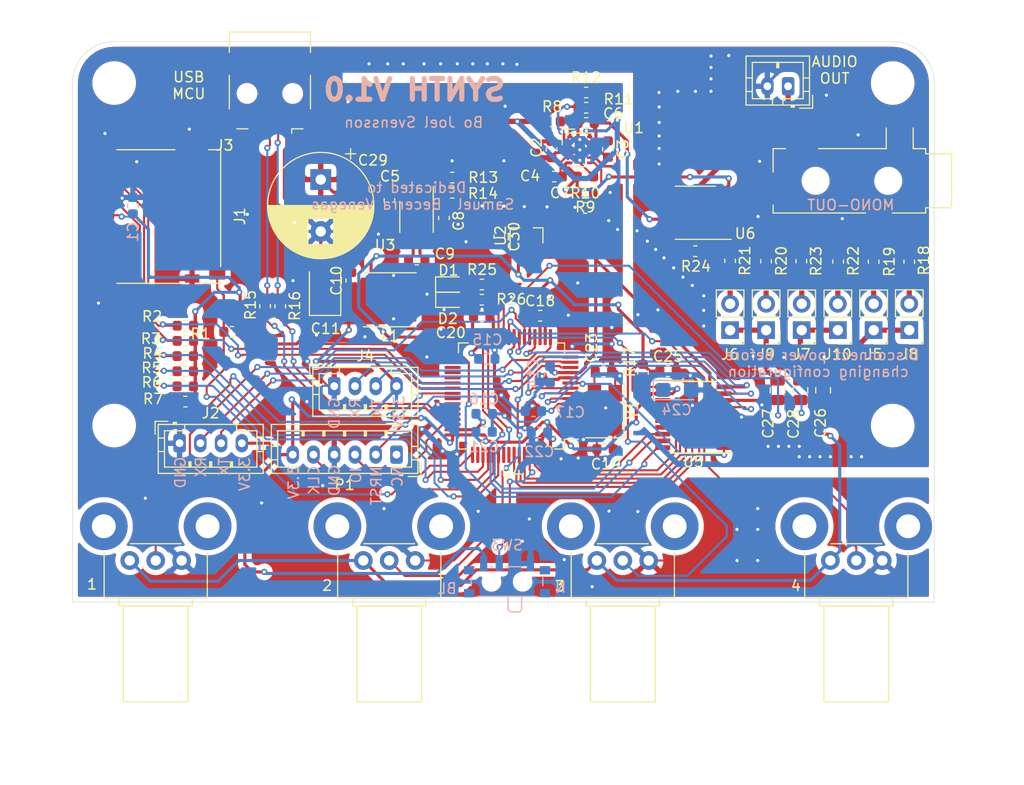
<source format=kicad_pcb>
(kicad_pcb (version 20200104) (host pcbnew "5.99.0-unknown-48ae188~86~ubuntu18.04.1")
  (layers (0 "F.Cu" signal) (31 "B.Cu" signal) (34 "B.Paste" user) (35 "F.Paste" user) (36 "B.SilkS" user) (37 "F.SilkS" user) (38 "B.Mask" user) (39 "F.Mask" user) (44 "Edge.Cuts" user))
  (net 0 "")
  (net 1 "GND")
  (net 2 "+3V3")
  (net 3 "+5V")
  (net 4 "Net-(C3-Pad2)")
  (net 5 "Net-(C3-Pad1)")
  (net 6 "Net-(C4-Pad1)")
  (net 7 "/RAIL+")
  (net 8 "Net-(C8-Pad1)")
  (net 9 "Net-(C9-Pad2)")
  (net 10 "Net-(C9-Pad1)")
  (net 11 "/DAC2")
  (net 12 "/DAC1")
  (net 13 "/VREF")
  (net 14 "Net-(C15-Pad2)")
  (net 15 "Net-(C16-Pad2)")
  (net 16 "/MCU/NRST")
  (net 17 "Net-(C19-Pad2)")
  (net 18 "Net-(C23-Pad2)")
  (net 19 "/DACS/DACOUT")
  (net 20 "Net-(C26-Pad1)")
  (net 21 "Net-(C27-Pad1)")
  (net 22 "Net-(C28-Pad1)")
  (net 23 "/SDIO_DET")
  (net 24 "/SDIO_D2")
  (net 25 "/SDIO_D3")
  (net 26 "/SDIO_CMD")
  (net 27 "/SDIO_CK")
  (net 28 "/SDIO_D0")
  (net 29 "/SDIO_D1")
  (net 30 "Net-(J3-Pad4)")
  (net 31 "Net-(J3-Pad3)")
  (net 32 "Net-(J3-Pad2)")
  (net 33 "/MCU/UART_TXD")
  (net 34 "/MCU/UART_RXD")
  (net 35 "Net-(J5-Pad2)")
  (net 36 "Net-(J6-Pad2)")
  (net 37 "Net-(J7-Pad2)")
  (net 38 "Net-(J8-Pad2)")
  (net 39 "Net-(J9-Pad2)")
  (net 40 "Net-(J10-Pad2)")
  (net 41 "Net-(J11-Pad1)")
  (net 42 "/MCU/SWCLK")
  (net 43 "/MCU/SWDIO")
  (net 44 "Net-(P1-Pad1)")
  (net 45 "Net-(R8-Pad2)")
  (net 46 "Net-(R11-Pad2)")
  (net 47 "Net-(R13-Pad1)")
  (net 48 "/MCU/USB_DP")
  (net 49 "/MCU/USB_DM")
  (net 50 "Net-(R17-Pad2)")
  (net 51 "Net-(R18-Pad2)")
  (net 52 "/DB4")
  (net 53 "/DB3")
  (net 54 "/MCU/BOOT0")
  (net 55 "/DB2")
  (net 56 "/DB1")
  (net 57 "/DB0")
  (net 58 "Net-(U4-Pad56)")
  (net 59 "Net-(U4-Pad55)")
  (net 60 "Net-(U4-Pad50)")
  (net 61 "Net-(U4-Pad43)")
  (net 62 "Net-(U4-Pad42)")
  (net 63 "Net-(U4-Pad41)")
  (net 64 "Net-(U4-Pad37)")
  (net 65 "Net-(U4-Pad36)")
  (net 66 "Net-(U4-Pad35)")
  (net 67 "Net-(U4-Pad34)")
  (net 68 "/DB7")
  (net 69 "/DB6")
  (net 70 "/DB5")
  (net 71 "/BUF_0")
  (net 72 "/N_LDAC_0")
  (net 73 "/N_CLR_0")
  (net 74 "/N_WR_0")
  (net 75 "Net-(U4-Pad4)")
  (net 76 "Net-(U4-Pad3)")
  (net 77 "Net-(U4-Pad2)")
  (net 78 "Net-(U5-Pad2)")
  (net 79 "Net-(U6-Pad8)")
  (net 80 "Net-(U6-Pad5)")
  (net 81 "Net-(U6-Pad1)")
  (net 82 "Net-(D1-Pad2)")
  (net 83 "Net-(D2-Pad2)")
  (net 84 "Net-(R25-Pad1)")
  (net 85 "Net-(R26-Pad1)")
  (net 86 "/MCU/USART2_TX")
  (net 87 "/MCU/USART2_RX")
  (net 88 "/MCU/POT1")
  (net 89 "/MCU/POT2")
  (net 90 "/MCU/POT3")
  (net 91 "/MCU/POT4")
  (net 92 "/DCDC/RAIL-_1")
  (net 93 "Net-(R10-Pad2)")
  (module "Button_Switch_SMD:SW_SPDT_PCM12" (layer "B.Cu") (at 140.85 131.72 180)
    (fp_text reference "SW3" (at 0 3.2) (layer "B.SilkS") (effects (justify mirror)))
    (fp_text value "BOOT0")
    (pad "" smd rect (at -3.65 0.78 180) (size 1 0.8) (layers "B.Cu" "B.Paste" "B.Mask"))
    (pad "" smd rect (at 3.65 0.78 180) (size 1 0.8) (layers "B.Cu" "B.Paste" "B.Mask"))
    (pad "" smd rect (at 3.65 -1.43 180) (size 1 0.8) (layers "B.Cu" "B.Paste" "B.Mask"))
    (pad "" smd rect (at -3.65 -1.43 180) (size 1 0.8) (layers "B.Cu" "B.Paste" "B.Mask"))
    (pad "3" smd rect (at 2.25 1.43 180) (size 0.7 1.5) (layers "B.Cu" "B.Paste" "B.Mask") (net 2 "+3V3"))
    (pad "2" smd rect (at 0.75 1.43 180) (size 0.7 1.5) (layers "B.Cu" "B.Paste" "B.Mask") (net 54 "/MCU/BOOT0"))
    (pad "1" smd rect (at -2.25 1.43 180) (size 0.7 1.5) (layers "B.Cu" "B.Paste" "B.Mask") (net 1 "GND"))
    (pad "" np_thru_hole circle (at 1.5 -0.33 180) (size 0.9 0.9) (drill 0.9) (layers *.Cu *.Mask))
    (pad "" np_thru_hole circle (at -1.5 -0.33 180) (size 0.9 0.9) (drill 0.9) (layers *.Cu *.Mask))
  )
  (module "Connector_Card:microSD_HC_Hirose_DM3D-SF" (layer "F.Cu") (at 107.48 96.86 -90)
    (fp_text reference "J1" (at -0.025 -7.625 -270) (layer "F.SilkS"))
    (fp_text value "Micro_SD_Card_Det")
    (pad "10" smd rect (at 5.575 -5.45 270) (size 1 1.55) (layers "F.Cu" "F.Paste" "F.Mask") (net 23 "/SDIO_DET"))
    (pad "11" smd rect (at 5.625 5.225 270) (size 1.5 1.5) (layers "F.Cu" "F.Paste" "F.Mask") (net 1 "GND"))
    (pad "1" smd rect (at 3.175 5.35 270) (size 0.7 1.75) (layers "F.Cu" "F.Paste" "F.Mask") (net 24 "/SDIO_D2"))
    (pad "2" smd rect (at 2.075 5.35 270) (size 0.7 1.75) (layers "F.Cu" "F.Paste" "F.Mask") (net 25 "/SDIO_D3"))
    (pad "3" smd rect (at 0.975 5.35 270) (size 0.7 1.75) (layers "F.Cu" "F.Paste" "F.Mask") (net 26 "/SDIO_CMD"))
    (pad "4" smd rect (at -0.125 5.35 270) (size 0.7 1.75) (layers "F.Cu" "F.Paste" "F.Mask") (net 2 "+3V3"))
    (pad "5" smd rect (at -1.225 5.35 270) (size 0.7 1.75) (layers "F.Cu" "F.Paste" "F.Mask") (net 27 "/SDIO_CK"))
    (pad "6" smd rect (at -2.325 5.35 270) (size 0.7 1.75) (layers "F.Cu" "F.Paste" "F.Mask") (net 1 "GND"))
    (pad "7" smd rect (at -3.425 5.35 270) (size 0.7 1.75) (layers "F.Cu" "F.Paste" "F.Mask") (net 28 "/SDIO_D0"))
    (pad "11" smd rect (at 5.975 -3.025 270) (size 0.8 1.4) (layers "F.Cu" "F.Paste" "F.Mask") (net 1 "GND"))
    (pad "9" smd rect (at -5.65 -3.875 270) (size 1.45 1) (layers "F.Cu" "F.Paste" "F.Mask") (net 1 "GND"))
    (pad "11" smd rect (at -5.975 -2.375 270) (size 0.8 1.5) (layers "F.Cu" "F.Paste" "F.Mask") (net 1 "GND"))
    (pad "11" smd rect (at -5.725 5.225 270) (size 1.3 1.5) (layers "F.Cu" "F.Paste" "F.Mask") (net 1 "GND"))
    (pad "8" smd rect (at -4.525 5.35 270) (size 0.7 1.75) (layers "F.Cu" "F.Paste" "F.Mask") (net 29 "/SDIO_D1"))
  )
  (module "Resistor_SMD:R_0603_1608Metric" (layer "F.Cu") (at 109.86 114.69)
    (fp_text reference "R7" (at -3.11 -0.26 180) (layer "F.SilkS"))
    (fp_text value "10k")
    (pad "2" smd roundrect (at 0.7875 0) (size 0.875 0.95) (layers "F.Cu" "F.Paste" "F.Mask") (net 2 "+3V3"))
    (pad "1" smd roundrect (at -0.7875 0) (size 0.875 0.95) (layers "F.Cu" "F.Paste" "F.Mask") (net 24 "/SDIO_D2"))
  )
  (module "Resistor_SMD:R_0603_1608Metric" (layer "F.Cu") (at 109.85 113.22)
    (fp_text reference "R6" (at -3.23 -0.38 180) (layer "F.SilkS"))
    (fp_text value "10k")
    (pad "2" smd roundrect (at 0.7875 0) (size 0.875 0.95) (layers "F.Cu" "F.Paste" "F.Mask") (net 2 "+3V3"))
    (pad "1" smd roundrect (at -0.7875 0) (size 0.875 0.95) (layers "F.Cu" "F.Paste" "F.Mask") (net 25 "/SDIO_D3"))
  )
  (module "Resistor_SMD:R_0603_1608Metric" (layer "F.Cu") (at 109.85 111.77)
    (fp_text reference "R5" (at -3.26 -0.33) (layer "F.SilkS"))
    (fp_text value "10k")
    (pad "2" smd roundrect (at 0.7875 0) (size 0.875 0.95) (layers "F.Cu" "F.Paste" "F.Mask") (net 2 "+3V3"))
    (pad "1" smd roundrect (at -0.7875 0) (size 0.875 0.95) (layers "F.Cu" "F.Paste" "F.Mask") (net 26 "/SDIO_CMD"))
  )
  (module "Resistor_SMD:R_0603_1608Metric" (layer "F.Cu") (at 109.85 110.31)
    (fp_text reference "R4" (at -3.15 -0.26) (layer "F.SilkS"))
    (fp_text value "10k")
    (pad "2" smd roundrect (at 0.7875 0) (size 0.875 0.95) (layers "F.Cu" "F.Paste" "F.Mask") (net 2 "+3V3"))
    (pad "1" smd roundrect (at -0.7875 0) (size 0.875 0.95) (layers "F.Cu" "F.Paste" "F.Mask") (net 27 "/SDIO_CK"))
  )
  (module "Package_QFP:LQFP-64_10x10mm_P0.5mm" (layer "F.Cu") (at 141.28 114.15 180)
    (fp_text reference "U4" (at 0 -7.4) (layer "F.SilkS"))
    (fp_text value "STM32F40X_LQFP64")
    (pad "64" smd roundrect (at -3.75 -5.675 180) (size 0.3 1.55) (layers "F.Cu" "F.Paste" "F.Mask") (net 2 "+3V3"))
    (pad "63" smd roundrect (at -3.25 -5.675 180) (size 0.3 1.55) (layers "F.Cu" "F.Paste" "F.Mask") (net 1 "GND"))
    (pad "62" smd roundrect (at -2.75 -5.675 180) (size 0.3 1.55) (layers "F.Cu" "F.Paste" "F.Mask") (net 52 "/DB4"))
    (pad "61" smd roundrect (at -2.25 -5.675 180) (size 0.3 1.55) (layers "F.Cu" "F.Paste" "F.Mask") (net 53 "/DB3"))
    (pad "60" smd roundrect (at -1.75 -5.675 180) (size 0.3 1.55) (layers "F.Cu" "F.Paste" "F.Mask") (net 54 "/MCU/BOOT0"))
    (pad "59" smd roundrect (at -1.25 -5.675 180) (size 0.3 1.55) (layers "F.Cu" "F.Paste" "F.Mask") (net 55 "/DB2"))
    (pad "58" smd roundrect (at -0.75 -5.675 180) (size 0.3 1.55) (layers "F.Cu" "F.Paste" "F.Mask") (net 56 "/DB1"))
    (pad "57" smd roundrect (at -0.25 -5.675 180) (size 0.3 1.55) (layers "F.Cu" "F.Paste" "F.Mask") (net 57 "/DB0"))
    (pad "56" smd roundrect (at 0.25 -5.675 180) (size 0.3 1.55) (layers "F.Cu" "F.Paste" "F.Mask") (net 58 "Net-(U4-Pad56)"))
    (pad "55" smd roundrect (at 0.75 -5.675 180) (size 0.3 1.55) (layers "F.Cu" "F.Paste" "F.Mask") (net 59 "Net-(U4-Pad55)"))
    (pad "54" smd roundrect (at 1.25 -5.675 180) (size 0.3 1.55) (layers "F.Cu" "F.Paste" "F.Mask") (net 26 "/SDIO_CMD"))
    (pad "53" smd roundrect (at 1.75 -5.675 180) (size 0.3 1.55) (layers "F.Cu" "F.Paste" "F.Mask") (net 23 "/SDIO_DET"))
    (pad "52" smd roundrect (at 2.25 -5.675 180) (size 0.3 1.55) (layers "F.Cu" "F.Paste" "F.Mask") (net 27 "/SDIO_CK"))
    (pad "51" smd roundrect (at 2.75 -5.675 180) (size 0.3 1.55) (layers "F.Cu" "F.Paste" "F.Mask") (net 25 "/SDIO_D3"))
    (pad "50" smd roundrect (at 3.25 -5.675 180) (size 0.3 1.55) (layers "F.Cu" "F.Paste" "F.Mask") (net 60 "Net-(U4-Pad50)"))
    (pad "49" smd roundrect (at 3.75 -5.675 180) (size 0.3 1.55) (layers "F.Cu" "F.Paste" "F.Mask") (net 42 "/MCU/SWCLK"))
    (pad "48" smd roundrect (at 5.675 -3.75 180) (size 1.55 0.3) (layers "F.Cu" "F.Paste" "F.Mask") (net 2 "+3V3"))
    (pad "47" smd roundrect (at 5.675 -3.25 180) (size 1.55 0.3) (layers "F.Cu" "F.Paste" "F.Mask") (net 15 "Net-(C16-Pad2)"))
    (pad "46" smd roundrect (at 5.675 -2.75 180) (size 1.55 0.3) (layers "F.Cu" "F.Paste" "F.Mask") (net 43 "/MCU/SWDIO"))
    (pad "45" smd roundrect (at 5.675 -2.25 180) (size 1.55 0.3) (layers "F.Cu" "F.Paste" "F.Mask") (net 48 "/MCU/USB_DP"))
    (pad "44" smd roundrect (at 5.675 -1.75 180) (size 1.55 0.3) (layers "F.Cu" "F.Paste" "F.Mask") (net 49 "/MCU/USB_DM"))
    (pad "43" smd roundrect (at 5.675 -1.25 180) (size 1.55 0.3) (layers "F.Cu" "F.Paste" "F.Mask") (net 61 "Net-(U4-Pad43)"))
    (pad "42" smd roundrect (at 5.675 -0.75 180) (size 1.55 0.3) (layers "F.Cu" "F.Paste" "F.Mask") (net 62 "Net-(U4-Pad42)"))
    (pad "41" smd roundrect (at 5.675 -0.25 180) (size 1.55 0.3) (layers "F.Cu" "F.Paste" "F.Mask") (net 63 "Net-(U4-Pad41)"))
    (pad "40" smd roundrect (at 5.675 0.25 180) (size 1.55 0.3) (layers "F.Cu" "F.Paste" "F.Mask") (net 24 "/SDIO_D2"))
    (pad "39" smd roundrect (at 5.675 0.75 180) (size 1.55 0.3) (layers "F.Cu" "F.Paste" "F.Mask") (net 29 "/SDIO_D1"))
    (pad "38" smd roundrect (at 5.675 1.25 180) (size 1.55 0.3) (layers "F.Cu" "F.Paste" "F.Mask") (net 28 "/SDIO_D0"))
    (pad "37" smd roundrect (at 5.675 1.75 180) (size 1.55 0.3) (layers "F.Cu" "F.Paste" "F.Mask") (net 64 "Net-(U4-Pad37)"))
    (pad "36" smd roundrect (at 5.675 2.25 180) (size 1.55 0.3) (layers "F.Cu" "F.Paste" "F.Mask") (net 65 "Net-(U4-Pad36)"))
    (pad "35" smd roundrect (at 5.675 2.75 180) (size 1.55 0.3) (layers "F.Cu" "F.Paste" "F.Mask") (net 66 "Net-(U4-Pad35)"))
    (pad "34" smd roundrect (at 5.675 3.25 180) (size 1.55 0.3) (layers "F.Cu" "F.Paste" "F.Mask") (net 67 "Net-(U4-Pad34)"))
    (pad "33" smd roundrect (at 5.675 3.75 180) (size 1.55 0.3) (layers "F.Cu" "F.Paste" "F.Mask") (net 68 "/DB7"))
    (pad "32" smd roundrect (at 3.75 5.675 180) (size 0.3 1.55) (layers "F.Cu" "F.Paste" "F.Mask") (net 2 "+3V3"))
    (pad "31" smd roundrect (at 3.25 5.675 180) (size 0.3 1.55) (layers "F.Cu" "F.Paste" "F.Mask") (net 14 "Net-(C15-Pad2)"))
    (pad "30" smd roundrect (at 2.75 5.675 180) (size 0.3 1.55) (layers "F.Cu" "F.Paste" "F.Mask") (net 69 "/DB6"))
    (pad "29" smd roundrect (at 2.25 5.675 180) (size 0.3 1.55) (layers "F.Cu" "F.Paste" "F.Mask") (net 70 "/DB5"))
    (pad "28" smd roundrect (at 1.75 5.675 180) (size 0.3 1.55) (layers "F.Cu" "F.Paste" "F.Mask") (net 1 "GND"))
    (pad "27" smd roundrect (at 1.25 5.675 180) (size 0.3 1.55) (layers "F.Cu" "F.Paste" "F.Mask") (net 85 "Net-(R26-Pad1)"))
    (pad "26" smd roundrect (at 0.75 5.675 180) (size 0.3 1.55) (layers "F.Cu" "F.Paste" "F.Mask") (net 84 "Net-(R25-Pad1)"))
    (pad "25" smd roundrect (at 0.25 5.675 180) (size 0.3 1.55) (layers "F.Cu" "F.Paste" "F.Mask") (net 91 "/MCU/POT4"))
    (pad "24" smd roundrect (at -0.25 5.675 180) (size 0.3 1.55) (layers "F.Cu" "F.Paste" "F.Mask") (net 90 "/MCU/POT3"))
    (pad "23" smd roundrect (at -0.75 5.675 180) (size 0.3 1.55) (layers "F.Cu" "F.Paste" "F.Mask") (net 89 "/MCU/POT2"))
    (pad "22" smd roundrect (at -1.25 5.675 180) (size 0.3 1.55) (layers "F.Cu" "F.Paste" "F.Mask") (net 88 "/MCU/POT1"))
    (pad "21" smd roundrect (at -1.75 5.675 180) (size 0.3 1.55) (layers "F.Cu" "F.Paste" "F.Mask") (net 11 "/DAC2"))
    (pad "20" smd roundrect (at -2.25 5.675 180) (size 0.3 1.55) (layers "F.Cu" "F.Paste" "F.Mask") (net 12 "/DAC1"))
    (pad "19" smd roundrect (at -2.75 5.675 180) (size 0.3 1.55) (layers "F.Cu" "F.Paste" "F.Mask") (net 2 "+3V3"))
    (pad "18" smd roundrect (at -3.25 5.675 180) (size 0.3 1.55) (layers "F.Cu" "F.Paste" "F.Mask") (net 1 "GND"))
    (pad "17" smd roundrect (at -3.75 5.675 180) (size 0.3 1.55) (layers "F.Cu" "F.Paste" "F.Mask") (net 87 "/MCU/USART2_RX"))
    (pad "16" smd roundrect (at -5.675 3.75 180) (size 1.55 0.3) (layers "F.Cu" "F.Paste" "F.Mask") (net 86 "/MCU/USART2_TX"))
    (pad "15" smd roundrect (at -5.675 3.25 180) (size 1.55 0.3) (layers "F.Cu" "F.Paste" "F.Mask") (net 34 "/MCU/UART_RXD"))
    (pad "14" smd roundrect (at -5.675 2.75 180) (size 1.55 0.3) (layers "F.Cu" "F.Paste" "F.Mask") (net 33 "/MCU/UART_TXD"))
    (pad "13" smd roundrect (at -5.675 2.25 180) (size 1.55 0.3) (layers "F.Cu" "F.Paste" "F.Mask") (net 13 "/VREF"))
    (pad "12" smd roundrect (at -5.675 1.75 180) (size 1.55 0.3) (layers "F.Cu" "F.Paste" "F.Mask") (net 1 "GND"))
    (pad "11" smd roundrect (at -5.675 1.25 180) (size 1.55 0.3) (layers "F.Cu" "F.Paste" "F.Mask") (net 71 "/BUF_0"))
    (pad "10" smd roundrect (at -5.675 0.75 180) (size 1.55 0.3) (layers "F.Cu" "F.Paste" "F.Mask") (net 72 "/N_LDAC_0"))
    (pad "9" smd roundrect (at -5.675 0.25 180) (size 1.55 0.3) (layers "F.Cu" "F.Paste" "F.Mask") (net 73 "/N_CLR_0"))
    (pad "8" smd roundrect (at -5.675 -0.25 180) (size 1.55 0.3) (layers "F.Cu" "F.Paste" "F.Mask") (net 74 "/N_WR_0"))
    (pad "7" smd roundrect (at -5.675 -0.75 180) (size 1.55 0.3) (layers "F.Cu" "F.Paste" "F.Mask") (net 16 "/MCU/NRST"))
    (pad "6" smd roundrect (at -5.675 -1.25 180) (size 1.55 0.3) (layers "F.Cu" "F.Paste" "F.Mask") (net 18 "Net-(C23-Pad2)"))
    (pad "5" smd roundrect (at -5.675 -1.75 180) (size 1.55 0.3) (layers "F.Cu" "F.Paste" "F.Mask") (net 17 "Net-(C19-Pad2)"))
    (pad "4" smd roundrect (at -5.675 -2.25 180) (size 1.55 0.3) (layers "F.Cu" "F.Paste" "F.Mask") (net 75 "Net-(U4-Pad4)"))
    (pad "3" smd roundrect (at -5.675 -2.75 180) (size 1.55 0.3) (layers "F.Cu" "F.Paste" "F.Mask") (net 76 "Net-(U4-Pad3)"))
    (pad "2" smd roundrect (at -5.675 -3.25 180) (size 1.55 0.3) (layers "F.Cu" "F.Paste" "F.Mask") (net 77 "Net-(U4-Pad2)"))
    (pad "1" smd roundrect (at -5.675 -3.75 180) (size 1.55 0.3) (layers "F.Cu" "F.Paste" "F.Mask") (net 2 "+3V3"))
  )
  (module "Capacitor_SMD:C_0603_1608Metric" (layer "F.Cu") (at 140.1 98.8 -90)
    (fp_text reference "C30" (at 0 -1.43 90) (layer "F.SilkS"))
    (fp_text value "2.2u")
    (pad "2" smd roundrect (at 0.7875 0 270) (size 0.875 0.95) (layers "F.Cu" "F.Paste" "F.Mask") (net 2 "+3V3"))
    (pad "1" smd roundrect (at -0.7875 0 270) (size 0.875 0.95) (layers "F.Cu" "F.Paste" "F.Mask") (net 1 "GND"))
  )
  (module "Resistor_SMD:R_0603_1608Metric" (layer "F.Cu") (at 138.42 104.88 180)
    (fp_text reference "R26" (at -2.84 0.05) (layer "F.SilkS"))
    (fp_text value "1k")
    (pad "2" smd roundrect (at 0.7875 0 180) (size 0.875 0.95) (layers "F.Cu" "F.Paste" "F.Mask") (net 83 "Net-(D2-Pad2)"))
    (pad "1" smd roundrect (at -0.7875 0 180) (size 0.875 0.95) (layers "F.Cu" "F.Paste" "F.Mask") (net 85 "Net-(R26-Pad1)"))
  )
  (module "Resistor_SMD:R_0603_1608Metric" (layer "F.Cu") (at 138.42 103.412 180)
    (fp_text reference "R25" (at -0.02 1.442) (layer "F.SilkS"))
    (fp_text value "1k")
    (pad "2" smd roundrect (at 0.7875 0 180) (size 0.875 0.95) (layers "F.Cu" "F.Paste" "F.Mask") (net 82 "Net-(D1-Pad2)"))
    (pad "1" smd roundrect (at -0.7875 0 180) (size 0.875 0.95) (layers "F.Cu" "F.Paste" "F.Mask") (net 84 "Net-(R25-Pad1)"))
  )
  (module "LED_SMD:LED_0603_1608Metric" (layer "F.Cu") (at 135.462 104.88)
    (fp_text reference "D2" (at -0.322 1.82) (layer "F.SilkS"))
    (fp_text value "GREEN")
    (pad "2" smd roundrect (at 0.7875 0) (size 0.875 0.95) (layers "F.Cu" "F.Paste" "F.Mask") (net 83 "Net-(D2-Pad2)"))
    (pad "1" smd roundrect (at -0.7875 0) (size 0.875 0.95) (layers "F.Cu" "F.Paste" "F.Mask") (net 1 "GND"))
  )
  (module "LED_SMD:LED_0603_1608Metric" (layer "F.Cu") (at 135.45 103.412)
    (fp_text reference "D1" (at -0.25 -1.372) (layer "F.SilkS"))
    (fp_text value "RED")
    (pad "2" smd roundrect (at 0.7875 0) (size 0.875 0.95) (layers "F.Cu" "F.Paste" "F.Mask") (net 82 "Net-(D1-Pad2)"))
    (pad "1" smd roundrect (at -0.7875 0) (size 0.875 0.95) (layers "F.Cu" "F.Paste" "F.Mask") (net 1 "GND"))
  )
  (module "MountingHole:MountingHole_3.2mm_M3" (layer "F.Cu") (at 103 117)
    (fp_text reference "MK4" hide)
    (fp_text value "Mounting_Hole")
    (pad "1" np_thru_hole circle (at 0 0) (size 3.2 3.2) (drill 3.2) (layers *.Cu *.Mask))
  )
  (module "MountingHole:MountingHole_3.2mm_M3" (layer "F.Cu") (at 103 84)
    (fp_text reference "MK3" hide)
    (fp_text value "Mounting_Hole")
    (pad "1" np_thru_hole circle (at 0 0) (size 3.2 3.2) (drill 3.2) (layers *.Cu *.Mask))
  )
  (module "MountingHole:MountingHole_3.2mm_M3" (layer "F.Cu") (at 178 84)
    (fp_text reference "MK2" hide)
    (fp_text value "Mounting_Hole")
    (pad "1" np_thru_hole circle (at 0 0) (size 3.2 3.2) (drill 3.2) (layers *.Cu *.Mask))
  )
  (module "MountingHole:MountingHole_3.2mm_M3" (layer "F.Cu") (at 178 117)
    (fp_text reference "MK1" hide)
    (fp_text value "Mounting_Hole")
    (pad "1" np_thru_hole circle (at 0 0) (size 3.2 3.2) (drill 3.2) (layers *.Cu *.Mask))
  )
  (module "Capacitor_THT:CP_Radial_D10.0mm_P5.00mm" (layer "F.Cu") (at 122.9 93.3 -90)
    (fp_text reference "C29" (at -1.86 -5.03) (layer "F.SilkS"))
    (fp_text value "100u")
    (pad "2" thru_hole circle (at 5 0 270) (size 2 2) (drill 1) (layers *.Cu *.Mask) (net 1 "GND"))
    (pad "1" thru_hole rect (at 0 0 270) (size 2 2) (drill 1) (layers *.Cu *.Mask) (net 3 "+5V"))
  )
  (module "Potentiometer_THT:Potentiometer_Bourns_PTV09A-2_Single_Horizontal" (layer "F.Cu") (at 172 130 -90)
    (fp_text reference "RV4" hide)
    (fp_text value "R_POT")
    (pad "" thru_hole circle (at -3.3 2.5 270) (size 4.6 4.6) (drill 2.3) (layers *.Cu *.Mask))
    (pad "" thru_hole circle (at -3.3 -7.5 270) (size 4.6 4.6) (drill 2.3) (layers *.Cu *.Mask))
    (pad "1" thru_hole circle (at 0 0 270) (size 1.8 1.8) (drill 1) (layers *.Cu *.Mask) (net 13 "/VREF"))
    (pad "2" thru_hole circle (at 0 -2.5 270) (size 1.8 1.8) (drill 1) (layers *.Cu *.Mask) (net 91 "/MCU/POT4"))
    (pad "3" thru_hole circle (at 0 -5 270) (size 1.8 1.8) (drill 1) (layers *.Cu *.Mask) (net 1 "GND"))
  )
  (module "Potentiometer_THT:Potentiometer_Bourns_PTV09A-2_Single_Horizontal" (layer "F.Cu") (at 127 130 -90)
    (fp_text reference "RV3" hide)
    (fp_text value "R_POT")
    (pad "" thru_hole circle (at -3.3 2.5 270) (size 4.6 4.6) (drill 2.3) (layers *.Cu *.Mask))
    (pad "" thru_hole circle (at -3.3 -7.5 270) (size 4.6 4.6) (drill 2.3) (layers *.Cu *.Mask))
    (pad "1" thru_hole circle (at 0 0 270) (size 1.8 1.8) (drill 1) (layers *.Cu *.Mask) (net 13 "/VREF"))
    (pad "2" thru_hole circle (at 0 -2.5 270) (size 1.8 1.8) (drill 1) (layers *.Cu *.Mask) (net 90 "/MCU/POT3"))
    (pad "3" thru_hole circle (at 0 -5 270) (size 1.8 1.8) (drill 1) (layers *.Cu *.Mask) (net 1 "GND"))
  )
  (module "Potentiometer_THT:Potentiometer_Bourns_PTV09A-2_Single_Horizontal" (layer "F.Cu") (at 149.5 130 -90)
    (fp_text reference "RV2" hide)
    (fp_text value "R_POT")
    (pad "" thru_hole circle (at -3.3 2.5 270) (size 4.6 4.6) (drill 2.3) (layers *.Cu *.Mask))
    (pad "" thru_hole circle (at -3.3 -7.5 270) (size 4.6 4.6) (drill 2.3) (layers *.Cu *.Mask))
    (pad "1" thru_hole circle (at 0 0 270) (size 1.8 1.8) (drill 1) (layers *.Cu *.Mask) (net 13 "/VREF"))
    (pad "2" thru_hole circle (at 0 -2.5 270) (size 1.8 1.8) (drill 1) (layers *.Cu *.Mask) (net 89 "/MCU/POT2"))
    (pad "3" thru_hole circle (at 0 -5 270) (size 1.8 1.8) (drill 1) (layers *.Cu *.Mask) (net 1 "GND"))
  )
  (module "Potentiometer_THT:Potentiometer_Bourns_PTV09A-2_Single_Horizontal" (layer "F.Cu") (at 104.5 130 -90)
    (fp_text reference "RV1" hide)
    (fp_text value "R_POT")
    (pad "" thru_hole circle (at -3.3 2.5 270) (size 4.6 4.6) (drill 2.3) (layers *.Cu *.Mask))
    (pad "" thru_hole circle (at -3.3 -7.5 270) (size 4.6 4.6) (drill 2.3) (layers *.Cu *.Mask))
    (pad "1" thru_hole circle (at 0 0 270) (size 1.8 1.8) (drill 1) (layers *.Cu *.Mask) (net 13 "/VREF"))
    (pad "2" thru_hole circle (at 0 -2.5 270) (size 1.8 1.8) (drill 1) (layers *.Cu *.Mask) (net 88 "/MCU/POT1"))
    (pad "3" thru_hole circle (at 0 -5 270) (size 1.8 1.8) (drill 1) (layers *.Cu *.Mask) (net 1 "GND"))
  )
  (module "Crystal:Crystal_SMD_5032-4Pin_5.0x3.2mm" (layer "F.Cu") (at 150.27 115.53 90)
    (fp_text reference "Y1" (at 0.03 2.68 90) (layer "F.SilkS"))
    (fp_text value "8M")
    (pad "4" smd rect (at -1.65 -1 90) (size 1.6 1.3) (layers "F.Cu" "F.Paste" "F.Mask") (net 1 "GND"))
    (pad "3" smd rect (at 1.65 -1 90) (size 1.6 1.3) (layers "F.Cu" "F.Paste" "F.Mask") (net 18 "Net-(C23-Pad2)"))
    (pad "2" smd rect (at 1.65 1 90) (size 1.6 1.3) (layers "F.Cu" "F.Paste" "F.Mask") (net 1 "GND"))
    (pad "1" smd rect (at -1.65 1 90) (size 1.6 1.3) (layers "F.Cu" "F.Paste" "F.Mask") (net 17 "Net-(C19-Pad2)"))
  )
  (module "Package_SO:SOIC-8_3.9x4.9mm_P1.27mm" (layer "F.Cu") (at 159 96.5 180)
    (fp_text reference "U6" (at -4.79 -2) (layer "F.SilkS"))
    (fp_text value "LF356")
    (pad "8" smd roundrect (at 2.475 -1.905 180) (size 1.95 0.6) (layers "F.Cu" "F.Paste" "F.Mask") (net 79 "Net-(U6-Pad8)"))
    (pad "7" smd roundrect (at 2.475 -0.635 180) (size 1.95 0.6) (layers "F.Cu" "F.Paste" "F.Mask") (net 7 "/RAIL+"))
    (pad "6" smd roundrect (at 2.475 0.635 180) (size 1.95 0.6) (layers "F.Cu" "F.Paste" "F.Mask") (net 41 "Net-(J11-Pad1)"))
    (pad "5" smd roundrect (at 2.475 1.905 180) (size 1.95 0.6) (layers "F.Cu" "F.Paste" "F.Mask") (net 80 "Net-(U6-Pad5)"))
    (pad "4" smd roundrect (at -2.475 1.905 180) (size 1.95 0.6) (layers "F.Cu" "F.Paste" "F.Mask") (net 92 "/DCDC/RAIL-_1"))
    (pad "3" smd roundrect (at -2.475 0.635 180) (size 1.95 0.6) (layers "F.Cu" "F.Paste" "F.Mask") (net 1 "GND"))
    (pad "2" smd roundrect (at -2.475 -0.635 180) (size 1.95 0.6) (layers "F.Cu" "F.Paste" "F.Mask") (net 51 "Net-(R18-Pad2)"))
    (pad "1" smd roundrect (at -2.475 -1.905 180) (size 1.95 0.6) (layers "F.Cu" "F.Paste" "F.Mask") (net 81 "Net-(U6-Pad1)"))
  )
  (module "Package_SO:TSSOP-20_4.4x6.5mm_P0.65mm" (layer "F.Cu") (at 158.8 116.2 180)
    (fp_text reference "U5" (at 0 -4.3) (layer "F.SilkS"))
    (fp_text value "AD5330")
    (pad "20" smd rect (at 2.95 -2.925 180) (size 1.45 0.45) (layers "F.Cu" "F.Paste" "F.Mask") (net 68 "/DB7"))
    (pad "19" smd rect (at 2.95 -2.275 180) (size 1.45 0.45) (layers "F.Cu" "F.Paste" "F.Mask") (net 69 "/DB6"))
    (pad "18" smd rect (at 2.95 -1.625 180) (size 1.45 0.45) (layers "F.Cu" "F.Paste" "F.Mask") (net 70 "/DB5"))
    (pad "17" smd rect (at 2.95 -0.975 180) (size 1.45 0.45) (layers "F.Cu" "F.Paste" "F.Mask") (net 52 "/DB4"))
    (pad "16" smd rect (at 2.95 -0.325 180) (size 1.45 0.45) (layers "F.Cu" "F.Paste" "F.Mask") (net 53 "/DB3"))
    (pad "15" smd rect (at 2.95 0.325 180) (size 1.45 0.45) (layers "F.Cu" "F.Paste" "F.Mask") (net 55 "/DB2"))
    (pad "14" smd rect (at 2.95 0.975 180) (size 1.45 0.45) (layers "F.Cu" "F.Paste" "F.Mask") (net 56 "/DB1"))
    (pad "13" smd rect (at 2.95 1.625 180) (size 1.45 0.45) (layers "F.Cu" "F.Paste" "F.Mask") (net 57 "/DB0"))
    (pad "12" smd rect (at 2.95 2.275 180) (size 1.45 0.45) (layers "F.Cu" "F.Paste" "F.Mask") (net 2 "+3V3"))
    (pad "11" smd rect (at 2.95 2.925 180) (size 1.45 0.45) (layers "F.Cu" "F.Paste" "F.Mask") (net 50 "Net-(R17-Pad2)"))
    (pad "10" smd rect (at -2.95 2.925 180) (size 1.45 0.45) (layers "F.Cu" "F.Paste" "F.Mask") (net 72 "/N_LDAC_0"))
    (pad "9" smd rect (at -2.95 2.275 180) (size 1.45 0.45) (layers "F.Cu" "F.Paste" "F.Mask") (net 73 "/N_CLR_0"))
    (pad "8" smd rect (at -2.95 1.625 180) (size 1.45 0.45) (layers "F.Cu" "F.Paste" "F.Mask") (net 1 "GND"))
    (pad "7" smd rect (at -2.95 0.975 180) (size 1.45 0.45) (layers "F.Cu" "F.Paste" "F.Mask") (net 74 "/N_WR_0"))
    (pad "6" smd rect (at -2.95 0.325 180) (size 1.45 0.45) (layers "F.Cu" "F.Paste" "F.Mask") (net 1 "GND"))
    (pad "5" smd rect (at -2.95 -0.325 180) (size 1.45 0.45) (layers "F.Cu" "F.Paste" "F.Mask") (net 1 "GND"))
    (pad "4" smd rect (at -2.95 -0.975 180) (size 1.45 0.45) (layers "F.Cu" "F.Paste" "F.Mask") (net 19 "/DACS/DACOUT"))
    (pad "3" smd rect (at -2.95 -1.625 180) (size 1.45 0.45) (layers "F.Cu" "F.Paste" "F.Mask") (net 13 "/VREF"))
    (pad "2" smd rect (at -2.95 -2.275 180) (size 1.45 0.45) (layers "F.Cu" "F.Paste" "F.Mask") (net 78 "Net-(U5-Pad2)"))
    (pad "1" smd rect (at -2.95 -2.925 180) (size 1.45 0.45) (layers "F.Cu" "F.Paste" "F.Mask") (net 71 "/BUF_0"))
  )
  (module "Package_SO:MSOP-8_3x3mm_P0.65mm" (layer "F.Cu") (at 132.13 96.9 -90)
    (fp_text reference "U3" (at 2.72 3.03 180) (layer "F.SilkS"))
    (fp_text value "MCP16311_2")
    (pad "8" smd roundrect (at 2.1125 -0.975 270) (size 1.625 0.5) (layers "F.Cu" "F.Paste" "F.Mask") (net 1 "GND"))
    (pad "7" smd roundrect (at 2.1125 -0.325 270) (size 1.625 0.5) (layers "F.Cu" "F.Paste" "F.Mask") (net 10 "Net-(C9-Pad1)"))
    (pad "6" smd roundrect (at 2.1125 0.325 270) (size 1.625 0.5) (layers "F.Cu" "F.Paste" "F.Mask") (net 9 "Net-(C9-Pad2)"))
    (pad "5" smd roundrect (at 2.1125 0.975 270) (size 1.625 0.5) (layers "F.Cu" "F.Paste" "F.Mask") (net 1 "GND"))
    (pad "4" smd roundrect (at -2.1125 0.975 270) (size 1.625 0.5) (layers "F.Cu" "F.Paste" "F.Mask") (net 3 "+5V"))
    (pad "3" smd roundrect (at -2.1125 0.325 270) (size 1.625 0.5) (layers "F.Cu" "F.Paste" "F.Mask") (net 3 "+5V"))
    (pad "2" smd roundrect (at -2.1125 -0.325 270) (size 1.625 0.5) (layers "F.Cu" "F.Paste" "F.Mask") (net 8 "Net-(C8-Pad1)"))
    (pad "1" smd roundrect (at -2.1125 -0.975 270) (size 1.625 0.5) (layers "F.Cu" "F.Paste" "F.Mask") (net 47 "Net-(R13-Pad1)"))
  )
  (module "Package_TO_SOT_SMD:SOT-23" (layer "F.Cu") (at 142.73 98.71 90)
    (fp_text reference "U2" (at 0 -2.5 90) (layer "F.SilkS"))
    (fp_text value "REF3030")
    (pad "3" smd rect (at 1 0 90) (size 0.9 0.8) (layers "F.Cu" "F.Paste" "F.Mask") (net 1 "GND"))
    (pad "2" smd rect (at -1 0.95 90) (size 0.9 0.8) (layers "F.Cu" "F.Paste" "F.Mask") (net 13 "/VREF"))
    (pad "1" smd rect (at -1 -0.95 90) (size 0.9 0.8) (layers "F.Cu" "F.Paste" "F.Mask") (net 2 "+3V3"))
  )
  (module "Package_SON:WSON-12-1EP_3x2mm_P0.5mm_EP1x2.65_ThermalVias" (layer "F.Cu") (at 147.86 90.44)
    (fp_text reference "U1" (at 5.19 -2.12) (layer "F.SilkS"))
    (fp_text value "LM27762")
    (pad "13" smd rect (at 0 0) (size 1 2.65) (layers "F.Cu" "F.Mask") (net 1 "GND"))
    (pad "13" smd rect (at 0 0) (size 1 2.65) (layers "B.Cu") (net 1 "GND"))
    (pad "13" thru_hole circle (at 0 1) (size 0.6 0.6) (drill 0.3) (layers *.Cu) (net 1 "GND"))
    (pad "13" thru_hole circle (at 0 -1 90) (size 0.6 0.6) (drill 0.3) (layers *.Cu) (net 1 "GND"))
    (pad "13" thru_hole circle (at 0 0) (size 0.6 0.6) (drill 0.3) (layers *.Cu) (net 1 "GND"))
    (pad "12" smd rect (at 0.95 -1.25) (size 0.5 0.25) (layers "F.Cu" "F.Paste" "F.Mask") (net 3 "+5V"))
    (pad "11" smd rect (at 0.95 -0.75) (size 0.5 0.25) (layers "F.Cu" "F.Paste" "F.Mask") (net 7 "/RAIL+"))
    (pad "10" smd rect (at 0.95 -0.25) (size 0.5 0.25) (layers "F.Cu" "F.Paste" "F.Mask") (net 5 "Net-(C3-Pad1)"))
    (pad "9" smd rect (at 0.95 0.25) (size 0.5 0.25) (layers "F.Cu" "F.Paste" "F.Mask") (net 4 "Net-(C3-Pad2)"))
    (pad "8" smd rect (at 0.95 0.75) (size 0.5 0.25) (layers "F.Cu" "F.Paste" "F.Mask") (net 3 "+5V"))
    (pad "7" smd rect (at 0.95 1.25) (size 0.5 0.25) (layers "F.Cu" "F.Paste" "F.Mask") (net 93 "Net-(R10-Pad2)"))
    (pad "6" smd rect (at -0.95 1.25) (size 0.5 0.25) (layers "F.Cu" "F.Paste" "F.Mask") (net 92 "/DCDC/RAIL-_1"))
    (pad "5" smd rect (at -0.95 0.75) (size 0.5 0.25) (layers "F.Cu" "F.Paste" "F.Mask") (net 6 "Net-(C4-Pad1)"))
    (pad "4" smd rect (at -0.95 0.25) (size 0.5 0.25) (layers "F.Cu" "F.Paste" "F.Mask") (net 1 "GND"))
    (pad "3" smd rect (at -0.95 -0.25) (size 0.5 0.25) (layers "F.Cu" "F.Paste" "F.Mask") (net 3 "+5V"))
    (pad "2" smd rect (at -0.95 -0.75) (size 0.5 0.25) (layers "F.Cu" "F.Paste" "F.Mask") (net 46 "Net-(R11-Pad2)"))
    (pad "1" smd rect (at -0.95 -1.25) (size 0.5 0.25) (layers "F.Cu" "F.Paste" "F.Mask") (net 45 "Net-(R8-Pad2)"))
  )
  (module "Resistor_SMD:R_0603_1608Metric" (layer "F.Cu") (at 158.9875 100.2)
    (fp_text reference "R24" (at 0.0525 1.46) (layer "F.SilkS"))
    (fp_text value "10k")
    (pad "2" smd roundrect (at 0.7875 0) (size 0.875 0.95) (layers "F.Cu" "F.Paste" "F.Mask") (net 51 "Net-(R18-Pad2)"))
    (pad "1" smd roundrect (at -0.7875 0) (size 0.875 0.95) (layers "F.Cu" "F.Paste" "F.Mask") (net 41 "Net-(J11-Pad1)"))
  )
  (module "Resistor_SMD:R_0603_1608Metric" (layer "F.Cu") (at 169.2 101.16 -90)
    (fp_text reference "R23" (at 0 -1.43 90) (layer "F.SilkS"))
    (fp_text value "30k")
    (pad "2" smd roundrect (at 0.7875 0 270) (size 0.875 0.95) (layers "F.Cu" "F.Paste" "F.Mask") (net 37 "Net-(J7-Pad2)"))
    (pad "1" smd roundrect (at -0.7875 0 270) (size 0.875 0.95) (layers "F.Cu" "F.Paste" "F.Mask") (net 51 "Net-(R18-Pad2)"))
  )
  (module "Resistor_SMD:R_0603_1608Metric" (layer "F.Cu") (at 172.75 101.2 90)
    (fp_text reference "R22" (at 0.06 1.46 90) (layer "F.SilkS"))
    (fp_text value "10k")
    (pad "2" smd roundrect (at 0.7875 0 90) (size 0.875 0.95) (layers "F.Cu" "F.Paste" "F.Mask") (net 51 "Net-(R18-Pad2)"))
    (pad "1" smd roundrect (at -0.7875 0 90) (size 0.875 0.95) (layers "F.Cu" "F.Paste" "F.Mask") (net 40 "Net-(J10-Pad2)"))
  )
  (module "Resistor_SMD:R_0603_1608Metric" (layer "F.Cu") (at 162.34 101.12 -90)
    (fp_text reference "R21" (at 0 -1.43 90) (layer "F.SilkS"))
    (fp_text value "30k")
    (pad "2" smd roundrect (at 0.7875 0 270) (size 0.875 0.95) (layers "F.Cu" "F.Paste" "F.Mask") (net 36 "Net-(J6-Pad2)"))
    (pad "1" smd roundrect (at -0.7875 0 270) (size 0.875 0.95) (layers "F.Cu" "F.Paste" "F.Mask") (net 51 "Net-(R18-Pad2)"))
  )
  (module "Resistor_SMD:R_0603_1608Metric" (layer "F.Cu") (at 165.8 101.1725 90)
    (fp_text reference "R20" (at 0.0325 1.48 90) (layer "F.SilkS"))
    (fp_text value "10k")
    (pad "2" smd roundrect (at 0.7875 0 90) (size 0.875 0.95) (layers "F.Cu" "F.Paste" "F.Mask") (net 51 "Net-(R18-Pad2)"))
    (pad "1" smd roundrect (at -0.7875 0 90) (size 0.875 0.95) (layers "F.Cu" "F.Paste" "F.Mask") (net 39 "Net-(J9-Pad2)"))
  )
  (module "Resistor_SMD:R_0603_1608Metric" (layer "F.Cu") (at 176.17 101.21 -90)
    (fp_text reference "R19" (at 0 -1.51 90) (layer "F.SilkS"))
    (fp_text value "30k")
    (pad "2" smd roundrect (at 0.7875 0 270) (size 0.875 0.95) (layers "F.Cu" "F.Paste" "F.Mask") (net 35 "Net-(J5-Pad2)"))
    (pad "1" smd roundrect (at -0.7875 0 270) (size 0.875 0.95) (layers "F.Cu" "F.Paste" "F.Mask") (net 51 "Net-(R18-Pad2)"))
  )
  (module "Resistor_SMD:R_0603_1608Metric" (layer "F.Cu") (at 179.6 101.22 90)
    (fp_text reference "R18" (at 0.13 1.42 90) (layer "F.SilkS"))
    (fp_text value "10k")
    (pad "2" smd roundrect (at 0.7875 0 90) (size 0.875 0.95) (layers "F.Cu" "F.Paste" "F.Mask") (net 51 "Net-(R18-Pad2)"))
    (pad "1" smd roundrect (at -0.7875 0 90) (size 0.875 0.95) (layers "F.Cu" "F.Paste" "F.Mask") (net 38 "Net-(J8-Pad2)"))
  )
  (module "Resistor_SMD:R_0603_1608Metric" (layer "F.Cu") (at 153.95 111.8875 -90)
    (fp_text reference "R17" (at -0.9875 1.29 90) (layer "F.SilkS"))
    (fp_text value "10k")
    (pad "2" smd roundrect (at 0.7875 0 270) (size 0.875 0.95) (layers "F.Cu" "F.Paste" "F.Mask") (net 50 "Net-(R17-Pad2)"))
    (pad "1" smd roundrect (at -0.7875 0 270) (size 0.875 0.95) (layers "F.Cu" "F.Paste" "F.Mask") (net 2 "+3V3"))
  )
  (module "Resistor_SMD:R_0603_1608Metric" (layer "F.Cu") (at 119 105.5 -90)
    (fp_text reference "R16" (at -0.03 -1.4 90) (layer "F.SilkS"))
    (fp_text value "22R")
    (pad "2" smd roundrect (at 0.7875 0 270) (size 0.875 0.95) (layers "F.Cu" "F.Paste" "F.Mask") (net 49 "/MCU/USB_DM"))
    (pad "1" smd roundrect (at -0.7875 0 270) (size 0.875 0.95) (layers "F.Cu" "F.Paste" "F.Mask") (net 32 "Net-(J3-Pad2)"))
  )
  (module "Resistor_SMD:R_0603_1608Metric" (layer "F.Cu") (at 117.54 105.5 -90)
    (fp_text reference "R15" (at -0.11 1.41 90) (layer "F.SilkS"))
    (fp_text value "22R")
    (pad "2" smd roundrect (at 0.7875 0 270) (size 0.875 0.95) (layers "F.Cu" "F.Paste" "F.Mask") (net 48 "/MCU/USB_DP"))
    (pad "1" smd roundrect (at -0.7875 0 270) (size 0.875 0.95) (layers "F.Cu" "F.Paste" "F.Mask") (net 31 "Net-(J3-Pad3)"))
  )
  (module "Resistor_SMD:R_0603_1608Metric" (layer "F.Cu") (at 135.57 93.11 180)
    (fp_text reference "R14" (at -2.96 -1.53) (layer "F.SilkS"))
    (fp_text value "10k")
    (pad "2" smd roundrect (at 0.7875 0 180) (size 0.875 0.95) (layers "F.Cu" "F.Paste" "F.Mask") (net 47 "Net-(R13-Pad1)"))
    (pad "1" smd roundrect (at -0.7875 0 180) (size 0.875 0.95) (layers "F.Cu" "F.Paste" "F.Mask") (net 1 "GND"))
  )
  (module "Resistor_SMD:R_0603_1608Metric" (layer "F.Cu") (at 135.57 94.57)
    (fp_text reference "R13" (at 2.99 -1.47) (layer "F.SilkS"))
    (fp_text value "33k")
    (pad "2" smd roundrect (at 0.7875 0) (size 0.875 0.95) (layers "F.Cu" "F.Paste" "F.Mask") (net 2 "+3V3"))
    (pad "1" smd roundrect (at -0.7875 0) (size 0.875 0.95) (layers "F.Cu" "F.Paste" "F.Mask") (net 47 "Net-(R13-Pad1)"))
  )
  (module "Resistor_SMD:R_0603_1608Metric" (layer "F.Cu") (at 148.47 84.91)
    (fp_text reference "R12" (at 0 -1.43) (layer "F.SilkS"))
    (fp_text value "91k")
    (pad "2" smd roundrect (at 0.7875 0) (size 0.875 0.95) (layers "F.Cu" "F.Paste" "F.Mask") (net 1 "GND"))
    (pad "1" smd roundrect (at -0.7875 0) (size 0.875 0.95) (layers "F.Cu" "F.Paste" "F.Mask") (net 46 "Net-(R11-Pad2)"))
  )
  (module "Resistor_SMD:R_0603_1608Metric" (layer "F.Cu") (at 148.47 86.38 180)
    (fp_text reference "R11" (at -3.13 0.83) (layer "F.SilkS"))
    (fp_text value "249k")
    (pad "2" smd roundrect (at 0.7875 0 180) (size 0.875 0.95) (layers "F.Cu" "F.Paste" "F.Mask") (net 46 "Net-(R11-Pad2)"))
    (pad "1" smd roundrect (at -0.7875 0 180) (size 0.875 0.95) (layers "F.Cu" "F.Paste" "F.Mask") (net 7 "/RAIL+"))
  )
  (module "Resistor_SMD:R_0603_1608Metric" (layer "F.Cu") (at 148.39 96.04)
    (fp_text reference "R10" (at 0 -1.43) (layer "F.SilkS"))
    (fp_text value "91k")
    (pad "2" smd roundrect (at 0.7875 0) (size 0.875 0.95) (layers "F.Cu" "F.Paste" "F.Mask") (net 93 "Net-(R10-Pad2)"))
    (pad "1" smd roundrect (at -0.7875 0) (size 0.875 0.95) (layers "F.Cu" "F.Paste" "F.Mask") (net 1 "GND"))
  )
  (module "Resistor_SMD:R_0603_1608Metric" (layer "F.Cu") (at 148.39 94.52 180)
    (fp_text reference "R9" (at 0 -1.43) (layer "F.SilkS"))
    (fp_text value "249k")
    (pad "2" smd roundrect (at 0.7875 0 180) (size 0.875 0.95) (layers "F.Cu" "F.Paste" "F.Mask") (net 92 "/DCDC/RAIL-_1"))
    (pad "1" smd roundrect (at -0.7875 0 180) (size 0.875 0.95) (layers "F.Cu" "F.Paste" "F.Mask") (net 93 "Net-(R10-Pad2)"))
  )
  (module "Resistor_SMD:R_0603_1608Metric" (layer "F.Cu") (at 145.19 87.7)
    (fp_text reference "R8" (at 0 -1.43) (layer "F.SilkS"))
    (fp_text value "10k")
    (pad "2" smd roundrect (at 0.7875 0) (size 0.875 0.95) (layers "F.Cu" "F.Paste" "F.Mask") (net 45 "Net-(R8-Pad2)"))
    (pad "1" smd roundrect (at -0.7875 0) (size 0.875 0.95) (layers "F.Cu" "F.Paste" "F.Mask") (net 3 "+5V"))
  )
  (module "Resistor_SMD:R_0603_1608Metric" (layer "F.Cu") (at 109.86 108.84)
    (fp_text reference "R3" (at -3.32 -0.21) (layer "F.SilkS"))
    (fp_text value "10k")
    (pad "2" smd roundrect (at 0.7875 0) (size 0.875 0.95) (layers "F.Cu" "F.Paste" "F.Mask") (net 2 "+3V3"))
    (pad "1" smd roundrect (at -0.7875 0) (size 0.875 0.95) (layers "F.Cu" "F.Paste" "F.Mask") (net 28 "/SDIO_D0"))
  )
  (module "Resistor_SMD:R_0603_1608Metric" (layer "F.Cu") (at 109.86 107.38)
    (fp_text reference "R2" (at -3.21 -0.89) (layer "F.SilkS"))
    (fp_text value "10k")
    (pad "2" smd roundrect (at 0.7875 0) (size 0.875 0.95) (layers "F.Cu" "F.Paste" "F.Mask") (net 2 "+3V3"))
    (pad "1" smd roundrect (at -0.7875 0) (size 0.875 0.95) (layers "F.Cu" "F.Paste" "F.Mask") (net 29 "/SDIO_D1"))
  )
  (module "Resistor_SMD:R_0603_1608Metric" (layer "F.Cu") (at 114.35 107.97)
    (fp_text reference "R1" (at -3.02 0.19) (layer "F.SilkS"))
    (fp_text value "10k")
    (pad "2" smd roundrect (at 0.7875 0) (size 0.875 0.95) (layers "F.Cu" "F.Paste" "F.Mask") (net 2 "+3V3"))
    (pad "1" smd roundrect (at -0.7875 0) (size 0.875 0.95) (layers "F.Cu" "F.Paste" "F.Mask") (net 23 "/SDIO_DET"))
  )
  (module "Connector_JST:JST_PH_B6B-PH-K_1x06_P2.00mm_Vertical" (layer "F.Cu") (at 130.2 119.8 180)
    (fp_text reference "P1" (at 5 -2.9) (layer "F.SilkS"))
    (fp_text value "SWD")
    (pad "6" thru_hole oval (at 10 0 180) (size 1.2 1.75) (drill 0.75) (layers *.Cu *.Mask) (net 2 "+3V3"))
    (pad "5" thru_hole oval (at 8 0 180) (size 1.2 1.75) (drill 0.75) (layers *.Cu *.Mask) (net 42 "/MCU/SWCLK"))
    (pad "4" thru_hole oval (at 6 0 180) (size 1.2 1.75) (drill 0.75) (layers *.Cu *.Mask) (net 1 "GND"))
    (pad "3" thru_hole oval (at 4 0 180) (size 1.2 1.75) (drill 0.75) (layers *.Cu *.Mask) (net 43 "/MCU/SWDIO"))
    (pad "2" thru_hole oval (at 2 0 180) (size 1.2 1.75) (drill 0.75) (layers *.Cu *.Mask) (net 16 "/MCU/NRST"))
    (pad "1" thru_hole roundrect (at 0 0 180) (size 1.2 1.75) (drill 0.75) (layers *.Cu *.Mask) (roundrect_rratio 0.208333) (net 44 "Net-(P1-Pad1)"))
  )
  (module "Inductor_SMD:L_Taiyo-Yuden_MD-5050" (layer "F.Cu") (at 129.55 104.88 180)
    (fp_text reference "L1" (at 0 -3.5) (layer "F.SilkS"))
    (fp_text value "22U")
    (pad "2" smd rect (at 1.8 0 180) (size 1.5 4.2) (layers "F.Cu" "F.Paste" "F.Mask") (net 2 "+3V3"))
    (pad "1" smd rect (at -1.8 0 180) (size 1.5 4.2) (layers "F.Cu" "F.Paste" "F.Mask") (net 9 "Net-(C9-Pad2)"))
  )
  (module "favorites:Jack_3.5mm_CUI_SJ-3524-SMT_Horizontal" (layer "F.Cu") (at 175.08 93.42 -90)
    (fp_text reference "J?ee1" hide)
    (fp_text value "AudioJack3_Ground")
    (pad "R" smd rect (at 3.7 -1.6 270) (size 2.8 2.2) (layers "F.Cu" "F.Paste" "F.Mask") (net 41 "Net-(J11-Pad1)"))
    (pad "S" smd rect (at -3.7 -3.6 270) (size 2.8 2.2) (layers "F.Cu" "F.Paste" "F.Mask") (net 1 "GND"))
    (pad "G" smd rect (at 0.75 9.8 270) (size 2.8 2.6) (layers "F.Cu" "F.Paste" "F.Mask") (net 1 "GND"))
    (pad "T" smd rect (at -3.7 5.8 270) (size 2.8 2.8) (layers "F.Cu" "F.Paste" "F.Mask") (net 41 "Net-(J11-Pad1)"))
    (pad "" np_thru_hole circle (at 0 -2.5 270) (size 1.7 1.7) (drill 1.7) (layers *.Cu *.Mask))
    (pad "" np_thru_hole circle (at 0 4.5 270) (size 1.7 1.7) (drill 1.7) (layers *.Cu *.Mask))
  )
  (module "Connector_JST:JST_PH_B2B-PH-K_1x02_P2.00mm_Vertical" (layer "F.Cu") (at 167.93 84.31 180)
    (fp_text reference "J11" hide)
    (fp_text value "AUDIO")
    (pad "2" thru_hole oval (at 2 0 180) (size 1.2 1.75) (drill 0.75) (layers *.Cu *.Mask) (net 1 "GND"))
    (pad "1" thru_hole roundrect (at 0 0 180) (size 1.2 1.75) (drill 0.75) (layers *.Cu *.Mask) (roundrect_rratio 0.208333) (net 41 "Net-(J11-Pad1)"))
  )
  (module "Connector_PinHeader_2.54mm:PinHeader_1x02_P2.54mm_Vertical" (layer "F.Cu") (at 172.72 107.81 180)
    (fp_text reference "J10" (at 0 -2.33) (layer "F.SilkS"))
    (fp_text value "C")
    (pad "2" thru_hole oval (at 0 2.54 180) (size 1.7 1.7) (drill 1) (layers *.Cu *.Mask) (net 40 "Net-(J10-Pad2)"))
    (pad "1" thru_hole rect (at 0 0 180) (size 1.7 1.7) (drill 1) (layers *.Cu *.Mask) (net 22 "Net-(C28-Pad1)"))
  )
  (module "Connector_PinHeader_2.54mm:PinHeader_1x02_P2.54mm_Vertical" (layer "F.Cu") (at 165.81 107.81 180)
    (fp_text reference "J9" (at 0 -2.33) (layer "F.SilkS"))
    (fp_text value "C")
    (pad "2" thru_hole oval (at 0 2.54 180) (size 1.7 1.7) (drill 1) (layers *.Cu *.Mask) (net 39 "Net-(J9-Pad2)"))
    (pad "1" thru_hole rect (at 0 0 180) (size 1.7 1.7) (drill 1) (layers *.Cu *.Mask) (net 21 "Net-(C27-Pad1)"))
  )
  (module "Connector_PinHeader_2.54mm:PinHeader_1x02_P2.54mm_Vertical" (layer "F.Cu") (at 179.6 107.8 180)
    (fp_text reference "J8" (at 0 -2.33) (layer "F.SilkS"))
    (fp_text value "C")
    (pad "2" thru_hole oval (at 0 2.54 180) (size 1.7 1.7) (drill 1) (layers *.Cu *.Mask) (net 38 "Net-(J8-Pad2)"))
    (pad "1" thru_hole rect (at 0 0 180) (size 1.7 1.7) (drill 1) (layers *.Cu *.Mask) (net 20 "Net-(C26-Pad1)"))
  )
  (module "Connector_PinHeader_2.54mm:PinHeader_1x02_P2.54mm_Vertical" (layer "F.Cu") (at 169.24 107.81 180)
    (fp_text reference "J7" (at 0 -2.33) (layer "F.SilkS"))
    (fp_text value "C")
    (pad "2" thru_hole oval (at 0 2.54 180) (size 1.7 1.7) (drill 1) (layers *.Cu *.Mask) (net 37 "Net-(J7-Pad2)"))
    (pad "1" thru_hole rect (at 0 0 180) (size 1.7 1.7) (drill 1) (layers *.Cu *.Mask) (net 22 "Net-(C28-Pad1)"))
  )
  (module "Connector_PinHeader_2.54mm:PinHeader_1x02_P2.54mm_Vertical" (layer "F.Cu") (at 162.34 107.81 180)
    (fp_text reference "J6" (at 0 -2.33) (layer "F.SilkS"))
    (fp_text value "C")
    (pad "2" thru_hole oval (at 0 2.54 180) (size 1.7 1.7) (drill 1) (layers *.Cu *.Mask) (net 36 "Net-(J6-Pad2)"))
    (pad "1" thru_hole rect (at 0 0 180) (size 1.7 1.7) (drill 1) (layers *.Cu *.Mask) (net 21 "Net-(C27-Pad1)"))
  )
  (module "Connector_PinHeader_2.54mm:PinHeader_1x02_P2.54mm_Vertical" (layer "F.Cu") (at 176.17 107.81 180)
    (fp_text reference "J5" (at 0 -2.33) (layer "F.SilkS"))
    (fp_text value "C")
    (pad "2" thru_hole oval (at 0 2.54 180) (size 1.7 1.7) (drill 1) (layers *.Cu *.Mask) (net 35 "Net-(J5-Pad2)"))
    (pad "1" thru_hole rect (at 0 0 180) (size 1.7 1.7) (drill 1) (layers *.Cu *.Mask) (net 20 "Net-(C26-Pad1)"))
  )
  (module "Connector_JST:JST_PH_B4B-PH-K_1x04_P2.00mm_Vertical" (layer "F.Cu") (at 124.2 113.2)
    (fp_text reference "J4" (at 3 -2.9) (layer "F.SilkS"))
    (fp_text value "UART")
    (pad "4" thru_hole oval (at 6 0) (size 1.2 1.75) (drill 0.75) (layers *.Cu *.Mask) (net 2 "+3V3"))
    (pad "3" thru_hole oval (at 4 0) (size 1.2 1.75) (drill 0.75) (layers *.Cu *.Mask) (net 33 "/MCU/UART_TXD"))
    (pad "2" thru_hole oval (at 2 0) (size 1.2 1.75) (drill 0.75) (layers *.Cu *.Mask) (net 34 "/MCU/UART_RXD"))
    (pad "1" thru_hole roundrect (at 0 0) (size 1.2 1.75) (drill 0.75) (layers *.Cu *.Mask) (roundrect_rratio 0.208333) (net 1 "GND"))
  )
  (module "Connector_USB:USB_Mini-B_Lumberg_2486_01_Horizontal" (layer "F.Cu") (at 118 85 180)
    (fp_text reference "J3" (at 4.36 -5) (layer "F.SilkS"))
    (fp_text value "USB_B_Mini")
    (pad "" np_thru_hole circle (at 2.2 0 180) (size 1 1) (drill 1) (layers *.Cu *.Mask))
    (pad "" np_thru_hole circle (at -2.2 0 180) (size 1 1) (drill 1) (layers *.Cu *.Mask))
    (pad "6" smd rect (at 4.45 2.85 180) (size 2 1.7) (layers "F.Cu" "F.Paste" "F.Mask") (net 1 "GND"))
    (pad "6" smd rect (at 4.45 -2.6 180) (size 2 1.7) (layers "F.Cu" "F.Paste" "F.Mask") (net 1 "GND"))
    (pad "6" smd rect (at -4.45 2.85 180) (size 2 1.7) (layers "F.Cu" "F.Paste" "F.Mask") (net 1 "GND"))
    (pad "6" smd rect (at -4.45 -2.6 180) (size 2 1.7) (layers "F.Cu" "F.Paste" "F.Mask") (net 1 "GND"))
    (pad "5" smd rect (at 1.6 -2.7 180) (size 0.5 2) (layers "F.Cu" "F.Paste" "F.Mask") (net 1 "GND"))
    (pad "4" smd rect (at 0.8 -2.7 180) (size 0.5 2) (layers "F.Cu" "F.Paste" "F.Mask") (net 30 "Net-(J3-Pad4)"))
    (pad "3" smd rect (at 0 -2.7 180) (size 0.5 2) (layers "F.Cu" "F.Paste" "F.Mask") (net 31 "Net-(J3-Pad3)"))
    (pad "2" smd rect (at -0.8 -2.7 180) (size 0.5 2) (layers "F.Cu" "F.Paste" "F.Mask") (net 32 "Net-(J3-Pad2)"))
    (pad "1" smd rect (at -1.6 -2.7 180) (size 0.5 2) (layers "F.Cu" "F.Paste" "F.Mask") (net 3 "+5V"))
  )
  (module "Connector_JST:JST_PH_B4B-PH-K_1x04_P2.00mm_Vertical" (layer "F.Cu") (at 109.3 118.7)
    (fp_text reference "J2" (at 3 -2.9) (layer "F.SilkS"))
    (fp_text value "USART2")
    (pad "4" thru_hole oval (at 6 0) (size 1.2 1.75) (drill 0.75) (layers *.Cu *.Mask) (net 2 "+3V3"))
    (pad "3" thru_hole oval (at 4 0) (size 1.2 1.75) (drill 0.75) (layers *.Cu *.Mask) (net 86 "/MCU/USART2_TX"))
    (pad "2" thru_hole oval (at 2 0) (size 1.2 1.75) (drill 0.75) (layers *.Cu *.Mask) (net 87 "/MCU/USART2_RX"))
    (pad "1" thru_hole roundrect (at 0 0) (size 1.2 1.75) (drill 0.75) (layers *.Cu *.Mask) (roundrect_rratio 0.208333) (net 1 "GND"))
  )
  (module "Capacitor_SMD:C_0805_2012Metric" (layer "F.Cu") (at 169.11 113.6 -90)
    (fp_text reference "C28" (at 3.24 0.67 90) (layer "F.SilkS"))
    (fp_text value "10uF")
    (pad "2" smd roundrect (at 0.9375 0 270) (size 0.975 1.4) (layers "F.Cu" "F.Paste" "F.Mask") (net 11 "/DAC2"))
    (pad "1" smd roundrect (at -0.9375 0 270) (size 0.975 1.4) (layers "F.Cu" "F.Paste" "F.Mask") (net 22 "Net-(C28-Pad1)"))
  )
  (module "Capacitor_SMD:C_0805_2012Metric" (layer "F.Cu") (at 166.91 113.6 -90)
    (fp_text reference "C27" (at 3.21 0.9 90) (layer "F.SilkS"))
    (fp_text value "10uF")
    (pad "2" smd roundrect (at 0.9375 0 270) (size 0.975 1.4) (layers "F.Cu" "F.Paste" "F.Mask") (net 12 "/DAC1"))
    (pad "1" smd roundrect (at -0.9375 0 270) (size 0.975 1.4) (layers "F.Cu" "F.Paste" "F.Mask") (net 21 "Net-(C27-Pad1)"))
  )
  (module "Capacitor_SMD:C_0805_2012Metric" (layer "F.Cu") (at 171.3 113.6 -90)
    (fp_text reference "C26" (at 3.15 0.26 90) (layer "F.SilkS"))
    (fp_text value "10uF")
    (pad "2" smd roundrect (at 0.9375 0 270) (size 0.975 1.4) (layers "F.Cu" "F.Paste" "F.Mask") (net 19 "/DACS/DACOUT"))
    (pad "1" smd roundrect (at -0.9375 0 270) (size 0.975 1.4) (layers "F.Cu" "F.Paste" "F.Mask") (net 20 "Net-(C26-Pad1)"))
  )
  (module "Capacitor_SMD:C_0603_1608Metric" (layer "F.Cu") (at 156.36 111.76)
    (fp_text reference "C25" (at 0 -1.43) (layer "F.SilkS"))
    (fp_text value "0.1u")
    (pad "2" smd roundrect (at 0.7875 0) (size 0.875 0.95) (layers "F.Cu" "F.Paste" "F.Mask") (net 1 "GND"))
    (pad "1" smd roundrect (at -0.7875 0) (size 0.875 0.95) (layers "F.Cu" "F.Paste" "F.Mask") (net 2 "+3V3"))
  )
  (module "Capacitor_Tantalum_SMD:CP_EIA-3216-18_Kemet-A" (layer "B.Cu") (at 157.24 113.57)
    (fp_text reference "C24" (at -0.05 1.92) (layer "B.SilkS") (effects (justify mirror)))
    (fp_text value "10u")
    (pad "2" smd roundrect (at 1.35 0) (size 1.4 1.35) (layers "B.Cu" "B.Paste" "B.Mask") (roundrect_rratio 0.185185) (net 1 "GND"))
    (pad "1" smd roundrect (at -1.35 0) (size 1.4 1.35) (layers "B.Cu" "B.Paste" "B.Mask") (roundrect_rratio 0.185185) (net 2 "+3V3"))
  )
  (module "Capacitor_SMD:C_0603_1608Metric" (layer "F.Cu") (at 150.136 111.784 180)
    (fp_text reference "C23" (at 1.146 2.274 90) (layer "F.SilkS"))
    (fp_text value "15p")
    (pad "2" smd roundrect (at 0.7875 0 180) (size 0.875 0.95) (layers "F.Cu" "F.Paste" "F.Mask") (net 18 "Net-(C23-Pad2)"))
    (pad "1" smd roundrect (at -0.7875 0 180) (size 0.875 0.95) (layers "F.Cu" "F.Paste" "F.Mask") (net 1 "GND"))
  )
  (module "Capacitor_SMD:C_0603_1608Metric" (layer "B.Cu") (at 143.97 117.67 180)
    (fp_text reference "C22" (at 0.02 -1.85) (layer "B.SilkS") (effects (justify mirror)))
    (fp_text value "2.2u")
    (pad "2" smd roundrect (at 0.7875 0 180) (size 0.875 0.95) (layers "B.Cu" "B.Paste" "B.Mask") (net 1 "GND"))
    (pad "1" smd roundrect (at -0.7875 0 180) (size 0.875 0.95) (layers "B.Cu" "B.Paste" "B.Mask") (net 2 "+3V3"))
  )
  (module "Capacitor_SMD:C_0603_1608Metric" (layer "B.Cu") (at 138.64 117.61)
    (fp_text reference "C21" (at 0 1.43) (layer "B.SilkS") (effects (justify mirror)))
    (fp_text value "2.2u")
    (pad "2" smd roundrect (at 0.7875 0) (size 0.875 0.95) (layers "B.Cu" "B.Paste" "B.Mask") (net 1 "GND"))
    (pad "1" smd roundrect (at -0.7875 0) (size 0.875 0.95) (layers "B.Cu" "B.Paste" "B.Mask") (net 2 "+3V3"))
  )
  (module "Capacitor_SMD:C_0603_1608Metric" (layer "F.Cu") (at 138.41 106.48)
    (fp_text reference "C20" (at -2.98 1.57) (layer "F.SilkS"))
    (fp_text value "2.2u")
    (pad "2" smd roundrect (at 0.7875 0) (size 0.875 0.95) (layers "F.Cu" "F.Paste" "F.Mask") (net 1 "GND"))
    (pad "1" smd roundrect (at -0.7875 0) (size 0.875 0.95) (layers "F.Cu" "F.Paste" "F.Mask") (net 2 "+3V3"))
  )
  (module "Capacitor_SMD:C_0603_1608Metric" (layer "F.Cu") (at 150.29 119.27)
    (fp_text reference "C19" (at 0.08 1.45) (layer "F.SilkS"))
    (fp_text value "15p")
    (pad "2" smd roundrect (at 0.7875 0) (size 0.875 0.95) (layers "F.Cu" "F.Paste" "F.Mask") (net 17 "Net-(C19-Pad2)"))
    (pad "1" smd roundrect (at -0.7875 0) (size 0.875 0.95) (layers "F.Cu" "F.Paste" "F.Mask") (net 1 "GND"))
  )
  (module "Capacitor_SMD:C_0603_1608Metric" (layer "F.Cu") (at 144.04 106.42)
    (fp_text reference "C18" (at 0 -1.43) (layer "F.SilkS"))
    (fp_text value "2.2u")
    (pad "2" smd roundrect (at 0.7875 0) (size 0.875 0.95) (layers "F.Cu" "F.Paste" "F.Mask") (net 1 "GND"))
    (pad "1" smd roundrect (at -0.7875 0) (size 0.875 0.95) (layers "F.Cu" "F.Paste" "F.Mask") (net 2 "+3V3"))
  )
  (module "Capacitor_SMD:C_0603_1608Metric" (layer "B.Cu") (at 143.39 115.61 180)
    (fp_text reference "C17" (at -3.52 -0.11) (layer "B.SilkS") (effects (justify mirror)))
    (fp_text value "100n")
    (pad "2" smd roundrect (at 0.7875 0 180) (size 0.875 0.95) (layers "B.Cu" "B.Paste" "B.Mask") (net 1 "GND"))
    (pad "1" smd roundrect (at -0.7875 0 180) (size 0.875 0.95) (layers "B.Cu" "B.Paste" "B.Mask") (net 16 "/MCU/NRST"))
  )
  (module "Capacitor_SMD:C_0603_1608Metric" (layer "B.Cu") (at 138.6475 115.87 180)
    (fp_text reference "C16" (at 0 1.43) (layer "B.SilkS") (effects (justify mirror)))
    (fp_text value "2.2u")
    (pad "2" smd roundrect (at 0.7875 0 180) (size 0.875 0.95) (layers "B.Cu" "B.Paste" "B.Mask") (net 15 "Net-(C16-Pad2)"))
    (pad "1" smd roundrect (at -0.7875 0 180) (size 0.875 0.95) (layers "B.Cu" "B.Paste" "B.Mask") (net 1 "GND"))
  )
  (module "Capacitor_SMD:C_0603_1608Metric" (layer "B.Cu") (at 138.9 110.58 180)
    (fp_text reference "C15" (at -0.06 1.84) (layer "B.SilkS") (effects (justify mirror)))
    (fp_text value "2.2u")
    (pad "2" smd roundrect (at 0.7875 0 180) (size 0.875 0.95) (layers "B.Cu" "B.Paste" "B.Mask") (net 14 "Net-(C15-Pad2)"))
    (pad "1" smd roundrect (at -0.7875 0 180) (size 0.875 0.95) (layers "B.Cu" "B.Paste" "B.Mask") (net 1 "GND"))
  )
  (module "Capacitor_SMD:C_0603_1608Metric" (layer "B.Cu") (at 144.99 112.08 -90)
    (fp_text reference "C14" (at -0.07 1.62 -90) (layer "B.SilkS") (effects (justify mirror)))
    (fp_text value "2.2u")
    (pad "2" smd roundrect (at 0.7875 0 270) (size 0.875 0.95) (layers "B.Cu" "B.Paste" "B.Mask") (net 1 "GND"))
    (pad "1" smd roundrect (at -0.7875 0 270) (size 0.875 0.95) (layers "B.Cu" "B.Paste" "B.Mask") (net 13 "/VREF"))
  )
  (module "Capacitor_Tantalum_SMD:CP_EIA-3528-12_Kemet-T" (layer "F.Cu") (at 123.32 103.93 90)
    (fp_text reference "C11" (at -3.74 0.06 180) (layer "F.SilkS"))
    (fp_text value "100u")
    (pad "2" smd roundrect (at 1.5375 0 90) (size 1.325 2.35) (layers "F.Cu" "F.Paste" "F.Mask") (roundrect_rratio 0.188679) (net 1 "GND"))
    (pad "1" smd roundrect (at -1.5375 0 90) (size 1.325 2.35) (layers "F.Cu" "F.Paste" "F.Mask") (roundrect_rratio 0.189) (net 2 "+3V3"))
  )
  (module "Capacitor_SMD:C_0603_1608Metric" (layer "F.Cu") (at 125.85 103.0375 90)
    (fp_text reference "C10" (at 0 -1.43 90) (layer "F.SilkS"))
    (fp_text value "2.2u")
    (pad "2" smd roundrect (at 0.7875 0 90) (size 0.875 0.95) (layers "F.Cu" "F.Paste" "F.Mask") (net 1 "GND"))
    (pad "1" smd roundrect (at -0.7875 0 90) (size 0.875 0.95) (layers "F.Cu" "F.Paste" "F.Mask") (net 2 "+3V3"))
  )
  (module "Capacitor_SMD:C_0603_1608Metric" (layer "F.Cu") (at 132.15 101 180)
    (fp_text reference "C9" (at -2.71 0.54) (layer "F.SilkS"))
    (fp_text value "100n")
    (pad "2" smd roundrect (at 0.7875 0 180) (size 0.875 0.95) (layers "F.Cu" "F.Paste" "F.Mask") (net 9 "Net-(C9-Pad2)"))
    (pad "1" smd roundrect (at -0.7875 0 180) (size 0.875 0.95) (layers "F.Cu" "F.Paste" "F.Mask") (net 10 "Net-(C9-Pad1)"))
  )
  (module "Capacitor_SMD:C_0603_1608Metric" (layer "F.Cu") (at 134.77 97 -90)
    (fp_text reference "C8" (at 0.28 -1.41 90) (layer "F.SilkS"))
    (fp_text value "2.2u")
    (pad "2" smd roundrect (at 0.7875 0 270) (size 0.875 0.95) (layers "F.Cu" "F.Paste" "F.Mask") (net 1 "GND"))
    (pad "1" smd roundrect (at -0.7875 0 270) (size 0.875 0.95) (layers "F.Cu" "F.Paste" "F.Mask") (net 8 "Net-(C8-Pad1)"))
  )
  (module "Capacitor_SMD:C_0603_1608Metric" (layer "F.Cu") (at 148.4 93.01)
    (fp_text reference "C7" (at -2.45 1.58) (layer "F.SilkS"))
    (fp_text value "2.2u")
    (pad "2" smd roundrect (at 0.7875 0) (size 0.875 0.95) (layers "F.Cu" "F.Paste" "F.Mask") (net 1 "GND"))
    (pad "1" smd roundrect (at -0.7875 0) (size 0.875 0.95) (layers "F.Cu" "F.Paste" "F.Mask") (net 92 "/DCDC/RAIL-_1"))
  )
  (module "Capacitor_SMD:C_0603_1608Metric" (layer "F.Cu") (at 148.47 87.85 180)
    (fp_text reference "C6" (at -2.6 0.91) (layer "F.SilkS"))
    (fp_text value "2.2u")
    (pad "2" smd roundrect (at 0.7875 0 180) (size 0.875 0.95) (layers "F.Cu" "F.Paste" "F.Mask") (net 1 "GND"))
    (pad "1" smd roundrect (at -0.7875 0 180) (size 0.875 0.95) (layers "F.Cu" "F.Paste" "F.Mask") (net 7 "/RAIL+"))
  )
  (module "Capacitor_SMD:C_0603_1608Metric" (layer "F.Cu") (at 129.52 95.3 -90)
    (fp_text reference "C5" (at -2.32 -0.05 180) (layer "F.SilkS"))
    (fp_text value "2.2u")
    (pad "2" smd roundrect (at 0.7875 0 270) (size 0.875 0.95) (layers "F.Cu" "F.Paste" "F.Mask") (net 1 "GND"))
    (pad "1" smd roundrect (at -0.7875 0 270) (size 0.875 0.95) (layers "F.Cu" "F.Paste" "F.Mask") (net 3 "+5V"))
  )
  (module "Capacitor_SMD:C_0603_1608Metric" (layer "F.Cu") (at 145.39 93.01 180)
    (fp_text reference "C4" (at 2.32 0.06) (layer "F.SilkS"))
    (fp_text value "4.7u")
    (pad "2" smd roundrect (at 0.7875 0 180) (size 0.875 0.95) (layers "F.Cu" "F.Paste" "F.Mask") (net 1 "GND"))
    (pad "1" smd roundrect (at -0.7875 0 180) (size 0.875 0.95) (layers "F.Cu" "F.Paste" "F.Mask") (net 6 "Net-(C4-Pad1)"))
  )
  (module "Capacitor_SMD:C_0603_1608Metric" (layer "F.Cu") (at 150.57 90.36 -90)
    (fp_text reference "C3" (at 0 -1.43 90) (layer "F.SilkS"))
    (fp_text value "1u")
    (pad "2" smd roundrect (at 0.7875 0 270) (size 0.875 0.95) (layers "F.Cu" "F.Paste" "F.Mask") (net 4 "Net-(C3-Pad2)"))
    (pad "1" smd roundrect (at -0.7875 0 270) (size 0.875 0.95) (layers "F.Cu" "F.Paste" "F.Mask") (net 5 "Net-(C3-Pad1)"))
  )
  (module "Capacitor_SMD:C_0603_1608Metric" (layer "F.Cu") (at 145.14 90.41 -90)
    (fp_text reference "C2" (at -0.19 1.46 90) (layer "F.SilkS"))
    (fp_text value "2.2u")
    (pad "2" smd roundrect (at 0.7875 0 270) (size 0.875 0.95) (layers "F.Cu" "F.Paste" "F.Mask") (net 1 "GND"))
    (pad "1" smd roundrect (at -0.7875 0 270) (size 0.875 0.95) (layers "F.Cu" "F.Paste" "F.Mask") (net 3 "+5V"))
  )
  (module "Capacitor_SMD:C_0603_1608Metric" (layer "B.Cu") (at 104.8 95.81 90)
    (fp_text reference "C1" (at -2.55 0 90) (layer "B.SilkS") (effects (justify mirror)))
    (fp_text value "2.2u")
    (pad "2" smd roundrect (at 0.7875 0 90) (size 0.875 0.95) (layers "B.Cu" "B.Paste" "B.Mask") (net 1 "GND"))
    (pad "1" smd roundrect (at -0.7875 0 90) (size 0.875 0.95) (layers "B.Cu" "B.Paste" "B.Mask") (net 2 "+3V3"))
  )
  (gr_text "BL" (at 135.09 132.7) (layer "B.SilkS") (effects (font (size 1 1)) (justify mirror)))
  (gr_text "N\n" (at 146 132.6) (layer "B.SilkS") (effects (font (size 1 1)) (justify mirror)))
  (gr_text "Disconnect power before \nchanging configuration" (at 170.83 111) (layer "B.SilkS") (effects (font (size 1 1)) (justify mirror)))
  (gr_text "MONO-OUT" (at 173.97 95.75) (layer "B.SilkS") (effects (font (size 1 1)) (justify mirror)))
  (gr_text "Dedicated to \nSamuel  Becerra Venegas" (at 131.76 94.88) (layer "B.SilkS") (effects (font (size 1 1)) (justify mirror)))
  (gr_text "Bo Joel Svensson\n" (at 131.86 87.79) (layer "B.SilkS") (effects (font (size 1 1)) (justify mirror)))
  (gr_text "SYNTH V1.0" (at 131.92 84.66) (layer "B.SilkS") (effects (font (size 2 2) (thickness 0.5)) (justify mirror)))
  (gr_text "3.3V\n" (at 130.44 115.74 90) (layer "B.SilkS") (effects (font (size 1 1)) (justify mirror)))
  (gr_text "TX" (at 128.35 115.26 90) (layer "B.SilkS") (effects (font (size 1 1)) (justify mirror)))
  (gr_text "RX" (at 126.22 115.3 90) (layer "B.SilkS") (effects (font (size 1 1)) (justify mirror)))
  (gr_text "GND" (at 124.21 115.81 90) (layer "B.SilkS") (effects (font (size 1 1)) (justify mirror)))
  (gr_text "NC" (at 130.28 121.89 90) (layer "B.SilkS") (effects (font (size 1 1)) (justify mirror)))
  (gr_text "3.3V\n" (at 120.3 122.48 90) (layer "B.SilkS") (effects (font (size 1 1)) (justify mirror)))
  (gr_text "CLK" (at 122.24 122.26 90) (layer "B.SilkS") (effects (font (size 1 1)) (justify mirror)))
  (gr_text "GND" (at 124.21 122.28 90) (layer "B.SilkS") (effects (font (size 1 1)) (justify mirror)))
  (gr_text "IO\n" (at 126.29 121.79 90) (layer "B.SilkS") (effects (font (size 1 1)) (justify mirror)))
  (gr_text "NRST" (at 128.26 122.8 90) (layer "B.SilkS") (effects (font (size 1 1)) (justify mirror)))
  (gr_text "GND" (at 109.38 121.53 90) (layer "B.SilkS") (effects (font (size 1 1)) (justify mirror)))
  (gr_text "3.3V\n" (at 115.58 121.69 90) (layer "B.SilkS") (effects (font (size 1 1)) (justify mirror)))
  (gr_text "TX\n" (at 113.6 120.96 90) (layer "B.SilkS") (effects (font (size 1 1)) (justify mirror)))
  (gr_text "RX\n" (at 111.36 120.99 90) (layer "B.SilkS") (effects (font (size 1 1)) (justify mirror)))
  (gr_text "AUDIO\nOUT" (at 172.41 82.75) (layer "F.SilkS") (effects (font (size 1 1))))
  (gr_text "1" (at 100.87 132.29) (layer "F.SilkS") (effects (font (size 1 1))))
  (gr_text "2\n" (at 123.53 132.41) (layer "F.SilkS") (effects (font (size 1 1))))
  (gr_text "3\n" (at 145.94 132.48) (layer "F.SilkS") (effects (font (size 1 1))))
  (gr_text "4" (at 168.68 132.44) (layer "F.SilkS") (effects (font (size 1 1))))
  (gr_text "USB\nMCU\n" (at 110.19 84.23) (layer "F.SilkS") (effects (font (size 1 1))))
  (gr_arc (start 103 84) (end 103 80) (angle -90) (layer "Edge.Cuts") (width 0.05))
  (gr_line (start 99 134) (end 99 84) (layer "Edge.Cuts") (width 0.05))
  (gr_line (start 182 134) (end 99 134) (layer "Edge.Cuts") (width 0.05))
  (gr_line (start 182 84) (end 182 134) (layer "Edge.Cuts") (width 0.05))
  (gr_arc (start 178 84) (end 182 84) (angle -90) (layer "Edge.Cuts") (width 0.05))
  (gr_line (start 103 80) (end 178 80) (layer "Edge.Cuts") (width 0.05))
  (segment (start 130 87.7) (end 141.415736 87.7) (width 0.5) (layer "F.Cu") (net 3))
  (segment (start 124.4 93.3) (end 130 87.7) (width 0.5) (layer "F.Cu") (net 3))
  (segment (start 141.415736 87.7) (end 141.84 87.7) (width 0.5) (layer "F.Cu") (net 3))
  (segment (start 148.68 93.19) (end 147.33 93.19) (width 0.5) (layer "B.Cu") (net 3))
  (segment (start 147.33 93.19) (end 141.84 87.7) (width 0.5) (layer "B.Cu") (net 3))
  (segment (start 151.47 90.4) (end 148.68 93.19) (width 0.5) (layer "B.Cu") (net 3))
  (segment (start 143.7625 89.6225) (end 141.84 87.7) (width 0.4) (layer "F.Cu") (net 3))
  (segment (start 145.14 89.6225) (end 143.7625 89.6225) (width 0.4) (layer "F.Cu") (net 3))
  (via (at 141.84 87.7) (size 0.6) (drill 0.3) (layers "F.Cu" "B.Cu") (net 3))
  (segment (start 147.6025 94.52) (end 146.74 94.52) (width 0.3) (layer "F.Cu") (net 92))
  (segment (start 146.74 94.52) (end 146.49 94.27) (width 0.3) (layer "F.Cu") (net 92))
  (segment (start 147.6025 94.52) (end 147.6025 93.02) (width 0.3) (layer "F.Cu") (net 92))
  (segment (start 147.6025 93.02) (end 147.6125 93.01) (width 0.3) (layer "F.Cu") (net 92))
  (segment (start 147.6125 93.01) (end 147.6125 93.1475) (width 0.3) (layer "F.Cu") (net 92))
  (segment (start 147.6125 93.1475) (end 146.49 94.27) (width 0.3) (layer "F.Cu") (net 92))
  (segment (start 149.42 94.27) (end 150.66 93.03) (width 0.3) (layer "B.Cu") (net 92))
  (segment (start 150.68 93.05) (end 150.66 93.03) (width 0.3) (layer "F.Cu") (net 92))
  (segment (start 146.49 94.27) (end 149.42 94.27) (width 0.3) (layer "B.Cu") (net 92))
  (segment (start 158.47 93.05) (end 150.68 93.05) (width 0.3) (layer "F.Cu") (net 92))
  (via (at 150.66 93.03) (size 0.6) (drill 0.3) (layers "F.Cu" "B.Cu") (net 92))
  (via (at 150.784627 94.544627) (size 0.6) (drill 0.3) (layers "F.Cu" "B.Cu") (net 1))
  (via (at 146.49 94.27) (size 0.6) (drill 0.3) (layers "F.Cu" "B.Cu") (net 92))
  (segment (start 150.645 94.684254) (end 150.784627 94.544627) (width 0.3) (layer "B.Cu") (net 1))
  (segment (start 150.645 97.255) (end 150.645 94.684254) (width 0.3) (layer "B.Cu") (net 1))
  (segment (start 149.1875 93.01) (end 147.86 91.6825) (width 0.2) (layer "F.Cu") (net 1))
  (segment (start 147.86 91.6825) (end 147.86 90.44) (width 0.2) (layer "F.Cu") (net 1))
  (segment (start 149.1775 94.52) (end 149.1775 96.04) (width 0.2) (layer "F.Cu") (net 93))
  (segment (start 149.25 91.69) (end 149.92501 92.36501) (width 0.2) (layer "F.Cu") (net 93))
  (segment (start 149.92501 92.36501) (end 149.92501 93.77249) (width 0.2) (layer "F.Cu") (net 93))
  (segment (start 149.92501 93.77249) (end 149.1775 94.52) (width 0.2) (layer "F.Cu") (net 93))
  (segment (start 151.14 92.02) (end 151.48 91.68) (width 0.25) (layer "F.Cu") (net 3))
  (segment (start 151.48 91.68) (end 151.48 90.4) (width 0.25) (layer "F.Cu") (net 3))
  (segment (start 150.181056 92.02) (end 151.14 92.02) (width 0.25) (layer "F.Cu") (net 3))
  (segment (start 148.81 91.19) (end 149.351056 91.19) (width 0.25) (layer "F.Cu") (net 3))
  (segment (start 149.351056 91.19) (end 150.181056 92.02) (width 0.25) (layer "F.Cu") (net 3))
  (segment (start 148.81 91.69) (end 149.25 91.69) (width 0.2) (layer "F.Cu") (net 93))
  (segment (start 145.14 89.74) (end 145.59 90.19) (width 0.3) (layer "F.Cu") (net 3))
  (segment (start 145.59 90.19) (end 146.91 90.19) (width 0.3) (layer "F.Cu") (net 3))
  (segment (start 145.14 89.6225) (end 145.14 89.74) (width 0.3) (layer "F.Cu") (net 3))
  (segment (start 145.14 91.1) (end 145.55 90.69) (width 0.3) (layer "F.Cu") (net 1))
  (segment (start 145.55 90.69) (end 146.91 90.69) (width 0.3) (layer "F.Cu") (net 1))
  (segment (start 145.14 91.1975) (end 145.14 91.1) (width 0.3) (layer "F.Cu") (net 1))
  (segment (start 146.63 92.21) (end 146.8125 92.21) (width 0.3) (layer "F.Cu") (net 92))
  (segment (start 146.8125 92.21) (end 147.6125 93.01) (width 0.3) (layer "F.Cu") (net 92))
  (segment (start 146.45 92.03) (end 146.63 92.21) (width 0.3) (layer "F.Cu") (net 92))
  (segment (start 146.45 91.84) (end 146.45 92.03) (width 0.3) (layer "F.Cu") (net 92))
  (segment (start 146.6 91.69) (end 146.45 91.84) (width 0.3) (layer "F.Cu") (net 92))
  (segment (start 146.91 91.69) (end 146.6 91.69) (width 0.3) (layer "F.Cu") (net 92))
  (segment (start 146.46 91.19) (end 146 91.65) (width 0.2) (layer "F.Cu") (net 6))
  (segment (start 146.91 91.19) (end 146.46 91.19) (width 0.2) (layer "F.Cu") (net 6))
  (segment (start 146 91.65) (end 146 92.48) (width 0.2) (layer "F.Cu") (net 6))
  (segment (start 146 92.48) (end 146.1775 92.6575) (width 0.2) (layer "F.Cu") (net 6))
  (segment (start 146.1775 92.6575) (end 146.1775 93.01) (width 0.2) (layer "F.Cu") (net 6))
  (segment (start 106.89 123.11) (end 106 124) (width 0.3) (layer "B.Cu") (net 1))
  (segment (start 106 124) (end 106 126.5) (width 0.3) (layer "B.Cu") (net 1))
  (segment (start 115.85 123.11) (end 106.89 123.11) (width 0.3) (layer "B.Cu") (net 1))
  (segment (start 106 126.5) (end 109.5 130) (width 0.3) (layer "B.Cu") (net 1))
  (segment (start 117.2 124.46) (end 115.85 123.11) (width 0.3) (layer "B.Cu") (net 1))
  (segment (start 110.81 106.01) (end 110.81 114.5275) (width 0.3) (layer "F.Cu") (net 2))
  (segment (start 110.81 114.5275) (end 110.6475 114.69) (width 0.3) (layer "F.Cu") (net 2))
  (segment (start 110.81 106.01) (end 110.81 113.0475) (width 0.3) (layer "F.Cu") (net 2))
  (segment (start 110.81 113.0475) (end 110.6375 113.22) (width 0.3) (layer "F.Cu") (net 2))
  (segment (start 110.81 106.01) (end 110.81 111.5975) (width 0.3) (layer "F.Cu") (net 2))
  (segment (start 110.81 111.5975) (end 110.6375 111.77) (width 0.3) (layer "F.Cu") (net 2))
  (segment (start 110.81 106.01) (end 110.81 110.1375) (width 0.3) (layer "F.Cu") (net 2))
  (segment (start 110.81 110.1375) (end 110.6375 110.31) (width 0.3) (layer "F.Cu") (net 2))
  (segment (start 110.81 106.01) (end 110.81 108.6775) (width 0.3) (layer "F.Cu") (net 2))
  (segment (start 110.81 108.6775) (end 110.6475 108.84) (width 0.3) (layer "F.Cu") (net 2))
  (segment (start 110.81 106.01) (end 110.81 107.2175) (width 0.3) (layer "F.Cu") (net 2))
  (segment (start 110.81 107.2175) (end 110.6475 107.38) (width 0.3) (layer "F.Cu") (net 2))
  (segment (start 112.66 104.16) (end 110.81 106.01) (width 0.3) (layer "B.Cu") (net 2))
  (segment (start 115.05 104.16) (end 112.66 104.16) (width 0.3) (layer "B.Cu") (net 2))
  (via (at 110.81 106.01) (size 0.6) (drill 0.3) (layers "F.Cu" "B.Cu") (net 2))
  (segment (start 104.47 88.45) (end 109.815736 88.45) (width 0.3) (layer "F.Cu") (net 1))
  (segment (start 103.99 88.45) (end 104.47 88.45) (width 0.3) (layer "F.Cu") (net 1))
  (segment (start 102.11 88.86) (end 102.534264 88.86) (width 0.3) (layer "F.Cu") (net 1))
  (segment (start 102.534264 88.86) (end 102.944264 88.45) (width 0.3) (layer "F.Cu") (net 1))
  (segment (start 102.944264 88.45) (end 104.47 88.45) (width 0.3) (layer "F.Cu") (net 1))
  (segment (start 102.11 104.58) (end 102.11 88.86) (width 0.3) (layer "B.Cu") (net 1))
  (segment (start 101.49 105.2) (end 102.11 104.58) (width 0.3) (layer "B.Cu") (net 1))
  (via (at 102.11 88.86) (size 0.6) (drill 0.3) (layers "F.Cu" "B.Cu") (net 1))
  (segment (start 102.255 104.435) (end 101.49 105.2) (width 0.3) (layer "F.Cu") (net 1))
  (segment (start 102.255 102.485) (end 102.255 104.435) (width 0.3) (layer "F.Cu") (net 1))
  (via (at 101.49 105.2) (size 0.6) (drill 0.3) (layers "F.Cu" "B.Cu") (net 1))
  (segment (start 102.255 91.135) (end 102.255 90.185) (width 0.3) (layer "F.Cu") (net 1))
  (segment (start 102.255 90.185) (end 103.99 88.45) (width 0.3) (layer "F.Cu") (net 1))
  (segment (start 109.815736 88.45) (end 110.24 88.45) (width 0.3) (layer "F.Cu") (net 1))
  (segment (start 103.77 92.98) (end 105.17 91.58) (width 0.3) (layer "B.Cu") (net 1))
  (segment (start 103.77 95.09) (end 103.77 92.98) (width 0.3) (layer "B.Cu") (net 1))
  (via (at 105.17 91.58) (size 0.6) (drill 0.3) (layers "F.Cu" "B.Cu") (net 1))
  (segment (start 115.05 103.735736) (end 114.034264 102.72) (width 0.3) (layer "B.Cu") (net 2))
  (segment (start 106.48 102.72) (end 106.3 102.54) (width 0.3) (layer "B.Cu") (net 2))
  (segment (start 115.05 104.16) (end 115.05 103.735736) (width 0.3) (layer "B.Cu") (net 2))
  (segment (start 106.3 102.54) (end 106.3 98.0975) (width 0.3) (layer "B.Cu") (net 2))
  (segment (start 114.034264 102.72) (end 106.48 102.72) (width 0.3) (layer "B.Cu") (net 2))
  (segment (start 106.3 98.0975) (end 104.8 96.5975) (width 0.3) (layer "B.Cu") (net 2))
  (segment (start 115.1375 104.2475) (end 115.05 104.16) (width 0.3) (layer "F.Cu") (net 2))
  (segment (start 115.1375 107.97) (end 115.1375 104.2475) (width 0.3) (layer "F.Cu") (net 2))
  (via (at 115.05 104.16) (size 0.6) (drill 0.3) (layers "F.Cu" "B.Cu") (net 2))
  (segment (start 127.75 104.88) (end 127.75 101.18) (width 0.3) (layer "F.Cu") (net 2))
  (segment (start 127.75 101.18) (end 128.26 100.67) (width 0.3) (layer "F.Cu") (net 2))
  (segment (start 103.72 96.87) (end 104.5275 96.87) (width 0.2) (layer "B.Cu") (net 2))
  (segment (start 104.5275 96.87) (end 104.8 96.5975) (width 0.2) (layer "B.Cu") (net 2))
  (segment (start 103.373004 95.635) (end 103.205 95.635) (width 0.2) (layer "F.Cu") (net 27))
  (segment (start 103.205 95.635) (end 102.13 95.635) (width 0.2) (layer "F.Cu") (net 27))
  (segment (start 109.0625 110.31) (end 106.76 110.31) (width 0.2) (layer "F.Cu") (net 27))
  (segment (start 103.585 96.735) (end 103.72 96.87) (width 0.2) (layer "F.Cu") (net 2))
  (segment (start 106.76 110.31) (end 105.479978 109.029978) (width 0.2) (layer "F.Cu") (net 27))
  (segment (start 105.479978 97.741974) (end 103.373004 95.635) (width 0.2) (layer "F.Cu") (net 27))
  (segment (start 105.479978 109.029978) (end 105.479978 97.741974) (width 0.2) (layer "F.Cu") (net 27))
  (via (at 103.72 96.87) (size 0.6) (drill 0.3) (layers "F.Cu" "B.Cu") (net 2))
  (segment (start 102.13 96.735) (end 103.585 96.735) (width 0.2) (layer "F.Cu") (net 2))
  (segment (start 103.77 95.09) (end 104.7325 95.09) (width 0.2) (layer "B.Cu") (net 1))
  (segment (start 104.7325 95.09) (end 104.8 95.0225) (width 0.2) (layer "B.Cu") (net 1))
  (segment (start 103.215 94.535) (end 103.77 95.09) (width 0.2) (layer "F.Cu") (net 1))
  (segment (start 102.13 94.535) (end 103.215 94.535) (width 0.2) (layer "F.Cu") (net 1))
  (via (at 103.77 95.09) (size 0.6) (drill 0.3) (layers "F.Cu" "B.Cu") (net 1))
  (segment (start 106.28 106.39) (end 106.28 95.41) (width 0.2) (layer "F.Cu") (net 29))
  (segment (start 103.205 92.335) (end 102.13 92.335) (width 0.2) (layer "F.Cu") (net 29))
  (segment (start 106.28 95.41) (end 103.205 92.335) (width 0.2) (layer "F.Cu") (net 29))
  (segment (start 105.879989 106.555689) (end 105.879989 96.109989) (width 0.2) (layer "F.Cu") (net 28))
  (segment (start 103.205 93.435) (end 102.13 93.435) (width 0.2) (layer "F.Cu") (net 28))
  (segment (start 109.0725 108.84) (end 108.1643 108.84) (width 0.2) (layer "F.Cu") (net 28))
  (segment (start 108.1643 108.84) (end 105.879989 106.555689) (width 0.2) (layer "F.Cu") (net 28))
  (segment (start 105.879989 96.109989) (end 103.205 93.435) (width 0.2) (layer "F.Cu") (net 28))
  (segment (start 107.27 107.38) (end 106.28 106.39) (width 0.2) (layer "F.Cu") (net 29))
  (segment (start 109.0725 107.38) (end 107.27 107.38) (width 0.2) (layer "F.Cu") (net 29))
  (segment (start 104.9 109.76) (end 104.9 99.53) (width 0.2) (layer "F.Cu") (net 26))
  (segment (start 104.9 99.53) (end 103.205 97.835) (width 0.2) (layer "F.Cu") (net 26))
  (segment (start 103.205 97.835) (end 102.13 97.835) (width 0.2) (layer "F.Cu") (net 26))
  (segment (start 104.499989 100.229989) (end 103.205 98.935) (width 0.2) (layer "F.Cu") (net 25))
  (segment (start 104.499989 110.819989) (end 104.499989 100.229989) (width 0.2) (layer "F.Cu") (net 25))
  (segment (start 106.88 111.74) (end 104.9 109.76) (width 0.2) (layer "F.Cu") (net 26))
  (segment (start 103.205 98.935) (end 102.13 98.935) (width 0.2) (layer "F.Cu") (net 25))
  (segment (start 106.85 113.17) (end 104.499989 110.819989) (width 0.2) (layer "F.Cu") (net 25))
  (segment (start 107.8 113.17) (end 106.85 113.17) (width 0.2) (layer "F.Cu") (net 25))
  (segment (start 108.595 111.74) (end 106.88 111.74) (width 0.2) (layer "F.Cu") (net 26))
  (segment (start 109.0625 111.77) (end 108.625 111.77) (width 0.2) (layer "F.Cu") (net 26))
  (segment (start 108.625 111.77) (end 108.595 111.74) (width 0.2) (layer "F.Cu") (net 26))
  (segment (start 104.06 111.3) (end 104.06 101.44) (width 0.2) (layer "F.Cu") (net 24))
  (segment (start 104.06 101.44) (end 102.655 100.035) (width 0.2) (layer "F.Cu") (net 24))
  (segment (start 102.655 100.035) (end 102.13 100.035) (width 0.2) (layer "F.Cu") (net 24))
  (segment (start 107.45 114.69) (end 104.06 111.3) (width 0.2) (layer "F.Cu") (net 24))
  (segment (start 109.0725 114.69) (end 107.45 114.69) (width 0.2) (layer "F.Cu") (net 24))
  (segment (start 114.28 109.61) (end 113.43 108.76) (width 0.2) (layer "B.Cu") (net 28))
  (segment (start 113.43 108.76) (end 107.68 108.76) (width 0.2) (layer "B.Cu") (net 28))
  (segment (start 107.68 108.76) (end 108.9925 108.76) (width 0.2) (layer "F.Cu") (net 28))
  (segment (start 108.9925 108.76) (end 109.0725 108.84) (width 0.2) (layer "F.Cu") (net 28))
  (via (at 107.68 108.76) (size 0.6) (drill 0.3) (layers "F.Cu" "B.Cu") (net 28))
  (segment (start 114.93 109.275736) (end 114.93 109.805736) (width 0.2) (layer "B.Cu") (net 29))
  (segment (start 112.904264 107.25) (end 114.93 109.275736) (width 0.2) (layer "B.Cu") (net 29))
  (segment (start 129.08 110.18) (end 115.404264 110.18) (width 0.2) (layer "F.Cu") (net 29))
  (segment (start 115.354264 110.23) (end 114.93 110.23) (width 0.2) (layer "F.Cu") (net 29))
  (segment (start 135.605 113.4) (end 132.3 113.4) (width 0.2) (layer "F.Cu") (net 29))
  (segment (start 115.404264 110.18) (end 115.354264 110.23) (width 0.2) (layer "F.Cu") (net 29))
  (segment (start 114.93 109.805736) (end 114.93 110.23) (width 0.2) (layer "B.Cu") (net 29))
  (segment (start 107.69 107.25) (end 112.904264 107.25) (width 0.2) (layer "B.Cu") (net 29))
  (segment (start 132.3 113.4) (end 129.08 110.18) (width 0.2) (layer "F.Cu") (net 29))
  (via (at 114.93 110.23) (size 0.6) (drill 0.3) (layers "F.Cu" "B.Cu") (net 29))
  (segment (start 107.69 107.25) (end 108.9425 107.25) (width 0.2) (layer "F.Cu") (net 29))
  (segment (start 108.9425 107.25) (end 109.0725 107.38) (width 0.2) (layer "F.Cu") (net 29))
  (via (at 107.69 107.25) (size 0.6) (drill 0.3) (layers "F.Cu" "B.Cu") (net 29))
  (segment (start 132.45 112.9) (end 129.16 109.61) (width 0.2) (layer "F.Cu") (net 28))
  (segment (start 114.704264 109.61) (end 114.28 109.61) (width 0.2) (layer "F.Cu") (net 28))
  (segment (start 135.605 112.9) (end 132.45 112.9) (width 0.2) (layer "F.Cu") (net 28))
  (segment (start 129.16 109.61) (end 114.704264 109.61) (width 0.2) (layer "F.Cu") (net 28))
  (via (at 114.28 109.61) (size 0.6) (drill 0.3) (layers "F.Cu" "B.Cu") (net 28))
  (segment (start 120.57 109.14) (end 115.8325 109.14) (width 0.3) (layer "F.Cu") (net 2))
  (segment (start 115.8325 109.14) (end 115.1375 108.445) (width 0.3) (layer "F.Cu") (net 2))
  (segment (start 115.1375 108.445) (end 115.1375 107.97) (width 0.3) (layer "F.Cu") (net 2))
  (segment (start 111.91 113.28) (end 113.56 111.63) (width 0.2) (layer "F.Cu") (net 23))
  (segment (start 111.91 114.23) (end 111.91 113.28) (width 0.2) (layer "F.Cu") (net 23))
  (segment (start 113.56 111.63) (end 113.56 104.46) (width 0.2) (layer "F.Cu") (net 23))
  (segment (start 113.56 104.46) (end 113.175 104.075) (width 0.2) (layer "F.Cu") (net 23))
  (segment (start 113.175 104.075) (end 112.93 103.83) (width 0.2) (layer "F.Cu") (net 23))
  (segment (start 113.5625 107.97) (end 113.5625 104.4625) (width 0.2) (layer "F.Cu") (net 23))
  (segment (start 113.5625 104.4625) (end 113.175 104.075) (width 0.2) (layer "F.Cu") (net 23))
  (segment (start 112.93 103.83) (end 112.93 102.435) (width 0.2) (layer "F.Cu") (net 23))
  (segment (start 112.79 114.23) (end 111.91 114.23) (width 0.2) (layer "B.Cu") (net 23))
  (segment (start 117 118.44) (end 112.79 114.23) (width 0.2) (layer "B.Cu") (net 23))
  (via (at 111.91 114.23) (size 0.6) (drill 0.3) (layers "F.Cu" "B.Cu") (net 23))
  (segment (start 117 120.06) (end 117 118.44) (width 0.2) (layer "B.Cu") (net 23))
  (segment (start 110.95 116.23) (end 110.1375 116.23) (width 0.2) (layer "F.Cu") (net 24))
  (segment (start 110.1375 116.23) (end 109.0725 115.165) (width 0.2) (layer "F.Cu") (net 24))
  (segment (start 109.0725 115.165) (end 109.0725 114.69) (width 0.2) (layer "F.Cu") (net 24))
  (segment (start 114.190001 112.989999) (end 110.95 116.23) (width 0.2) (layer "F.Cu") (net 24))
  (segment (start 114.49 112.25) (end 114.190001 112.549999) (width 0.2) (layer "F.Cu") (net 24))
  (segment (start 114.190001 112.549999) (end 114.190001 112.989999) (width 0.2) (layer "F.Cu") (net 24))
  (segment (start 118.880011 116.640011) (end 114.49 112.25) (width 0.2) (layer "B.Cu") (net 24))
  (via (at 114.49 112.25) (size 0.6) (drill 0.3) (layers "F.Cu" "B.Cu") (net 24))
  (segment (start 118.890011 116.640011) (end 118.880011 116.640011) (width 0.2) (layer "B.Cu") (net 24))
  (segment (start 107.76 110.21) (end 108.9625 110.21) (width 0.2) (layer "F.Cu") (net 27))
  (segment (start 108.9625 110.21) (end 109.0625 110.31) (width 0.2) (layer "F.Cu") (net 27))
  (segment (start 111.35 110.21) (end 107.76 110.21) (width 0.2) (layer "B.Cu") (net 27))
  (segment (start 118.660012 117.520012) (end 111.35 110.21) (width 0.2) (layer "B.Cu") (net 27))
  (via (at 107.76 110.21) (size 0.6) (drill 0.3) (layers "F.Cu" "B.Cu") (net 27))
  (segment (start 119.680012 117.520012) (end 118.660012 117.520012) (width 0.2) (layer "B.Cu") (net 27))
  (segment (start 107.79 111.73) (end 109.0225 111.73) (width 0.2) (layer "F.Cu") (net 26))
  (segment (start 109.0225 111.73) (end 109.0625 111.77) (width 0.2) (layer "F.Cu") (net 26))
  (segment (start 112 111.73) (end 107.79 111.73) (width 0.2) (layer "B.Cu") (net 26))
  (segment (start 118.190023 117.920023) (end 112 111.73) (width 0.2) (layer "B.Cu") (net 26))
  (via (at 107.79 111.73) (size 0.6) (drill 0.3) (layers "F.Cu" "B.Cu") (net 26))
  (segment (start 119.200023 117.920023) (end 118.190023 117.920023) (width 0.2) (layer "B.Cu") (net 26))
  (segment (start 107.8 113.17) (end 109.0125 113.17) (width 0.2) (layer "F.Cu") (net 25))
  (segment (start 109.0125 113.17) (end 109.0625 113.22) (width 0.2) (layer "F.Cu") (net 25))
  (segment (start 112.5 113.17) (end 107.8 113.17) (width 0.2) (layer "B.Cu") (net 25))
  (segment (start 117.66 118.33) (end 112.5 113.17) (width 0.2) (layer "B.Cu") (net 25))
  (via (at 107.8 113.17) (size 0.6) (drill 0.3) (layers "F.Cu" "B.Cu") (net 25))
  (segment (start 119.799989 116.640011) (end 119.780011 116.640011) (width 0.2) (layer "B.Cu") (net 24))
  (segment (start 129.929989 116.640011) (end 119.799989 116.640011) (width 0.2) (layer "B.Cu") (net 24))
  (segment (start 119.799989 116.640011) (end 118.890011 116.640011) (width 0.2) (layer "B.Cu") (net 24))
  (segment (start 118.65 118.33) (end 117.66 118.33) (width 0.2) (layer "B.Cu") (net 25))
  (segment (start 120.56 123.62) (end 117 120.06) (width 0.2) (layer "B.Cu") (net 23))
  (segment (start 122.28 123.62) (end 120.56 123.62) (width 0.2) (layer "B.Cu") (net 23))
  (segment (start 121.41 108.3) (end 120.57 109.14) (width 0.3) (layer "F.Cu") (net 2))
  (segment (start 121.41 106.2025) (end 121.41 108.3) (width 0.3) (layer "F.Cu") (net 2))
  (segment (start 123.32 105.4675) (end 122.145 105.4675) (width 0.3) (layer "F.Cu") (net 2))
  (segment (start 122.145 105.4675) (end 121.41 106.2025) (width 0.3) (layer "F.Cu") (net 2))
  (segment (start 113.34 94.16) (end 115.83 96.65) (width 0.2) (layer "F.Cu") (net 1))
  (segment (start 158.51 114.86) (end 158.71 115.06) (width 0.2) (layer "F.Cu") (net 1))
  (segment (start 158.51 112.18) (end 158.51 114.86) (width 0.2) (layer "F.Cu") (net 1))
  (via (at 158.71 115.06) (size 0.6) (drill 0.3) (layers "F.Cu" "B.Cu") (net 1))
  (segment (start 158.1 111.77) (end 157.1575 111.77) (width 0.3) (layer "F.Cu") (net 1))
  (segment (start 158.51 112.18) (end 158.1 111.77) (width 0.3) (layer "F.Cu") (net 1))
  (segment (start 157.1575 111.77) (end 157.1475 111.76) (width 0.3) (layer "F.Cu") (net 1))
  (segment (start 172.5 110.4) (end 174 111.9) (width 0.2) (layer "B.Cu") (net 1))
  (segment (start 174 111.9) (end 174 120) (width 0.2) (layer "B.Cu") (net 1))
  (segment (start 171.4 110.4) (end 172.5 110.4) (width 0.2) (layer "B.Cu") (net 1))
  (segment (start 171.37 110.43) (end 171.4 110.4) (width 0.2) (layer "B.Cu") (net 1))
  (segment (start 167.51 110.43) (end 171.37 110.43) (width 0.2) (layer "B.Cu") (net 1))
  (via (at 171.4 110.4) (size 0.6) (drill 0.3) (layers "F.Cu" "B.Cu") (net 1))
  (segment (start 167.41 110.33) (end 167.51 110.43) (width 0.2) (layer "B.Cu") (net 1))
  (segment (start 164.56 110.33) (end 167.41 110.33) (width 0.2) (layer "B.Cu") (net 1))
  (via (at 167.51 110.43) (size 0.6) (drill 0.3) (layers "F.Cu" "B.Cu") (net 1))
  (segment (start 164.05 109.82) (end 164.56 110.33) (width 0.2) (layer "B.Cu") (net 1))
  (segment (start 164.05 103.72) (end 164.05 109.82) (width 0.2) (layer "B.Cu") (net 1))
  (via (at 164.56 110.33) (size 0.6) (drill 0.3) (layers "F.Cu" "B.Cu") (net 1))
  (segment (start 163.03 102.7) (end 164.05 103.72) (width 0.2) (layer "B.Cu") (net 1))
  (segment (start 158.224264 102.7) (end 163.03 102.7) (width 0.2) (layer "B.Cu") (net 1))
  (segment (start 157.8 102.7) (end 158.224264 102.7) (width 0.2) (layer "B.Cu") (net 1))
  (segment (start 162.830728 113.110728) (end 160.123513 110.403513) (width 0.2) (layer "B.Cu") (net 72))
  (segment (start 163.939272 113.110728) (end 162.830728 113.110728) (width 0.2) (layer "B.Cu") (net 72))
  (segment (start 142.90001 112.01999) (end 142.90001 113.415736) (width 0.2) (layer "B.Cu") (net 72))
  (segment (start 160.123513 110.403513) (end 144.516487 110.403513) (width 0.2) (layer "B.Cu") (net 72))
  (segment (start 144.516487 110.403513) (end 142.90001 112.01999) (width 0.2) (layer "B.Cu") (net 72))
  (segment (start 142.90001 113.415736) (end 142.90001 113.84) (width 0.2) (layer "B.Cu") (net 72))
  (segment (start 160.33 109.97) (end 143.253397 109.97) (width 0.2) (layer "B.Cu") (net 12))
  (segment (start 143.253397 109.97) (end 143.137264 110.086133) (width 0.2) (layer "B.Cu") (net 12))
  (segment (start 166.96 112.6) (end 166.79 112.43) (width 0.2) (layer "B.Cu") (net 12))
  (segment (start 166.79 112.43) (end 162.79 112.43) (width 0.2) (layer "B.Cu") (net 12))
  (segment (start 166.96 116.01) (end 166.96 112.6) (width 0.2) (layer "B.Cu") (net 12))
  (segment (start 162.79 112.43) (end 160.33 109.97) (width 0.2) (layer "B.Cu") (net 12))
  (segment (start 143.137264 110.086133) (end 142.713 110.086133) (width 0.2) (layer "B.Cu") (net 12))
  (segment (start 125.52 85.81) (end 129.879744 85.81) (width 0.2) (layer "B.Cu") (net 1))
  (segment (start 129.879744 85.81) (end 135.561145 91.491401) (width 0.2) (layer "B.Cu") (net 1))
  (segment (start 123.73 87.6) (end 125.52 85.81) (width 0.2) (layer "F.Cu") (net 1))
  (segment (start 122.45 87.6) (end 123.73 87.6) (width 0.2) (layer "F.Cu") (net 1))
  (via (at 125.52 85.81) (size 0.6) (drill 0.3) (layers "F.Cu" "B.Cu") (net 1))
  (segment (start 147.66 102.01) (end 146.48 100.83) (width 0.2) (layer "F.Cu") (net 1))
  (segment (start 146.48 100.83) (end 143.24 100.83) (width 0.2) (layer "F.Cu") (net 1))
  (segment (start 147.66 103.26) (end 147.66 102.01) (width 0.2) (layer "F.Cu") (net 1))
  (segment (start 143.24 100.83) (end 142.73 100.32) (width 0.2) (layer "F.Cu") (net 1))
  (segment (start 142.73 100.32) (end 142.73 97.71) (width 0.2) (layer "F.Cu") (net 1))
  (segment (start 141.26 103.3) (end 140.91 103.3) (width 0.2) (layer "F.Cu") (net 1))
  (segment (start 140.91 103.3) (end 136.9 99.29) (width 0.2) (layer "F.Cu") (net 1))
  (segment (start 141.26 104.61) (end 141.26 103.3) (width 0.2) (layer "F.Cu") (net 1))
  (segment (start 144.94 104.6) (end 141.27 104.6) (width 0.3) (layer "B.Cu") (net 1))
  (segment (start 141.27 104.6) (end 141.26 104.61) (width 0.3) (layer "B.Cu") (net 1))
  (via (at 141.26 104.61) (size 0.6) (drill 0.3) (layers "F.Cu" "B.Cu") (net 1))
  (segment (start 138.44 105.79) (end 139.62 104.61) (width 0.3) (layer "B.Cu") (net 1))
  (segment (start 138.44 105.8) (end 138.44 105.79) (width 0.3) (layer "B.Cu") (net 1))
  (segment (start 139.62 104.61) (end 144.99 104.61) (width 0.3) (layer "B.Cu") (net 1))
  (segment (start 144.99 104.61) (end 146.75 106.37) (width 0.3) (layer "B.Cu") (net 1))
  (segment (start 142.399968 122.39) (end 141.12 122.39) (width 0.2) (layer "B.Cu") (net 54))
  (segment (start 143.28 121.509968) (end 142.399968 122.39) (width 0.2) (layer "B.Cu") (net 54))
  (via (at 141.12 122.39) (size 0.6) (drill 0.3) (layers "F.Cu" "B.Cu") (net 54))
  (segment (start 149.21 123.07) (end 151.280001 120.999999) (width 0.2) (layer "B.Cu") (net 70))
  (segment (start 140.43 123.07) (end 149.21 123.07) (width 0.2) (layer "B.Cu") (net 70))
  (segment (start 139.66 122.3) (end 140.43 123.07) (width 0.2) (layer "B.Cu") (net 70))
  (segment (start 139.66 119.7743) (end 139.66 122.3) (width 0.2) (layer "B.Cu") (net 70))
  (segment (start 141.047836 117.395634) (end 141.047836 118.386464) (width 0.2) (layer "B.Cu") (net 70))
  (segment (start 141.047836 118.386464) (end 139.66 119.7743) (width 0.2) (layer "B.Cu") (net 70))
  (segment (start 151.280001 120.999999) (end 151.58 120.7) (width 0.2) (layer "B.Cu") (net 70))
  (segment (start 137.17 114.92) (end 136.870001 115.219999) (width 0.2) (layer "B.Cu") (net 68))
  (segment (start 136.870001 121.130001) (end 139.610022 123.870022) (width 0.2) (layer "B.Cu") (net 68))
  (segment (start 139.259989 122.465689) (end 140.264311 123.470011) (width 0.2) (layer "B.Cu") (net 69))
  (segment (start 139.610022 123.870022) (end 150.919924 123.870022) (width 0.2) (layer "B.Cu") (net 68))
  (segment (start 153.780001 121.009945) (end 154.08 120.709946) (width 0.2) (layer "B.Cu") (net 68))
  (segment (start 136.870001 115.219999) (end 136.870001 121.130001) (width 0.2) (layer "B.Cu") (net 68))
  (segment (start 150.919924 123.870022) (end 153.780001 121.009945) (width 0.2) (layer "B.Cu") (net 68))
  (segment (start 140.3945 117.857339) (end 139.259989 118.99185) (width 0.2) (layer "B.Cu") (net 69))
  (segment (start 139.259989 118.99185) (end 139.259989 122.465689) (width 0.2) (layer "B.Cu") (net 69))
  (segment (start 140.264311 123.470011) (end 149.739989 123.470011) (width 0.2) (layer "B.Cu") (net 69))
  (segment (start 149.739989 123.470011) (end 152.335001 120.874999) (width 0.2) (layer "B.Cu") (net 69))
  (segment (start 152.335001 120.874999) (end 152.635 120.575) (width 0.2) (layer "B.Cu") (net 69))
  (segment (start 138.07 124.81) (end 136.02 122.76) (width 0.2) (layer "B.Cu") (net 1))
  (segment (start 138.07 125.26) (end 138.07 124.81) (width 0.2) (layer "B.Cu") (net 1))
  (segment (start 136.02 122.76) (end 136.02 119.74) (width 0.2) (layer "B.Cu") (net 1))
  (segment (start 142.15 122.91) (end 141.750001 122.510001) (width 0.2) (layer "F.Cu") (net 57))
  (segment (start 141.53 121.401998) (end 141.53 120.6) (width 0.2) (layer "F.Cu") (net 57))
  (segment (start 141.53 120.6) (end 141.53 119.825) (width 0.2) (layer "F.Cu") (net 57))
  (segment (start 156.44 122.91) (end 142.15 122.91) (width 0.2) (layer "F.Cu") (net 57))
  (segment (start 159.36 119.99) (end 156.44 122.91) (width 0.2) (layer "F.Cu") (net 57))
  (segment (start 159.36 117.16) (end 159.36 119.99) (width 0.2) (layer "F.Cu") (net 57))
  (segment (start 155.85 114.575) (end 156.775 114.575) (width 0.2) (layer "F.Cu") (net 57))
  (segment (start 156.775 114.575) (end 159.36 117.16) (width 0.2) (layer "F.Cu") (net 57))
  (segment (start 141.750001 122.510001) (end 141.750001 121.621999) (width 0.2) (layer "F.Cu") (net 57))
  (segment (start 141.750001 121.621999) (end 141.53 121.401998) (width 0.2) (layer "F.Cu") (net 57))
  (segment (start 158.079999 117.179999) (end 158.079999 119.970001) (width 0.2) (layer "F.Cu") (net 55))
  (segment (start 158.079999 119.970001) (end 155.940022 122.109978) (width 0.2) (layer "F.Cu") (net 55))
  (segment (start 155.85 116.525) (end 156.785 116.525) (width 0.2) (layer "F.Cu") (net 53))
  (segment (start 157.519967 117.259967) (end 157.519967 119.865733) (width 0.2) (layer "F.Cu") (net 53))
  (segment (start 142.639978 122.109978) (end 142.550023 122.020023) (width 0.2) (layer "F.Cu") (net 55))
  (segment (start 142.550023 122.020023) (end 142.550023 120.620023) (width 0.2) (layer "F.Cu") (net 55))
  (segment (start 143.53 120.8314) (end 143.53 120.6) (width 0.2) (layer "F.Cu") (net 53))
  (segment (start 155.940022 122.109978) (end 142.639978 122.109978) (width 0.2) (layer "F.Cu") (net 55))
  (segment (start 156.775 115.875) (end 158.079999 117.179999) (width 0.2) (layer "F.Cu") (net 55))
  (segment (start 143.03 119.825) (end 143.03 121.259968) (width 0.2) (layer "F.Cu") (net 54))
  (segment (start 143.03 121.259968) (end 143.28 121.509968) (width 0.2) (layer "F.Cu") (net 54))
  (via (at 143.28 121.509968) (size 0.6) (drill 0.3) (layers "F.Cu" "B.Cu") (net 54))
  (segment (start 155.675733 121.709967) (end 144.408567 121.709967) (width 0.2) (layer "F.Cu") (net 53))
  (segment (start 144.739945 120.909945) (end 144.53 120.7) (width 0.2) (layer "F.Cu") (net 1))
  (segment (start 157.119956 119.520044) (end 155.330044 121.309956) (width 0.2) (layer "F.Cu") (net 52))
  (segment (start 144.03 120.6) (end 144.03 119.825) (width 0.2) (layer "F.Cu") (net 52))
  (segment (start 146.05 120.2) (end 145.340055 120.909945) (width 0.2) (layer "F.Cu") (net 1))
  (segment (start 144.53 120.7) (end 144.53 120.6) (width 0.2) (layer "F.Cu") (net 1))
  (segment (start 155.330044 121.309956) (end 144.574256 121.309956) (width 0.2) (layer "F.Cu") (net 52))
  (segment (start 144.53 120.6) (end 144.53 119.825) (width 0.2) (layer "F.Cu") (net 1))
  (segment (start 156.775 117.175) (end 157.119956 117.519956) (width 0.2) (layer "F.Cu") (net 52))
  (segment (start 145.340055 120.909945) (end 144.739945 120.909945) (width 0.2) (layer "F.Cu") (net 1))
  (segment (start 157.119956 117.519956) (end 157.119956 119.520044) (width 0.2) (layer "F.Cu") (net 52))
  (segment (start 157.519967 119.865733) (end 155.675733 121.709967) (width 0.2) (layer "F.Cu") (net 53))
  (segment (start 143.53 120.6) (end 143.53 119.825) (width 0.2) (layer "F.Cu") (net 53))
  (segment (start 142.550023 120.620023) (end 142.53 120.6) (width 0.2) (layer "F.Cu") (net 55))
  (segment (start 144.574256 121.309956) (end 144.03 120.7657) (width 0.2) (layer "F.Cu") (net 52))
  (segment (start 155.85 117.175) (end 156.775 117.175) (width 0.2) (layer "F.Cu") (net 52))
  (segment (start 142.53 120.6) (end 142.53 119.825) (width 0.2) (layer "F.Cu") (net 55))
  (segment (start 144.03 120.7657) (end 144.03 120.6) (width 0.2) (layer "F.Cu") (net 52))
  (segment (start 155.85 115.875) (end 156.775 115.875) (width 0.2) (layer "F.Cu") (net 55))
  (segment (start 144.408567 121.709967) (end 143.53 120.8314) (width 0.2) (layer "F.Cu") (net 53))
  (segment (start 156.785 116.525) (end 157.519967 117.259967) (width 0.2) (layer "F.Cu") (net 53))
  (segment (start 142.03 119.825) (end 142.03 121.336298) (width 0.2) (layer "F.Cu") (net 56))
  (segment (start 142.03 121.336298) (end 142.150012 121.45631) (width 0.2) (layer "F.Cu") (net 56))
  (segment (start 142.150012 121.45631) (end 142.150012 122.250012) (width 0.2) (layer "F.Cu") (net 56))
  (segment (start 142.150012 122.250012) (end 142.409989 122.509989) (width 0.2) (layer "F.Cu") (net 56))
  (segment (start 156.190011 122.509989) (end 158.69 120.01) (width 0.2) (layer "F.Cu") (net 56))
  (segment (start 142.409989 122.509989) (end 156.190011 122.509989) (width 0.2) (layer "F.Cu") (net 56))
  (segment (start 158.69 120.01) (end 158.69 117.14) (width 0.2) (layer "F.Cu") (net 56))
  (segment (start 158.69 117.14) (end 156.775 115.225) (width 0.2) (layer "F.Cu") (net 56))
  (segment (start 156.775 115.225) (end 155.85 115.225) (width 0.2) (layer "F.Cu") (net 56))
  (segment (start 162.02 126.66) (end 153.91 118.55) (width 0.2) (layer "B.Cu") (net 89))
  (segment (start 154.08 120.395) (end 154.08 120.709946) (width 0.2) (layer "F.Cu") (net 68))
  (segment (start 152.914264 118.55) (end 152.49 118.55) (width 0.2) (layer "B.Cu") (net 89))
  (segment (start 153.91 118.55) (end 152.914264 118.55) (width 0.2) (layer "B.Cu") (net 89))
  (segment (start 155.35 119.125) (end 154.08 120.395) (width 0.2) (layer "F.Cu") (net 68))
  (segment (start 155.85 119.125) (end 155.35 119.125) (width 0.2) (layer "F.Cu") (net 68))
  (via (at 154.08 120.709946) (size 0.6) (drill 0.3) (layers "F.Cu" "B.Cu") (net 68))
  (segment (start 144.575736 124) (end 149.43 124) (width 0.2) (layer "F.Cu") (net 1))
  (segment (start 149.43 124) (end 150.67 125.24) (width 0.2) (layer "F.Cu") (net 1))
  (segment (start 143 126) (end 143 125.575736) (width 0.2) (layer "F.Cu") (net 1))
  (segment (start 143 125.575736) (end 144.575736 124) (width 0.2) (layer "F.Cu") (net 1))
  (segment (start 155.85 118.475) (end 154.735 118.475) (width 0.2) (layer "F.Cu") (net 69))
  (segment (start 154.735 118.475) (end 152.635 120.575) (width 0.2) (layer "F.Cu") (net 69))
  (via (at 152.635 120.575) (size 0.6) (drill 0.3) (layers "F.Cu" "B.Cu") (net 69))
  (segment (start 147.71 120.13) (end 150.26 120.13) (width 0.3) (layer "F.Cu") (net 1))
  (segment (start 150.26 120.13) (end 150.3 120.17) (width 0.3) (layer "F.Cu") (net 1))
  (via (at 150.3 120.17) (size 0.6) (drill 0.3) (layers "F.Cu" "B.Cu") (net 1))
  (segment (start 144.94 104.6) (end 146.32 104.6) (width 0.2) (layer "F.Cu") (net 1))
  (segment (start 146.32 104.6) (end 147.66 103.26) (width 0.2) (layer "F.Cu") (net 1))
  (via (at 166 119) (size 0.6) (drill 0.3) (layers "F.Cu" "B.Cu") (net 1))
  (segment (start 158.59 113.57) (end 160.57 113.57) (width 0.3) (layer "B.Cu") (net 1))
  (segment (start 165.700001 118.700001) (end 166 119) (width 0.3) (layer "B.Cu") (net 1))
  (segment (start 160.57 113.57) (end 165.700001 118.700001) (width 0.3) (layer "B.Cu") (net 1))
  (segment (start 167 119) (end 166 119) (width 0.3) (layer "B.Cu") (net 1))
  (via (at 167 119) (size 0.6) (drill 0.3) (layers "F.Cu" "B.Cu") (net 1))
  (segment (start 168 119) (end 167 119) (width 0.3) (layer "B.Cu") (net 1))
  (via (at 168 119) (size 0.6) (drill 0.3) (layers "F.Cu" "B.Cu") (net 1))
  (segment (start 169 119) (end 168 119) (width 0.3) (layer "B.Cu") (net 1))
  (segment (start 169 120) (end 169 119) (width 0.3) (layer "B.Cu") (net 1))
  (via (at 169 119) (size 0.6) (drill 0.3) (layers "F.Cu" "B.Cu") (net 1))
  (via (at 170 120) (size 0.6) (drill 0.3) (layers "F.Cu" "B.Cu") (net 1))
  (segment (start 169 120) (end 170 120) (width 0.3) (layer "B.Cu") (net 1))
  (segment (start 171 120) (end 170 120) (width 0.3) (layer "B.Cu") (net 1))
  (segment (start 171.4 122.92) (end 162.18 122.92) (width 0.2) (layer "F.Cu") (net 91))
  (segment (start 162.18 122.92) (end 159.85 120.59) (width 0.2) (layer "F.Cu") (net 91))
  (segment (start 173.61 125.13) (end 171.4 122.92) (width 0.2) (layer "F.Cu") (net 91))
  (segment (start 173.61 127.837208) (end 173.61 125.13) (width 0.2) (layer "F.Cu") (net 91))
  (segment (start 156.33 108.87) (end 154.83 108.87) (width 0.2) (layer "F.Cu") (net 91))
  (segment (start 174.5 130) (end 174.5 128.727208) (width 0.2) (layer "F.Cu") (net 91))
  (segment (start 174.5 128.727208) (end 173.61 127.837208) (width 0.2) (layer "F.Cu") (net 91))
  (segment (start 159.85 120.59) (end 159.85 112.39) (width 0.2) (layer "F.Cu") (net 91))
  (segment (start 159.85 112.39) (end 156.33 108.87) (width 0.2) (layer "F.Cu") (net 91))
  (segment (start 151.717405 109.037837) (end 152.49 109.810432) (width 0.2) (layer "F.Cu") (net 89))
  (segment (start 152.49 118.125736) (end 152.49 118.55) (width 0.2) (layer "F.Cu") (net 89))
  (segment (start 152.49 109.810432) (end 152.49 118.125736) (width 0.2) (layer "F.Cu") (net 89))
  (via (at 152.49 118.55) (size 0.6) (drill 0.3) (layers "F.Cu" "B.Cu") (net 89))
  (segment (start 154.455 117.825) (end 151.58 120.7) (width 0.2) (layer "F.Cu") (net 70))
  (segment (start 155.85 117.825) (end 154.455 117.825) (width 0.2) (layer "F.Cu") (net 70))
  (via (at 151.58 120.7) (size 0.6) (drill 0.3) (layers "F.Cu" "B.Cu") (net 70))
  (segment (start 156.96 95.98) (end 155.5 94.52) (width 0.25) (layer "B.Cu") (net 1))
  (segment (start 155.5 94.52) (end 155.5 91.8) (width 0.25) (layer "B.Cu") (net 1))
  (segment (start 156.96 97.064264) (end 156.96 95.98) (width 0.25) (layer "B.Cu") (net 1))
  (segment (start 154.365 99.235) (end 154.789264 99.235) (width 0.25) (layer "B.Cu") (net 1))
  (segment (start 154.789264 99.235) (end 156.96 97.064264) (width 0.25) (layer "B.Cu") (net 1))
  (segment (start 154.58 97.12) (end 152.43 94.97) (width 0.3) (layer "B.Cu") (net 7))
  (segment (start 152.43 90.435736) (end 152.43 90.86) (width 0.3) (layer "F.Cu") (net 7))
  (segment (start 152.43 94.97) (end 152.43 90.86) (width 0.3) (layer "B.Cu") (net 7))
  (segment (start 149.2575 87.85) (end 150.69 87.85) (width 0.3) (layer "F.Cu") (net 7))
  (segment (start 152.43 89.59) (end 152.43 90.435736) (width 0.3) (layer "F.Cu") (net 7))
  (segment (start 150.69 87.85) (end 152.43 89.59) (width 0.3) (layer "F.Cu") (net 7))
  (via (at 152.43 90.86) (size 0.6) (drill 0.3) (layers "F.Cu" "B.Cu") (net 7))
  (via (at 151.48 90.4) (size 0.6) (drill 0.3) (layers "F.Cu" "B.Cu") (net 3))
  (segment (start 151.47 90.4) (end 151.48 90.4) (width 0.3) (layer "B.Cu") (net 3))
  (segment (start 170 132) (end 175 132) (width 0.25) (layer "F.Cu") (net 1))
  (segment (start 175 132) (end 177 130) (width 0.25) (layer "F.Cu") (net 1))
  (segment (start 168 130) (end 170 132) (width 0.25) (layer "F.Cu") (net 1))
  (segment (start 165 130) (end 168 130) (width 0.25) (layer "F.Cu") (net 1))
  (via (at 175 120) (size 0.6) (drill 0.3) (layers "F.Cu" "B.Cu") (net 1))
  (segment (start 174 120) (end 175 120) (width 0.3) (layer "F.Cu") (net 1))
  (via (at 174 120) (size 0.6) (drill 0.3) (layers "F.Cu" "B.Cu") (net 1))
  (segment (start 172 120) (end 174 120) (width 0.3) (layer "F.Cu") (net 1))
  (segment (start 172.899999 129.100001) (end 172 130) (width 0.3) (layer "B.Cu") (net 13))
  (segment (start 172 118) (end 172.899999 118.899999) (width 0.3) (layer "B.Cu") (net 13))
  (segment (start 172.899999 118.899999) (end 172.899999 129.100001) (width 0.3) (layer "B.Cu") (net 13))
  (segment (start 171 120) (end 172 120) (width 0.3) (layer "F.Cu") (net 1))
  (via (at 172 120) (size 0.6) (drill 0.3) (layers "F.Cu" "B.Cu") (net 1))
  (via (at 169 120) (size 0.6) (drill 0.3) (layers "F.Cu" "B.Cu") (net 1))
  (segment (start 164.700001 125.300001) (end 165 125.000002) (width 0.25) (layer "F.Cu") (net 1))
  (segment (start 163 127) (end 163.300001 126.700001) (width 0.25) (layer "F.Cu") (net 1))
  (segment (start 163.300001 126.700001) (end 164.700001 125.300001) (width 0.25) (layer "F.Cu") (net 1))
  (via (at 165 125.000002) (size 0.6) (drill 0.3) (layers "F.Cu" "B.Cu") (net 1))
  (segment (start 165 127) (end 165 125.000002) (width 0.25) (layer "B.Cu") (net 1))
  (via (at 163 127) (size 0.6) (drill 0.3) (layers "F.Cu" "B.Cu") (net 1))
  (segment (start 165 130) (end 165 127) (width 0.25) (layer "F.Cu") (net 1))
  (via (at 165 127) (size 0.6) (drill 0.3) (layers "F.Cu" "B.Cu") (net 1))
  (segment (start 163 130) (end 165 130) (width 0.25) (layer "B.Cu") (net 1))
  (via (at 165 130) (size 0.6) (drill 0.3) (layers "F.Cu" "B.Cu") (net 1))
  (segment (start 154.5 130) (end 163 130) (width 0.2) (layer "F.Cu") (net 1))
  (segment (start 163 129.67) (end 163 130) (width 0.3) (layer "B.Cu") (net 1))
  (via (at 163 130) (size 0.6) (drill 0.3) (layers "F.Cu" "B.Cu") (net 1))
  (segment (start 172 130) (end 170.079992 131.920008) (width 0.3) (layer "B.Cu") (net 13))
  (segment (start 170.079992 131.920008) (end 151.420008 131.920008) (width 0.3) (layer "B.Cu") (net 13))
  (segment (start 150.399999 130.899999) (end 149.5 130) (width 0.3) (layer "B.Cu") (net 13))
  (segment (start 151.420008 131.920008) (end 150.399999 130.899999) (width 0.3) (layer "B.Cu") (net 13))
  (via (at 143 126) (size 0.6) (drill 0.3) (layers "F.Cu" "B.Cu") (net 1))
  (segment (start 126.56 102.37) (end 126.56 105.61) (width 0.3) (layer "B.Cu") (net 2))
  (segment (start 128.26 100.67) (end 126.56 102.37) (width 0.3) (layer "B.Cu") (net 2))
  (segment (start 126.56 105.61) (end 128.91 107.96) (width 0.3) (layer "B.Cu") (net 2))
  (segment (start 136.13 97.61) (end 136.9 98.38) (width 0.3) (layer "F.Cu") (net 1))
  (segment (start 136.9 98.38) (end 136.9 99.29) (width 0.3) (layer "F.Cu") (net 1))
  (via (at 136.9 99.29) (size 0.6) (drill 0.3) (layers "F.Cu" "B.Cu") (net 1))
  (segment (start 144.515736 104.6) (end 144.94 104.6) (width 0.3) (layer "B.Cu") (net 1))
  (segment (start 138.44 105.8) (end 139.64 104.6) (width 0.3) (layer "B.Cu") (net 1))
  (segment (start 139.64 104.6) (end 144.515736 104.6) (width 0.3) (layer "B.Cu") (net 1))
  (via (at 144.94 104.6) (size 0.6) (drill 0.3) (layers "F.Cu" "B.Cu") (net 1))
  (segment (start 143.03 107.45) (end 142.15 106.57) (width 0.2) (layer "F.Cu") (net 11))
  (segment (start 143.03 108.475) (end 143.03 107.45) (width 0.2) (layer "F.Cu") (net 11))
  (segment (start 142.15 106.57) (end 142.15 104.39) (width 0.2) (layer "F.Cu") (net 11))
  (segment (start 142.15 104.39) (end 144.640001 101.899999) (width 0.2) (layer "F.Cu") (net 11))
  (segment (start 144.640001 101.899999) (end 144.94 101.6) (width 0.2) (layer "F.Cu") (net 11))
  (segment (start 142.53 107.5157) (end 141.69 106.6757) (width 0.2) (layer "F.Cu") (net 88))
  (segment (start 142.53 108.475) (end 142.53 107.5157) (width 0.2) (layer "F.Cu") (net 88))
  (segment (start 141.69 106.6757) (end 141.69 106.27) (width 0.2) (layer "F.Cu") (net 88))
  (segment (start 141.69 106.27) (end 141.28 105.86) (width 0.2) (layer "F.Cu") (net 88))
  (segment (start 122.702291 111.410023) (end 124.362314 109.75) (width 0.2) (layer "B.Cu") (net 88))
  (segment (start 124.362314 109.75) (end 129.97 109.75) (width 0.2) (layer "B.Cu") (net 88))
  (segment (start 129.97 109.75) (end 132.72 107) (width 0.2) (layer "B.Cu") (net 88))
  (segment (start 132.72 107) (end 140.14 107) (width 0.2) (layer "B.Cu") (net 88))
  (segment (start 140.980001 106.159999) (end 141.28 105.86) (width 0.2) (layer "B.Cu") (net 88))
  (segment (start 140.14 107) (end 140.980001 106.159999) (width 0.2) (layer "B.Cu") (net 88))
  (segment (start 119.091998 111.410023) (end 122.702291 111.410023) (width 0.2) (layer "B.Cu") (net 88))
  (segment (start 119.041975 111.36) (end 119.091998 111.410023) (width 0.2) (layer "B.Cu") (net 88))
  (segment (start 116.8 111.36) (end 119.041975 111.36) (width 0.2) (layer "B.Cu") (net 88))
  (via (at 141.28 105.86) (size 0.6) (drill 0.3) (layers "F.Cu" "B.Cu") (net 88))
  (segment (start 141.03 107.13) (end 141.17 106.99) (width 0.2) (layer "F.Cu") (net 91))
  (segment (start 141.03 108.475) (end 141.03 107.13) (width 0.2) (layer "F.Cu") (net 91))
  (via (at 141.17 106.99) (size 0.6) (drill 0.3) (layers "F.Cu" "B.Cu") (net 91))
  (segment (start 132.110002 107.6) (end 133.14 106.570002) (width 0.3) (layer "F.Cu") (net 1))
  (segment (start 133.14 106.570002) (end 133.14 104.34) (width 0.3) (layer "F.Cu") (net 1))
  (segment (start 130.375736 107.6) (end 132.110002 107.6) (width 0.3) (layer "F.Cu") (net 1))
  (via (at 133.14 104.34) (size 0.6) (drill 0.3) (layers "F.Cu" "B.Cu") (net 1))
  (segment (start 129.92 106.72) (end 129.92 107.144264) (width 0.3) (layer "F.Cu") (net 1))
  (segment (start 129.92 107.144264) (end 130.375736 107.6) (width 0.3) (layer "F.Cu") (net 1))
  (segment (start 128.610001 107.660001) (end 128.91 107.96) (width 0.3) (layer "F.Cu") (net 2))
  (segment (start 137.53 108.475) (end 129.425 108.475) (width 0.3) (layer "F.Cu") (net 2))
  (segment (start 129.425 108.475) (end 128.91 107.96) (width 0.3) (layer "F.Cu") (net 2))
  (segment (start 127.75 106.8) (end 128.610001 107.660001) (width 0.3) (layer "F.Cu") (net 2))
  (segment (start 127.75 106.23) (end 127.75 106.8) (width 0.3) (layer "F.Cu") (net 2))
  (via (at 128.91 107.96) (size 0.6) (drill 0.3) (layers "F.Cu" "B.Cu") (net 2))
  (segment (start 127.85 109.14) (end 127.459999 108.749999) (width 0.25) (layer "F.Cu") (net 1))
  (segment (start 129.23 109.14) (end 127.85 109.14) (width 0.25) (layer "F.Cu") (net 1))
  (segment (start 127.459999 108.749999) (end 127.16 108.45) (width 0.25) (layer "F.Cu") (net 1))
  (via (at 127.16 108.45) (size 0.6) (drill 0.3) (layers "F.Cu" "B.Cu") (net 1))
  (via (at 128.26 100.67) (size 0.6) (drill 0.3) (layers "F.Cu" "B.Cu") (net 2))
  (segment (start 128.684264 100.67) (end 128.26 100.67) (width 0.3) (layer "B.Cu") (net 2))
  (segment (start 140.16 100.67) (end 128.684264 100.67) (width 0.3) (layer "B.Cu") (net 2))
  (segment (start 141.94 102.45) (end 140.16 100.67) (width 0.3) (layer "B.Cu") (net 2))
  (segment (start 129.92 106.72) (end 129.92 102.54) (width 0.3) (layer "F.Cu") (net 1))
  (via (at 129.92 102.54) (size 0.6) (drill 0.3) (layers "F.Cu" "B.Cu") (net 1))
  (segment (start 134.78 105.83) (end 130.81 105.83) (width 0.3) (layer "B.Cu") (net 1))
  (segment (start 130.81 105.83) (end 129.92 106.72) (width 0.3) (layer "B.Cu") (net 1))
  (via (at 129.92 106.72) (size 0.6) (drill 0.3) (layers "F.Cu" "B.Cu") (net 1))
  (segment (start 126.21 106.23) (end 125.61 106.83) (width 0.3) (layer "F.Cu") (net 2))
  (segment (start 127.75 106.23) (end 126.21 106.23) (width 0.3) (layer "F.Cu") (net 2))
  (segment (start 125.61 106.83) (end 125.61 107.79) (width 0.3) (layer "F.Cu") (net 2))
  (segment (start 120.23 103.04) (end 122.49 105.3) (width 0.2) (layer "B.Cu") (net 1))
  (segment (start 121.61 110.810021) (end 121.61 109.16) (width 0.2) (layer "B.Cu") (net 1))
  (segment (start 129.23 109.14) (end 123.35 109.14) (width 0.2) (layer "F.Cu") (net 1))
  (segment (start 122.789999 108.579999) (end 122.49 108.28) (width 0.2) (layer "F.Cu") (net 1))
  (segment (start 122.49 107.855736) (end 122.49 108.28) (width 0.2) (layer "B.Cu") (net 1))
  (segment (start 123.35 109.14) (end 122.789999 108.579999) (width 0.2) (layer "F.Cu") (net 1))
  (segment (start 121.61 109.16) (end 122.49 108.28) (width 0.2) (layer "B.Cu") (net 1))
  (segment (start 122.49 105.3) (end 122.49 107.855736) (width 0.2) (layer "B.Cu") (net 1))
  (via (at 122.49 108.28) (size 0.6) (drill 0.3) (layers "F.Cu" "B.Cu") (net 1))
  (segment (start 129.52 94.5125) (end 130.88 94.5125) (width 0.3) (layer "F.Cu") (net 3))
  (segment (start 130.88 94.5125) (end 131.155 94.7875) (width 0.3) (layer "F.Cu") (net 3))
  (segment (start 140.55 91.49) (end 140.55 86.35) (width 0.2) (layer "B.Cu") (net 1))
  (segment (start 140.55 86.35) (end 140.66 86.24) (width 0.2) (layer "B.Cu") (net 1))
  (segment (start 140.55 95.86) (end 140.55 91.49) (width 0.2) (layer "F.Cu") (net 1))
  (via (at 140.55 91.49) (size 0.6) (drill 0.3) (layers "F.Cu" "B.Cu") (net 1))
  (segment (start 148.675 97.255) (end 147.39 95.97) (width 0.2) (layer "B.Cu") (net 1))
  (segment (start 147.35 95.93) (end 147.39 95.97) (width 0.2) (layer "F.Cu") (net 1))
  (segment (start 150.645 97.255) (end 148.675 97.255) (width 0.2) (layer "B.Cu") (net 1))
  (segment (start 144.7 95.93) (end 147.35 95.93) (width 0.2) (layer "F.Cu") (net 1))
  (via (at 147.39 95.97) (size 0.6) (drill 0.3) (layers "F.Cu" "B.Cu") (net 1))
  (segment (start 142.51 95.91) (end 144.68 95.91) (width 0.2) (layer "B.Cu") (net 1))
  (segment (start 144.68 95.91) (end 144.7 95.93) (width 0.2) (layer "B.Cu") (net 1))
  (via (at 144.7 95.93) (size 0.6) (drill 0.3) (layers "F.Cu" "B.Cu") (net 1))
  (segment (start 142.51 95.91) (end 140.6 95.91) (width 0.2) (layer "F.Cu") (net 1))
  (segment (start 140.6 95.91) (end 140.55 95.86) (width 0.2) (layer "F.Cu") (net 1))
  (via (at 140.55 95.86) (size 0.6) (drill 0.3) (layers "F.Cu" "B.Cu") (net 1))
  (segment (start 138.739999 96.139999) (end 138.44 95.84) (width 0.3) (layer "F.Cu") (net 1))
  (segment (start 140.1 98.0125) (end 140.1 97.5) (width 0.3) (layer "F.Cu") (net 1))
  (segment (start 140.1 97.5) (end 138.739999 96.139999) (width 0.3) (layer "F.Cu") (net 1))
  (segment (start 136.67 97.61) (end 138.44 95.84) (width 0.3) (layer "B.Cu") (net 1))
  (segment (start 136.13 97.61) (end 136.67 97.61) (width 0.3) (layer "B.Cu") (net 1))
  (via (at 138.44 95.84) (size 0.6) (drill 0.3) (layers "F.Cu" "B.Cu") (net 1))
  (segment (start 160.5 81.4) (end 162.16 81.4) (width 0.2) (layer "F.Cu") (net 1))
  (segment (start 162.16 81.4) (end 162.21 81.35) (width 0.2) (layer "F.Cu") (net 1))
  (via (at 162.21 81.35) (size 0.6) (drill 0.3) (layers "F.Cu" "B.Cu") (net 1))
  (via (at 142.51 95.91) (size 0.6) (drill 0.3) (layers "F.Cu" "B.Cu") (net 1))
  (segment (start 149.234264 90.39) (end 148.91 90.39) (width 0.5) (layer "B.Cu") (net 1))
  (segment (start 148.91 90.39) (end 147.86 91.44) (width 0.5) (layer "B.Cu") (net 1))
  (segment (start 147.86 89.44) (end 148.284264 89.44) (width 0.5) (layer "B.Cu") (net 1))
  (segment (start 148.284264 89.44) (end 149.234264 90.39) (width 0.5) (layer "B.Cu") (net 1))
  (segment (start 147.86 91.44) (end 147.435736 91.44) (width 0.5) (layer "B.Cu") (net 1))
  (segment (start 147.435736 91.44) (end 146.435736 90.44) (width 0.5) (layer "B.Cu") (net 1))
  (segment (start 146.435736 90.44) (end 146.26 90.44) (width 0.5) (layer "B.Cu") (net 1))
  (segment (start 146.26 90.44) (end 145.93 90.44) (width 0.5) (layer "B.Cu") (net 1))
  (segment (start 147.86 90.44) (end 146.26 90.44) (width 0.5) (layer "B.Cu") (net 1))
  (segment (start 147.86 89.44) (end 147.26 89.44) (width 0.5) (layer "B.Cu") (net 1))
  (segment (start 147.26 89.44) (end 146.26 90.44) (width 0.5) (layer "B.Cu") (net 1))
  (segment (start 141.73 86.24) (end 140.66 86.24) (width 0.5) (layer "B.Cu") (net 1))
  (segment (start 145.93 90.44) (end 141.73 86.24) (width 0.5) (layer "B.Cu") (net 1))
  (via (at 140.66 86.24) (size 0.6) (drill 0.3) (layers "F.Cu" "B.Cu") (net 1))
  (segment (start 134.78 107.41) (end 134.48 107.71) (width 0.25) (layer "F.Cu") (net 1))
  (segment (start 134.78 105.83) (end 134.78 107.41) (width 0.25) (layer "F.Cu") (net 1))
  (via (at 134.48 107.71) (size 0.6) (drill 0.3) (layers "F.Cu" "B.Cu") (net 1))
  (segment (start 130.18 109.14) (end 129.23 109.14) (width 0.25) (layer "F.Cu") (net 1))
  (segment (start 131.43 110.39) (end 130.18 109.14) (width 0.25) (layer "F.Cu") (net 1))
  (segment (start 133.12 110.39) (end 131.43 110.39) (width 0.25) (layer "F.Cu") (net 1))
  (via (at 134.19 114.98) (size 0.6) (drill 0.3) (layers "F.Cu" "B.Cu") (net 1))
  (via (at 147.66 103.26) (size 0.6) (drill 0.3) (layers "F.Cu" "B.Cu") (net 1))
  (segment (start 155.39 105.85) (end 154.72 105.85) (width 0.25) (layer "B.Cu") (net 1))
  (segment (start 153.92 105.85) (end 153.46 106.31) (width 0.25) (layer "B.Cu") (net 1))
  (segment (start 155.39 105.85) (end 153.92 105.85) (width 0.25) (layer "B.Cu") (net 1))
  (via (at 153.46 106.31) (size 0.6) (drill 0.3) (layers "F.Cu" "B.Cu") (net 1))
  (via (at 155.39 105.85) (size 0.6) (drill 0.3) (layers "F.Cu" "B.Cu") (net 1))
  (segment (start 121.65 93.3) (end 122.9 93.3) (width 0.25) (layer "F.Cu") (net 3))
  (segment (start 119.6 91.25) (end 121.65 93.3) (width 0.25) (layer "F.Cu") (net 3))
  (segment (start 119.6 87.7) (end 119.6 91.25) (width 0.25) (layer "F.Cu") (net 3))
  (segment (start 131.805 94.7875) (end 131.155 94.7875) (width 0.25) (layer "F.Cu") (net 3))
  (segment (start 128.2 119.8) (end 128.2 119.525) (width 0.2) (layer "B.Cu") (net 16))
  (segment (start 146.915 114.94) (end 146.955 114.9) (width 0.2) (layer "F.Cu") (net 16))
  (segment (start 130.2 113.475) (end 130.2 113.2) (width 0.3) (layer "F.Cu") (net 2))
  (segment (start 113.3 118.7) (end 113.3 118.425) (width 0.2) (layer "B.Cu") (net 86))
  (segment (start 126.2 119.8) (end 126.2 120.075) (width 0.2) (layer "B.Cu") (net 43))
  (segment (start 135.655 116.85) (end 135.605 116.9) (width 0.2) (layer "F.Cu") (net 43))
  (segment (start 111.3 118.7) (end 111.3 118.425) (width 0.2) (layer "B.Cu") (net 87))
  (via (at 132.44 114.13) (size 0.6) (drill 0.3) (layers "F.Cu" "B.Cu") (net 24))
  (segment (start 134.83 113.9) (end 135.605 113.9) (width 0.2) (layer "F.Cu") (net 24))
  (segment (start 132.44 114.13) (end 132.67 113.9) (width 0.2) (layer "F.Cu") (net 24))
  (segment (start 132.67 113.9) (end 134.83 113.9) (width 0.2) (layer "F.Cu") (net 24))
  (segment (start 115.3 118.425) (end 115.3 118.7) (width 0.3) (layer "B.Cu") (net 2))
  (segment (start 115.3 118.7) (end 117.95 118.7) (width 0.3) (layer "F.Cu") (net 2))
  (segment (start 117.95 118.7) (end 119.05 119.8) (width 0.3) (layer "F.Cu") (net 2))
  (segment (start 120.2 119.8) (end 119.05 119.8) (width 0.3) (layer "F.Cu") (net 2))
  (segment (start 147.73 115.9) (end 146.955 115.9) (width 0.2) (layer "F.Cu") (net 17))
  (segment (start 150.53 115.9) (end 147.73 115.9) (width 0.2) (layer "F.Cu") (net 17))
  (segment (start 151.27 117.18) (end 151.27 116.64) (width 0.2) (layer "F.Cu") (net 17))
  (segment (start 151.27 116.64) (end 150.53 115.9) (width 0.2) (layer "F.Cu") (net 17))
  (segment (start 148.42 115.4) (end 147.73 115.4) (width 0.2) (layer "F.Cu") (net 18))
  (segment (start 149.27 113.88) (end 149.27 114.55) (width 0.2) (layer "F.Cu") (net 18))
  (segment (start 147.73 115.4) (end 146.955 115.4) (width 0.2) (layer "F.Cu") (net 18))
  (segment (start 149.27 114.55) (end 148.42 115.4) (width 0.2) (layer "F.Cu") (net 18))
  (segment (start 151.0775 117.3725) (end 151.27 117.18) (width 0.2) (layer "F.Cu") (net 17))
  (segment (start 151.0775 119.27) (end 151.0775 117.3725) (width 0.2) (layer "F.Cu") (net 17))
  (segment (start 149.5025 117.4125) (end 149.27 117.18) (width 0.2) (layer "F.Cu") (net 1))
  (segment (start 149.5025 119.27) (end 149.5025 117.4125) (width 0.2) (layer "F.Cu") (net 1))
  (segment (start 149.27 111.8625) (end 149.3485 111.784) (width 0.2) (layer "F.Cu") (net 18))
  (segment (start 149.27 113.88) (end 149.27 111.8625) (width 0.2) (layer "F.Cu") (net 18))
  (segment (start 151.27 112.1305) (end 150.9235 111.784) (width 0.2) (layer "F.Cu") (net 1))
  (segment (start 151.27 113.88) (end 151.27 112.1305) (width 0.2) (layer "F.Cu") (net 1))
  (segment (start 146.965 111.89) (end 146.955 111.9) (width 0.2) (layer "F.Cu") (net 13))
  (via (at 148.129252 112.984245) (size 0.6) (drill 0.3) (layers "F.Cu" "B.Cu") (net 71))
  (segment (start 148.045007 112.9) (end 146.955 112.9) (width 0.2) (layer "F.Cu") (net 71))
  (segment (start 148.129252 112.984245) (end 148.045007 112.9) (width 0.2) (layer "F.Cu") (net 71))
  (segment (start 143.68 99.71) (end 148.11 99.71) (width 0.3) (layer "F.Cu") (net 13))
  (segment (start 148.11 99.71) (end 155.52 107.12) (width 0.3) (layer "F.Cu") (net 13))
  (segment (start 155.52 107.12) (end 155.54 107.12) (width 0.3) (layer "F.Cu") (net 13))
  (segment (start 155.54 107.12) (end 159.91 111.49) (width 0.3) (layer "F.Cu") (net 13))
  (segment (start 159.91 111.49) (end 159.92 111.49) (width 0.3) (layer "F.Cu") (net 13))
  (segment (start 159.92 111.49) (end 160.39 111.96) (width 0.3) (layer "F.Cu") (net 13))
  (segment (start 160.725 117.825) (end 161.75 117.825) (width 0.3) (layer "F.Cu") (net 13))
  (segment (start 160.38 117.48) (end 160.725 117.825) (width 0.3) (layer "F.Cu") (net 13))
  (segment (start 160.38 111.97) (end 160.38 117.48) (width 0.3) (layer "F.Cu") (net 13))
  (segment (start 160.39 111.96) (end 160.38 111.97) (width 0.3) (layer "F.Cu") (net 13))
  (segment (start 149.39 100.99) (end 148.11 99.71) (width 0.3) (layer "F.Cu") (net 13))
  (segment (start 149.39 110) (end 149.39 100.99) (width 0.3) (layer "F.Cu") (net 13))
  (segment (start 146.955 111.9) (end 147.87 111.9) (width 0.3) (layer "F.Cu") (net 13))
  (segment (start 148.42 110.97) (end 149.39 110) (width 0.3) (layer "F.Cu") (net 13))
  (segment (start 148.42 111.35) (end 148.42 110.97) (width 0.3) (layer "F.Cu") (net 13))
  (segment (start 147.87 111.9) (end 148.42 111.35) (width 0.3) (layer "F.Cu") (net 13))
  (via (at 145.11 115.58) (size 0.6) (drill 0.3) (layers "F.Cu" "B.Cu") (net 16))
  (segment (start 144.1775 115.61) (end 145.08 115.61) (width 0.2) (layer "B.Cu") (net 16))
  (segment (start 145.08 115.61) (end 145.11 115.58) (width 0.2) (layer "B.Cu") (net 16))
  (segment (start 145.79 114.9) (end 146.955 114.9) (width 0.2) (layer "F.Cu") (net 16))
  (segment (start 145.11 115.58) (end 145.79 114.9) (width 0.2) (layer "F.Cu") (net 16))
  (via (at 163.939272 113.110728) (size 0.6) (drill 0.3) (layers "F.Cu" "B.Cu") (net 72))
  (segment (start 161.75 113.275) (end 163.775 113.275) (width 0.3) (layer "F.Cu") (net 72))
  (segment (start 163.775 113.275) (end 163.939272 113.110728) (width 0.3) (layer "F.Cu") (net 72))
  (via (at 164.36 115.41) (size 0.6) (drill 0.3) (layers "F.Cu" "B.Cu") (net 74))
  (segment (start 162.675 115.225) (end 161.75 115.225) (width 0.2) (layer "F.Cu") (net 74))
  (segment (start 163.750736 115.225) (end 162.675 115.225) (width 0.2) (layer "F.Cu") (net 74))
  (segment (start 163.935736 115.41) (end 163.750736 115.225) (width 0.2) (layer "F.Cu") (net 74))
  (segment (start 164.36 115.41) (end 163.935736 115.41) (width 0.2) (layer "F.Cu") (net 74))
  (segment (start 161.75 117.175) (end 169.965 117.175) (width 0.3) (layer "F.Cu") (net 19))
  (segment (start 171.3 115.84) (end 171.3 114.5375) (width 0.3) (layer "F.Cu") (net 19))
  (segment (start 169.965 117.175) (end 171.3 115.84) (width 0.3) (layer "F.Cu") (net 19))
  (segment (start 144.53 106.7175) (end 144.8275 106.42) (width 0.3) (layer "F.Cu") (net 1))
  (segment (start 144.53 108.475) (end 144.53 106.7175) (width 0.3) (layer "F.Cu") (net 1))
  (segment (start 144.03 107.1975) (end 143.2525 106.42) (width 0.3) (layer "F.Cu") (net 2))
  (segment (start 144.03 108.475) (end 144.03 107.1975) (width 0.3) (layer "F.Cu") (net 2))
  (via (at 169.22 115.79) (size 0.6) (drill 0.3) (layers "F.Cu" "B.Cu") (net 11))
  (segment (start 169.22 114.6475) (end 169.11 114.5375) (width 0.2) (layer "F.Cu") (net 11))
  (segment (start 169.22 115.79) (end 169.22 114.6475) (width 0.2) (layer "F.Cu") (net 11))
  (via (at 166.96 116.01) (size 0.6) (drill 0.3) (layers "F.Cu" "B.Cu") (net 12))
  (segment (start 166.96 114.5875) (end 166.91 114.5375) (width 0.2) (layer "F.Cu") (net 12))
  (segment (start 166.96 116.01) (end 166.96 114.5875) (width 0.2) (layer "F.Cu") (net 12))
  (segment (start 165.81 111.5625) (end 165.81 107.81) (width 0.5) (layer "F.Cu") (net 21))
  (segment (start 166.91 112.6625) (end 165.81 111.5625) (width 0.5) (layer "F.Cu") (net 21))
  (segment (start 165.81 107.81) (end 162.34 107.81) (width 0.5) (layer "F.Cu") (net 21))
  (segment (start 169.11 107.94) (end 169.24 107.81) (width 0.5) (layer "F.Cu") (net 22))
  (segment (start 169.11 112.6625) (end 169.11 107.94) (width 0.5) (layer "F.Cu") (net 22))
  (segment (start 169.24 107.81) (end 172.72 107.81) (width 0.5) (layer "F.Cu") (net 22))
  (segment (start 176.1525 107.81) (end 176.17 107.81) (width 0.5) (layer "F.Cu") (net 20))
  (segment (start 171.3 112.6625) (end 176.1525 107.81) (width 0.5) (layer "F.Cu") (net 20))
  (segment (start 179.59 107.81) (end 179.6 107.8) (width 0.5) (layer "F.Cu") (net 20))
  (segment (start 176.17 107.81) (end 179.59 107.81) (width 0.5) (layer "F.Cu") (net 20))
  (segment (start 162.34 105.27) (end 162.34 101.9075) (width 0.5) (layer "F.Cu") (net 36))
  (segment (start 165.81 101.97) (end 165.8 101.96) (width 0.5) (layer "F.Cu") (net 39))
  (segment (start 165.81 105.27) (end 165.81 101.97) (width 0.5) (layer "F.Cu") (net 39))
  (segment (start 169.24 101.9875) (end 169.2 101.9475) (width 0.5) (layer "F.Cu") (net 37))
  (segment (start 169.24 105.27) (end 169.24 101.9875) (width 0.5) (layer "F.Cu") (net 37))
  (segment (start 172.72 102.0175) (end 172.75 101.9875) (width 0.5) (layer "F.Cu") (net 40))
  (segment (start 172.72 105.27) (end 172.72 102.0175) (width 0.5) (layer "F.Cu") (net 40))
  (segment (start 176.17 105.27) (end 176.17 101.9975) (width 0.5) (layer "F.Cu") (net 35))
  (segment (start 179.6 105.26) (end 179.6 102.0075) (width 0.5) (layer "F.Cu") (net 38))
  (segment (start 176.18 100.4325) (end 176.17 100.4225) (width 0.5) (layer "F.Cu") (net 51))
  (segment (start 179.6 100.4325) (end 176.18 100.4325) (width 0.5) (layer "F.Cu") (net 51))
  (segment (start 172.76 100.4225) (end 172.75 100.4125) (width 0.5) (layer "F.Cu") (net 51))
  (segment (start 176.17 100.4225) (end 172.76 100.4225) (width 0.5) (layer "F.Cu") (net 51))
  (segment (start 169.24 100.4125) (end 169.2 100.3725) (width 0.5) (layer "F.Cu") (net 51))
  (segment (start 172.75 100.4125) (end 169.24 100.4125) (width 0.5) (layer "F.Cu") (net 51))
  (segment (start 165.8125 100.3725) (end 165.8 100.385) (width 0.5) (layer "F.Cu") (net 51))
  (segment (start 169.2 100.3725) (end 165.8125 100.3725) (width 0.5) (layer "F.Cu") (net 51))
  (segment (start 162.3925 100.385) (end 162.34 100.3325) (width 0.5) (layer "F.Cu") (net 51))
  (segment (start 165.8 100.385) (end 162.3925 100.385) (width 0.5) (layer "F.Cu") (net 51))
  (segment (start 159.9075 100.3325) (end 159.775 100.2) (width 0.5) (layer "F.Cu") (net 51))
  (segment (start 162.34 100.3325) (end 159.9075 100.3325) (width 0.5) (layer "F.Cu") (net 51))
  (segment (start 160.5 97.135) (end 161.475 97.135) (width 0.5) (layer "F.Cu") (net 51))
  (segment (start 159.775 97.86) (end 160.5 97.135) (width 0.5) (layer "F.Cu") (net 51))
  (segment (start 159.775 100.2) (end 159.775 97.86) (width 0.5) (layer "F.Cu") (net 51))
  (segment (start 158.2 99.725) (end 158.5 99.425) (width 0.5) (layer "F.Cu") (net 41))
  (segment (start 158.2 100.2) (end 158.2 99.725) (width 0.5) (layer "F.Cu") (net 41))
  (segment (start 157.5 95.865) (end 156.525 95.865) (width 0.5) (layer "F.Cu") (net 41))
  (segment (start 158.5 96.865) (end 157.5 95.865) (width 0.5) (layer "F.Cu") (net 41))
  (segment (start 158.5 99.425) (end 158.5 96.865) (width 0.5) (layer "F.Cu") (net 41))
  (segment (start 158.5 96.865) (end 158.5 94.83) (width 0.5) (layer "F.Cu") (net 41))
  (segment (start 163.61 89.72) (end 169.28 89.72) (width 0.5) (layer "F.Cu") (net 41))
  (segment (start 158.5 94.83) (end 163.61 89.72) (width 0.5) (layer "F.Cu") (net 41))
  (segment (start 176.68 95.22) (end 176.68 97.12) (width 0.5) (layer "F.Cu") (net 41))
  (segment (start 171.18 89.72) (end 176.68 95.22) (width 0.5) (layer "F.Cu") (net 41))
  (segment (start 169.28 89.72) (end 171.18 89.72) (width 0.5) (layer "F.Cu") (net 41))
  (segment (start 167.93 88.37) (end 169.28 89.72) (width 0.5) (layer "F.Cu") (net 41))
  (segment (start 167.93 84.31) (end 167.93 88.37) (width 0.5) (layer "F.Cu") (net 41))
  (segment (start 141.6575 99.5875) (end 141.78 99.71) (width 0.3) (layer "F.Cu") (net 2))
  (segment (start 140.1 99.5875) (end 141.6575 99.5875) (width 0.3) (layer "F.Cu") (net 2))
  (segment (start 142.4275 98.0125) (end 142.73 97.71) (width 0.3) (layer "F.Cu") (net 1))
  (segment (start 140.1 98.0125) (end 142.4275 98.0125) (width 0.3) (layer "F.Cu") (net 1))
  (segment (start 139.625 99.5875) (end 140.1 99.5875) (width 0.3) (layer "F.Cu") (net 2))
  (segment (start 136.3575 94.57) (end 136.3575 96.32) (width 0.3) (layer "F.Cu") (net 2))
  (segment (start 136.3575 96.32) (end 139.625 99.5875) (width 0.3) (layer "F.Cu") (net 2))
  (segment (start 131.805 100.5575) (end 131.3625 101) (width 0.3) (layer "F.Cu") (net 9))
  (segment (start 131.805 99.0125) (end 131.805 100.5575) (width 0.3) (layer "F.Cu") (net 9))
  (segment (start 132.455 100.5175) (end 132.9375 101) (width 0.3) (layer "F.Cu") (net 10))
  (segment (start 132.455 99.0125) (end 132.455 100.5175) (width 0.3) (layer "F.Cu") (net 10))
  (segment (start 131.3625 104.8675) (end 131.35 104.88) (width 0.5) (layer "F.Cu") (net 9))
  (segment (start 131.3625 101) (end 131.3625 104.8675) (width 0.5) (layer "F.Cu") (net 9))
  (segment (start 122.9 101.9725) (end 123.32 102.3925) (width 0.3) (layer "F.Cu") (net 1))
  (segment (start 122.9 98.3) (end 122.9 101.9725) (width 0.3) (layer "F.Cu") (net 1))
  (segment (start 125.7075 102.3925) (end 125.85 102.25) (width 0.3) (layer "F.Cu") (net 1))
  (segment (start 123.32 102.3925) (end 125.7075 102.3925) (width 0.3) (layer "F.Cu") (net 1))
  (segment (start 113.55 83.3) (end 113.55 87.6) (width 0.3) (layer "F.Cu") (net 1))
  (segment (start 113.55 82.15) (end 113.55 83.3) (width 0.3) (layer "F.Cu") (net 1))
  (segment (start 116.3 87.6) (end 116.4 87.7) (width 0.3) (layer "F.Cu") (net 1))
  (segment (start 113.55 87.6) (end 116.3 87.6) (width 0.3) (layer "F.Cu") (net 1))
  (segment (start 122.45 82.15) (end 113.55 82.15) (width 0.3) (layer "F.Cu") (net 1))
  (segment (start 122.45 87.6) (end 122.45 82.15) (width 0.3) (layer "F.Cu") (net 1))
  (via (at 118.75 89.75) (size 0.6) (drill 0.3) (layers "F.Cu" "B.Cu") (net 32))
  (segment (start 118.8 87.7) (end 118.8 89.7) (width 0.2) (layer "F.Cu") (net 32))
  (segment (start 118.8 89.7) (end 118.75 89.75) (width 0.2) (layer "F.Cu") (net 32))
  (via (at 118.75 103.5) (size 0.6) (drill 0.3) (layers "F.Cu" "B.Cu") (net 32))
  (segment (start 118.75 89.75) (end 118.75 103.5) (width 0.2) (layer "B.Cu") (net 32))
  (segment (start 118.75 104.4625) (end 119 104.7125) (width 0.2) (layer "F.Cu") (net 32))
  (segment (start 118.75 103.5) (end 118.75 104.4625) (width 0.2) (layer "F.Cu") (net 32))
  (via (at 117.75 90.25) (size 0.6) (drill 0.3) (layers "F.Cu" "B.Cu") (net 31))
  (segment (start 118 87.7) (end 118 90) (width 0.2) (layer "F.Cu") (net 31))
  (segment (start 118 90) (end 117.75 90.25) (width 0.2) (layer "F.Cu") (net 31))
  (via (at 117.75 103.5) (size 0.6) (drill 0.3) (layers "F.Cu" "B.Cu") (net 31))
  (segment (start 117.75 90.25) (end 117.75 103.5) (width 0.2) (layer "B.Cu") (net 31))
  (segment (start 117.75 104.5025) (end 117.54 104.7125) (width 0.2) (layer "F.Cu") (net 31))
  (segment (start 117.75 103.5) (end 117.75 104.5025) (width 0.2) (layer "F.Cu") (net 31))
  (via (at 117.75 112) (size 0.6) (drill 0.3) (layers "F.Cu" "B.Cu") (net 87))
  (segment (start 117.725 112) (end 117.75 112) (width 0.2) (layer "F.Cu") (net 87))
  (segment (start 111.3 118.7) (end 111.3 118.425) (width 0.2) (layer "F.Cu") (net 87))
  (segment (start 111.3 118.425) (end 117.725 112) (width 0.2) (layer "F.Cu") (net 87))
  (via (at 120.23 103.04) (size 0.6) (drill 0.3) (layers "F.Cu" "B.Cu") (net 1))
  (segment (start 123.32 102.3925) (end 120.8775 102.3925) (width 0.2) (layer "F.Cu") (net 1))
  (segment (start 120.8775 102.3925) (end 120.23 103.04) (width 0.2) (layer "F.Cu") (net 1))
  (via (at 123.09 122.78) (size 0.6) (drill 0.3) (layers "F.Cu" "B.Cu") (net 1))
  (segment (start 124.2 119.8) (end 124.2 121.67) (width 0.2) (layer "B.Cu") (net 1))
  (segment (start 124.2 121.67) (end 123.09 122.78) (width 0.2) (layer "B.Cu") (net 1))
  (via (at 117.2 124.46) (size 0.6) (drill 0.3) (layers "F.Cu" "B.Cu") (net 1))
  (segment (start 123.09 122.78) (end 121.41 124.46) (width 0.2) (layer "F.Cu") (net 1))
  (segment (start 121.41 124.46) (end 117.2 124.46) (width 0.2) (layer "F.Cu") (net 1))
  (via (at 120.11 114.49) (size 0.6) (drill 0.3) (layers "F.Cu" "B.Cu") (net 2))
  (segment (start 120.2 114.58) (end 120.11 114.49) (width 0.3) (layer "F.Cu") (net 2))
  (segment (start 120.2 119.8) (end 120.2 114.58) (width 0.3) (layer "F.Cu") (net 2))
  (via (at 121.57 114.69) (size 0.6) (drill 0.3) (layers "F.Cu" "B.Cu") (net 1))
  (segment (start 124.2 119.8) (end 124.2 117.32) (width 0.2) (layer "F.Cu") (net 1))
  (segment (start 121.869999 114.989999) (end 121.57 114.69) (width 0.2) (layer "F.Cu") (net 1))
  (segment (start 124.2 117.32) (end 121.869999 114.989999) (width 0.2) (layer "F.Cu") (net 1))
  (segment (start 123.09 113.17) (end 121.57 114.69) (width 0.2) (layer "B.Cu") (net 1))
  (segment (start 124.2 113.2) (end 124.17 113.17) (width 0.2) (layer "B.Cu") (net 1))
  (segment (start 124.17 113.17) (end 123.09 113.17) (width 0.2) (layer "B.Cu") (net 1))
  (via (at 128.46 98.56) (size 0.6) (drill 0.3) (layers "F.Cu" "B.Cu") (net 1))
  (segment (start 122.9 98.3) (end 128.2 98.3) (width 0.3) (layer "B.Cu") (net 1))
  (segment (start 128.2 98.3) (end 128.46 98.56) (width 0.3) (layer "B.Cu") (net 1))
  (segment (start 129.045 96.0875) (end 129.52 96.0875) (width 0.3) (layer "F.Cu") (net 1))
  (segment (start 128.46 96.6725) (end 129.045 96.0875) (width 0.3) (layer "F.Cu") (net 1))
  (segment (start 128.46 98.56) (end 128.46 96.6725) (width 0.3) (layer "F.Cu") (net 1))
  (via (at 120.37 97.43) (size 0.6) (drill 0.3) (layers "F.Cu" "B.Cu") (net 1))
  (segment (start 122.9 98.3) (end 121.24 98.3) (width 0.3) (layer "B.Cu") (net 1))
  (segment (start 121.24 98.3) (end 120.37 97.43) (width 0.3) (layer "B.Cu") (net 1))
  (via (at 115.83 96.65) (size 0.6) (drill 0.3) (layers "F.Cu" "B.Cu") (net 1))
  (segment (start 120.37 97.43) (end 116.61 97.43) (width 0.3) (layer "F.Cu") (net 1))
  (segment (start 116.61 97.43) (end 115.83 96.65) (width 0.3) (layer "F.Cu") (net 1))
  (via (at 110.24 88.45) (size 0.6) (drill 0.3) (layers "F.Cu" "B.Cu") (net 1))
  (segment (start 115.83 96.65) (end 110.24 91.06) (width 0.3) (layer "B.Cu") (net 1))
  (segment (start 110.24 91.06) (end 110.24 88.45) (width 0.3) (layer "B.Cu") (net 1))
  (segment (start 112.7 88.45) (end 113.55 87.6) (width 0.3) (layer "F.Cu") (net 1))
  (segment (start 110.24 88.45) (end 112.7 88.45) (width 0.3) (layer "F.Cu") (net 1))
  (segment (start 130.7025 98.56) (end 131.155 99.0125) (width 0.3) (layer "F.Cu") (net 1))
  (segment (start 128.46 98.56) (end 130.7025 98.56) (width 0.3) (layer "F.Cu") (net 1))
  (via (at 125.61 107.79) (size 0.6) (drill 0.3) (layers "F.Cu" "B.Cu") (net 2))
  (segment (start 139.4275 115.8775) (end 139.435 115.87) (width 0.3) (layer "B.Cu") (net 1))
  (segment (start 139.4275 117.61) (end 139.4275 115.8775) (width 0.3) (layer "B.Cu") (net 1))
  (via (at 138.53 116.69) (size 0.6) (drill 0.3) (layers "F.Cu" "B.Cu") (net 15))
  (segment (start 137.86 115.87) (end 137.86 116.02) (width 0.3) (layer "B.Cu") (net 15))
  (segment (start 137.86 116.02) (end 138.53 116.69) (width 0.3) (layer "B.Cu") (net 15))
  (segment (start 137.82 117.4) (end 135.605 117.4) (width 0.3) (layer "F.Cu") (net 15))
  (segment (start 138.53 116.69) (end 137.82 117.4) (width 0.3) (layer "F.Cu") (net 15))
  (segment (start 127.75 104.88) (end 127.75 106.23) (width 0.3) (layer "F.Cu") (net 2))
  (segment (start 137.53 106.5725) (end 137.6225 106.48) (width 0.3) (layer "F.Cu") (net 2))
  (segment (start 137.53 108.475) (end 137.53 106.5725) (width 0.3) (layer "F.Cu") (net 2))
  (via (at 137.409695 110.027378) (size 0.6) (drill 0.3) (layers "F.Cu" "B.Cu") (net 14))
  (segment (start 138.03 108.475) (end 138.03 109.407073) (width 0.3) (layer "F.Cu") (net 14))
  (segment (start 138.03 109.407073) (end 137.409695 110.027378) (width 0.3) (layer "F.Cu") (net 14))
  (segment (start 137.559878 110.027378) (end 138.1125 110.58) (width 0.3) (layer "B.Cu") (net 14))
  (segment (start 137.409695 110.027378) (end 137.559878 110.027378) (width 0.3) (layer "B.Cu") (net 14))
  (via (at 139.64 109.72) (size 0.6) (drill 0.3) (layers "F.Cu" "B.Cu") (net 1))
  (segment (start 139.6875 110.58) (end 139.6875 109.7675) (width 0.3) (layer "B.Cu") (net 1))
  (segment (start 139.6875 109.7675) (end 139.64 109.72) (width 0.3) (layer "B.Cu") (net 1))
  (segment (start 139.53 109.61) (end 139.53 108.475) (width 0.3) (layer "F.Cu") (net 1))
  (segment (start 139.64 109.72) (end 139.53 109.61) (width 0.3) (layer "F.Cu") (net 1))
  (segment (start 139.53 106.8125) (end 139.1975 106.48) (width 0.3) (layer "F.Cu") (net 1))
  (segment (start 139.53 108.475) (end 139.53 106.8125) (width 0.3) (layer "F.Cu") (net 1))
  (segment (start 139.645 104.88) (end 139.2075 104.88) (width 0.2) (layer "F.Cu") (net 85))
  (segment (start 140.03 105.265) (end 139.645 104.88) (width 0.2) (layer "F.Cu") (net 85))
  (segment (start 140.03 108.475) (end 140.03 105.265) (width 0.2) (layer "F.Cu") (net 85))
  (segment (start 139.645 103.412) (end 139.2075 103.412) (width 0.2) (layer "F.Cu") (net 84))
  (segment (start 140.53 104.297) (end 139.645 103.412) (width 0.2) (layer "F.Cu") (net 84))
  (segment (start 140.53 108.475) (end 140.53 104.297) (width 0.2) (layer "F.Cu") (net 84))
  (via (at 141.94 102.45) (size 0.6) (drill 0.3) (layers "F.Cu" "B.Cu") (net 2))
  (segment (start 141.94 99.87) (end 141.78 99.71) (width 0.3) (layer "F.Cu") (net 2))
  (segment (start 141.94 102.45) (end 141.94 99.87) (width 0.3) (layer "F.Cu") (net 2))
  (via (at 144.232099 112.252101) (size 0.6) (drill 0.3) (layers "F.Cu" "B.Cu") (net 1))
  (segment (start 144.515 112.8675) (end 144.232099 112.584599) (width 0.3) (layer "B.Cu") (net 1))
  (segment (start 144.99 111.2925) (end 144.99 111.73) (width 0.3) (layer "B.Cu") (net 13))
  (segment (start 145.754775 112.5521) (end 144.532098 112.5521) (width 0.3) (layer "F.Cu") (net 1))
  (segment (start 146.955 112.4) (end 145.906875 112.4) (width 0.3) (layer "F.Cu") (net 1))
  (segment (start 145.906875 112.4) (end 145.754775 112.5521) (width 0.3) (layer "F.Cu") (net 1))
  (segment (start 146.955 111.9) (end 145.449285 111.9) (width 0.3) (layer "F.Cu") (net 13))
  (segment (start 145.158191 111.898191) (end 145.447476 111.898191) (width 0.3) (layer "B.Cu") (net 13))
  (segment (start 145.449285 111.9) (end 145.447476 111.898191) (width 0.3) (layer "F.Cu") (net 13))
  (segment (start 144.532098 112.5521) (end 144.232099 112.252101) (width 0.3) (layer "F.Cu") (net 1))
  (segment (start 144.99 111.73) (end 145.158191 111.898191) (width 0.3) (layer "B.Cu") (net 13))
  (via (at 145.447476 111.898191) (size 0.6) (drill 0.3) (layers "F.Cu" "B.Cu") (net 13))
  (segment (start 144.232099 112.584599) (end 144.232099 112.252101) (width 0.3) (layer "B.Cu") (net 1))
  (via (at 145.29 118.29) (size 0.6) (drill 0.3) (layers "F.Cu" "B.Cu") (net 2))
  (segment (start 145.03 119.825) (end 145.03 118.55) (width 0.3) (layer "F.Cu") (net 2))
  (segment (start 145.03 118.55) (end 145.29 118.29) (width 0.3) (layer "F.Cu") (net 2))
  (segment (start 144.9025 118.29) (end 145.29 118.29) (width 0.3) (layer "B.Cu") (net 2))
  (segment (start 144.7575 118.145) (end 144.9025 118.29) (width 0.3) (layer "B.Cu") (net 2))
  (segment (start 144.7575 117.67) (end 144.7575 118.145) (width 0.3) (layer "B.Cu") (net 2))
  (segment (start 144.53 119.05) (end 144.53 119.825) (width 0.3) (layer "F.Cu") (net 1))
  (via (at 138.8 118.5) (size 0.6) (drill 0.3) (layers "F.Cu" "B.Cu") (net 2))
  (segment (start 138.2675 118.5) (end 138.8 118.5) (width 0.3) (layer "B.Cu") (net 2))
  (segment (start 137.8525 118.085) (end 138.2675 118.5) (width 0.3) (layer "B.Cu") (net 2))
  (segment (start 137.8525 117.61) (end 137.8525 118.085) (width 0.3) (layer "B.Cu") (net 2))
  (segment (start 138.8 118.075736) (end 138.8 118.5) (width 0.3) (layer "F.Cu") (net 2))
  (segment (start 135.605 117.9) (end 138.624264 117.9) (width 0.3) (layer "F.Cu") (net 2))
  (segment (start 138.624264 117.9) (end 138.8 118.075736) (width 0.3) (layer "F.Cu") (net 2))
  (via (at 143.69 118.39) (size 0.6) (drill 0.3) (layers "F.Cu" "B.Cu") (net 1))
  (segment (start 143.4275 118.39) (end 143.69 118.39) (width 0.3) (layer "B.Cu") (net 1))
  (segment (start 144.53 118.805736) (end 144.114264 118.39) (width 0.2) (layer "F.Cu") (net 1))
  (segment (start 144.114264 118.39) (end 143.69 118.39) (width 0.2) (layer "F.Cu") (net 1))
  (segment (start 144.53 119.825) (end 144.53 118.805736) (width 0.2) (layer "F.Cu") (net 1))
  (segment (start 143.1825 118.145) (end 143.4275 118.39) (width 0.3) (layer "B.Cu") (net 1))
  (segment (start 143.1825 117.67) (end 143.1825 118.145) (width 0.3) (layer "B.Cu") (net 1))
  (via (at 135.35 118.65) (size 0.6) (drill 0.3) (layers "F.Cu" "B.Cu") (net 2))
  (segment (start 135.605 117.9) (end 135.605 118.395) (width 0.3) (layer "F.Cu") (net 2))
  (segment (start 135.605 118.395) (end 135.35 118.65) (width 0.3) (layer "F.Cu") (net 2))
  (via (at 132.57 116.27) (size 0.6) (drill 0.3) (layers "F.Cu" "B.Cu") (net 2))
  (segment (start 135.35 118.65) (end 132.97 116.27) (width 0.3) (layer "B.Cu") (net 2))
  (segment (start 132.97 116.27) (end 132.57 116.27) (width 0.3) (layer "B.Cu") (net 2))
  (via (at 131.06 116.92001) (size 0.6) (drill 0.3) (layers "F.Cu" "B.Cu") (net 16))
  (segment (start 128.2 119.8) (end 128.2 119.525) (width 0.2) (layer "F.Cu") (net 16))
  (segment (start 128.2 119.525) (end 130.80499 116.92001) (width 0.2) (layer "F.Cu") (net 16))
  (segment (start 130.80499 116.92001) (end 131.06 116.92001) (width 0.2) (layer "F.Cu") (net 16))
  (segment (start 129.739999 116.27) (end 129.51 116.040001) (width 0.3) (layer "F.Cu") (net 2))
  (segment (start 130.2 113.2) (end 130.2 115.350001) (width 0.3) (layer "B.Cu") (net 2))
  (segment (start 132.57 116.27) (end 129.739999 116.27) (width 0.3) (layer "F.Cu") (net 2))
  (via (at 129.51 116.040001) (size 0.6) (drill 0.3) (layers "F.Cu" "B.Cu") (net 2))
  (segment (start 130.2 115.350001) (end 129.51 116.040001) (width 0.3) (layer "B.Cu") (net 2))
  (segment (start 139.1975 106.48) (end 139.12 106.48) (width 0.3) (layer "F.Cu") (net 1))
  (via (at 138.44 105.8) (size 0.6) (drill 0.3) (layers "F.Cu" "B.Cu") (net 1))
  (segment (start 139.12 106.48) (end 138.44 105.8) (width 0.3) (layer "F.Cu") (net 1))
  (segment (start 138.44 105.8) (end 134.81 105.8) (width 0.3) (layer "B.Cu") (net 1))
  (via (at 134.78 105.83) (size 0.6) (drill 0.3) (layers "F.Cu" "B.Cu") (net 1))
  (segment (start 134.81 105.8) (end 134.78 105.83) (width 0.3) (layer "B.Cu") (net 1))
  (segment (start 134.78 104.9855) (end 134.6745 104.88) (width 0.3) (layer "F.Cu") (net 1))
  (segment (start 134.78 105.83) (end 134.78 104.9855) (width 0.3) (layer "F.Cu") (net 1))
  (segment (start 134.6625 104.868) (end 134.6745 104.88) (width 0.3) (layer "F.Cu") (net 1))
  (segment (start 134.6625 103.412) (end 134.6625 104.868) (width 0.3) (layer "F.Cu") (net 1))
  (via (at 144.71 116.67) (size 0.6) (drill 0.3) (layers "F.Cu" "B.Cu") (net 2))
  (segment (start 146.955 117.9) (end 145.94 117.9) (width 0.3) (layer "F.Cu") (net 2))
  (segment (start 144.7575 117.67) (end 144.7575 116.7175) (width 0.3) (layer "B.Cu") (net 2))
  (segment (start 144.7575 116.7175) (end 144.71 116.67) (width 0.3) (layer "B.Cu") (net 2))
  (segment (start 145.009999 116.969999) (end 144.71 116.67) (width 0.3) (layer "F.Cu") (net 2))
  (segment (start 145.94 117.9) (end 145.009999 116.969999) (width 0.3) (layer "F.Cu") (net 2))
  (via (at 146.75 106.37) (size 0.6) (drill 0.3) (layers "F.Cu" "B.Cu") (net 1))
  (segment (start 144.8775 106.37) (end 144.8275 106.42) (width 0.3) (layer "F.Cu") (net 1))
  (segment (start 146.75 106.37) (end 144.8775 106.37) (width 0.3) (layer "F.Cu") (net 1))
  (via (at 150.35 115.3) (size 0.6) (drill 0.3) (layers "F.Cu" "B.Cu") (net 1))
  (segment (start 151.27 113.88) (end 151.27 114.38) (width 0.3) (layer "F.Cu") (net 1))
  (segment (start 151.27 114.38) (end 150.35 115.3) (width 0.3) (layer "F.Cu") (net 1))
  (segment (start 134.6625 100.57) (end 133.105 99.0125) (width 0.3) (layer "F.Cu") (net 1))
  (segment (start 134.6625 103.412) (end 134.6625 100.57) (width 0.3) (layer "F.Cu") (net 1))
  (segment (start 133.545 99.0125) (end 134.77 97.7875) (width 0.3) (layer "F.Cu") (net 1))
  (segment (start 133.105 99.0125) (end 133.545 99.0125) (width 0.3) (layer "F.Cu") (net 1))
  (segment (start 133.355 98.7625) (end 133.355 97.495) (width 0.3) (layer "F.Cu") (net 1))
  (segment (start 133.105 99.0125) (end 133.355 98.7625) (width 0.3) (layer "F.Cu") (net 1))
  (segment (start 133.355 97.495) (end 132.98 97.12) (width 0.3) (layer "F.Cu") (net 1))
  (segment (start 132.98 97.12) (end 131.24 97.12) (width 0.3) (layer "F.Cu") (net 1))
  (segment (start 131.155 97.205) (end 131.155 99.0125) (width 0.3) (layer "F.Cu") (net 1))
  (segment (start 131.24 97.12) (end 131.155 97.205) (width 0.3) (layer "F.Cu") (net 1))
  (via (at 136.13 97.61) (size 0.6) (drill 0.3) (layers "F.Cu" "B.Cu") (net 1))
  (segment (start 134.77 97.7875) (end 135.9525 97.7875) (width 0.3) (layer "F.Cu") (net 1))
  (segment (start 135.9525 97.7875) (end 136.13 97.61) (width 0.3) (layer "F.Cu") (net 1))
  (segment (start 143.965 87.7) (end 144.4025 87.7) (width 0.5) (layer "F.Cu") (net 3))
  (segment (start 130 87.7) (end 143.965 87.7) (width 0.5) (layer "F.Cu") (net 3))
  (segment (start 122.9 93.3) (end 124.4 93.3) (width 0.5) (layer "F.Cu") (net 3))
  (segment (start 134.295 96.2125) (end 134.77 96.2125) (width 0.2) (layer "F.Cu") (net 8))
  (segment (start 133.0675 96.2125) (end 134.295 96.2125) (width 0.2) (layer "F.Cu") (net 8))
  (segment (start 132.455 95.6) (end 133.0675 96.2125) (width 0.2) (layer "F.Cu") (net 8))
  (segment (start 132.455 94.7875) (end 132.455 95.6) (width 0.2) (layer "F.Cu") (net 8))
  (segment (start 134.565 94.7875) (end 134.7825 94.57) (width 0.2) (layer "F.Cu") (net 47))
  (segment (start 133.105 94.7875) (end 134.565 94.7875) (width 0.2) (layer "F.Cu") (net 47))
  (segment (start 134.7825 93.11) (end 134.7825 94.57) (width 0.2) (layer "F.Cu") (net 47))
  (segment (start 153.95 113.1125) (end 153.95 112.675) (width 0.2) (layer "F.Cu") (net 50))
  (segment (start 154.1125 113.275) (end 153.95 113.1125) (width 0.2) (layer "F.Cu") (net 50))
  (segment (start 155.85 113.275) (end 154.1125 113.275) (width 0.2) (layer "F.Cu") (net 50))
  (segment (start 137.6325 103.412) (end 136.2375 103.412) (width 0.4) (layer "F.Cu") (net 82))
  (segment (start 137.6325 104.88) (end 136.2495 104.88) (width 0.4) (layer "F.Cu") (net 83))
  (segment (start 154.61 111.76) (end 153.95 111.1) (width 0.3) (layer "F.Cu") (net 2))
  (segment (start 155.5725 111.76) (end 154.61 111.76) (width 0.3) (layer "F.Cu") (net 2))
  (via (at 157.25 113.46) (size 0.6) (drill 0.3) (layers "F.Cu" "B.Cu") (net 2))
  (segment (start 155.85 113.925) (end 156.785 113.925) (width 0.3) (layer "F.Cu") (net 2))
  (segment (start 156.785 113.925) (end 157.25 113.46) (width 0.3) (layer "F.Cu") (net 2))
  (segment (start 156 113.46) (end 155.89 113.57) (width 0.3) (layer "B.Cu") (net 2))
  (segment (start 157.25 113.46) (end 156 113.46) (width 0.3) (layer "B.Cu") (net 2))
  (via (at 151.57 105.36) (size 0.6) (drill 0.3) (layers "F.Cu" "B.Cu") (net 2))
  (segment (start 153.95 110.6625) (end 153.95 111.1) (width 0.3) (layer "F.Cu") (net 2))
  (segment (start 153.95 108.164264) (end 153.95 110.6625) (width 0.3) (layer "F.Cu") (net 2))
  (segment (start 151.57 105.784264) (end 153.95 108.164264) (width 0.3) (layer "F.Cu") (net 2))
  (segment (start 151.57 105.36) (end 151.57 105.784264) (width 0.3) (layer "F.Cu") (net 2))
  (via (at 163.44 116.18) (size 0.6) (drill 0.3) (layers "F.Cu" "B.Cu") (net 1))
  (segment (start 158.59 113.57) (end 160.83 113.57) (width 0.3) (layer "B.Cu") (net 1))
  (segment (start 160.83 113.57) (end 163.44 116.18) (width 0.3) (layer "B.Cu") (net 1))
  (segment (start 162.055 116.18) (end 161.75 115.875) (width 0.3) (layer "F.Cu") (net 1))
  (segment (start 163.44 116.18) (end 162.055 116.18) (width 0.3) (layer "F.Cu") (net 1))
  (segment (start 162.095 116.18) (end 161.75 116.525) (width 0.3) (layer "F.Cu") (net 1))
  (segment (start 163.44 116.18) (end 162.095 116.18) (width 0.3) (layer "F.Cu") (net 1))
  (segment (start 164.965 114.575) (end 165.4 115.01) (width 0.3) (layer "F.Cu") (net 1))
  (segment (start 161.75 114.575) (end 164.965 114.575) (width 0.3) (layer "F.Cu") (net 1))
  (via (at 164.35 113.92499) (size 0.6) (drill 0.3) (layers "F.Cu" "B.Cu") (net 73))
  (via (at 165.4 115.01) (size 0.6) (drill 0.3) (layers "F.Cu" "B.Cu") (net 1))
  (segment (start 161.75 113.925) (end 164.34999 113.925) (width 0.2) (layer "F.Cu") (net 73))
  (segment (start 164.34999 113.925) (end 164.35 113.92499) (width 0.2) (layer "F.Cu") (net 73))
  (segment (start 163.864264 116.18) (end 163.44 116.18) (width 0.3) (layer "B.Cu") (net 1))
  (segment (start 164.654264 116.18) (end 163.864264 116.18) (width 0.3) (layer "B.Cu") (net 1))
  (segment (start 165.4 115.434264) (end 164.654264 116.18) (width 0.3) (layer "B.Cu") (net 1))
  (segment (start 165.4 115.01) (end 165.4 115.434264) (width 0.3) (layer "B.Cu") (net 1))
  (segment (start 144.165 93.01) (end 144.6025 93.01) (width 0.3) (layer "F.Cu") (net 1))
  (segment (start 142.73 94.445) (end 144.165 93.01) (width 0.3) (layer "F.Cu") (net 1))
  (segment (start 142.73 97.71) (end 142.73 94.445) (width 0.3) (layer "F.Cu") (net 1))
  (segment (start 144.5025 93.11) (end 144.6025 93.01) (width 0.3) (layer "F.Cu") (net 1))
  (segment (start 136.3575 93.11) (end 144.5025 93.11) (width 0.3) (layer "F.Cu") (net 1))
  (segment (start 145.51 91.2075) (end 145.51 91.32) (width 0.3) (layer "F.Cu") (net 1))
  (segment (start 147.6825 90.2625) (end 147.86 90.44) (width 0.3) (layer "F.Cu") (net 1))
  (segment (start 147.6825 87.85) (end 147.6825 90.2625) (width 0.3) (layer "F.Cu") (net 1))
  (segment (start 149.2575 88.325) (end 149.2575 87.85) (width 0.3) (layer "F.Cu") (net 7))
  (segment (start 149.410001 88.477501) (end 149.2575 88.325) (width 0.3) (layer "F.Cu") (net 7))
  (segment (start 149.410001 89.639999) (end 149.410001 88.477501) (width 0.3) (layer "F.Cu") (net 7))
  (segment (start 149.36 89.69) (end 149.410001 89.639999) (width 0.3) (layer "F.Cu") (net 7))
  (segment (start 148.81 89.69) (end 149.36 89.69) (width 0.3) (layer "F.Cu") (net 7))
  (segment (start 149.2575 87.85) (end 149.2575 86.38) (width 0.3) (layer "F.Cu") (net 7))
  (segment (start 147.6825 84.91) (end 147.6825 86.38) (width 0.3) (layer "F.Cu") (net 46))
  (segment (start 135.561145 97.041145) (end 135.561145 91.915665) (width 0.3) (layer "B.Cu") (net 1))
  (segment (start 135.561145 91.915665) (end 135.561145 91.491401) (width 0.3) (layer "B.Cu") (net 1))
  (segment (start 135.561145 92.313645) (end 135.561145 91.491401) (width 0.3) (layer "F.Cu") (net 1))
  (via (at 135.561145 91.491401) (size 0.6) (drill 0.3) (layers "F.Cu" "B.Cu") (net 1))
  (segment (start 136.3575 93.11) (end 135.561145 92.313645) (width 0.3) (layer "F.Cu") (net 1))
  (segment (start 136.13 97.61) (end 135.561145 97.041145) (width 0.3) (layer "B.Cu") (net 1))
  (via (at 151.47 87.58) (size 0.6) (drill 0.3) (layers "F.Cu" "B.Cu") (net 3))
  (via (at 148.49 88.6) (size 0.6) (drill 0.3) (layers "F.Cu" "B.Cu") (net 3))
  (segment (start 148.81 89.19) (end 148.81 88.92) (width 0.3) (layer "F.Cu") (net 3))
  (segment (start 148.81 88.92) (end 148.49 88.6) (width 0.3) (layer "F.Cu") (net 3))
  (segment (start 150.45 88.6) (end 151.47 87.58) (width 0.3) (layer "B.Cu") (net 3))
  (segment (start 148.49 88.6) (end 150.45 88.6) (width 0.3) (layer "B.Cu") (net 3))
  (segment (start 149.8225 90.19) (end 150.44 89.5725) (width 0.3) (layer "F.Cu") (net 5))
  (segment (start 148.81 90.19) (end 149.8225 90.19) (width 0.3) (layer "F.Cu") (net 5))
  (segment (start 149.9825 90.69) (end 150.44 91.1475) (width 0.3) (layer "F.Cu") (net 4))
  (segment (start 148.81 90.69) (end 149.9825 90.69) (width 0.3) (layer "F.Cu") (net 4))
  (segment (start 147.61 90.69) (end 147.86 90.44) (width 0.25) (layer "F.Cu") (net 1))
  (segment (start 146.91 90.69) (end 147.61 90.69) (width 0.25) (layer "F.Cu") (net 1))
  (via (at 146.09 88.68) (size 0.6) (drill 0.3) (layers "F.Cu" "B.Cu") (net 46))
  (segment (start 146.334999 88.924999) (end 146.09 88.68) (width 0.25) (layer "F.Cu") (net 46))
  (segment (start 146.334999 89.614999) (end 146.334999 88.924999) (width 0.25) (layer "F.Cu") (net 46))
  (segment (start 146.41 89.69) (end 146.334999 89.614999) (width 0.25) (layer "F.Cu") (net 46))
  (segment (start 146.91 89.69) (end 146.41 89.69) (width 0.25) (layer "F.Cu") (net 46))
  (via (at 146.63 86.28) (size 0.6) (drill 0.3) (layers "F.Cu" "B.Cu") (net 46))
  (segment (start 147.5825 86.28) (end 147.6825 86.38) (width 0.25) (layer "F.Cu") (net 46))
  (segment (start 146.63 86.28) (end 147.5825 86.28) (width 0.25) (layer "F.Cu") (net 46))
  (segment (start 145.51 89.6325) (end 145.51 89.43) (width 0.3) (layer "F.Cu") (net 3))
  (segment (start 146.91 89.19) (end 146.91 87.98) (width 0.25) (layer "F.Cu") (net 45))
  (segment (start 146.63 87.7) (end 145.9775 87.7) (width 0.25) (layer "F.Cu") (net 45))
  (segment (start 146.91 87.98) (end 146.63 87.7) (width 0.25) (layer "F.Cu") (net 45))
  (segment (start 148.82 84.91) (end 149.2575 84.91) (width 0.25) (layer "F.Cu") (net 1))
  (segment (start 148.49499 85.23501) (end 148.82 84.91) (width 0.25) (layer "F.Cu") (net 1))
  (segment (start 148.12 87.85) (end 148.49499 87.47501) (width 0.25) (layer "F.Cu") (net 1))
  (segment (start 148.49499 87.47501) (end 148.49499 85.23501) (width 0.25) (layer "F.Cu") (net 1))
  (segment (start 147.6825 87.85) (end 148.12 87.85) (width 0.25) (layer "F.Cu") (net 1))
  (via (at 154.58 97.12) (size 0.6) (drill 0.3) (layers "F.Cu" "B.Cu") (net 7))
  (segment (start 156.51 97.12) (end 156.525 97.135) (width 0.3) (layer "F.Cu") (net 7))
  (segment (start 154.58 97.12) (end 156.51 97.12) (width 0.3) (layer "F.Cu") (net 7))
  (via (at 158.47 93.05) (size 0.6) (drill 0.3) (layers "F.Cu" "B.Cu") (net 92))
  (via (at 162.21 93.19) (size 0.6) (drill 0.3) (layers "F.Cu" "B.Cu") (net 92))
  (segment (start 158.47 93.05) (end 162.07 93.05) (width 0.3) (layer "B.Cu") (net 92))
  (segment (start 162.07 93.05) (end 162.21 93.19) (width 0.3) (layer "B.Cu") (net 92))
  (segment (start 162.21 93.86) (end 161.475 94.595) (width 0.3) (layer "F.Cu") (net 92))
  (segment (start 162.21 93.19) (end 162.21 93.86) (width 0.3) (layer "F.Cu") (net 92))
  (segment (start 163.385 96.165) (end 165.28 94.27) (width 0.3) (layer "F.Cu") (net 1))
  (segment (start 161.775 96.165) (end 163.385 96.165) (width 0.3) (layer "F.Cu") (net 1))
  (segment (start 161.475 95.865) (end 161.775 96.165) (width 0.3) (layer "F.Cu") (net 1))
  (segment (start 151.47 90.4) (end 151.47 88.004264) (width 0.5) (layer "B.Cu") (net 3))
  (segment (start 151.47 88.004264) (end 151.47 87.58) (width 0.5) (layer "B.Cu") (net 3))
  (via (at 151.5 98.11) (size 0.6) (drill 0.3) (layers "F.Cu" "B.Cu") (net 1))
  (via (at 155.97 100.84) (size 0.6) (drill 0.3) (layers "F.Cu" "B.Cu") (net 1))
  (segment (start 153.24 98.11) (end 153.365 98.235) (width 0.3) (layer "F.Cu") (net 1))
  (via (at 165.03 96.86) (size 0.6) (drill 0.3) (layers "F.Cu" "B.Cu") (net 1))
  (segment (start 155.97 100.84) (end 159.95 96.86) (width 0.3) (layer "B.Cu") (net 1))
  (segment (start 159.95 96.86) (end 165.03 96.86) (width 0.3) (layer "B.Cu") (net 1))
  (segment (start 165.03 94.42) (end 165.28 94.17) (width 0.3) (layer "F.Cu") (net 1))
  (segment (start 165.03 96.86) (end 165.03 94.42) (width 0.3) (layer "F.Cu") (net 1))
  (segment (start 145.77 86.76) (end 146.25 86.28) (width 0.25) (layer "B.Cu") (net 46))
  (segment (start 146.09 88.68) (end 145.77 88.36) (width 0.25) (layer "B.Cu") (net 46))
  (segment (start 146.25 86.28) (end 146.63 86.28) (width 0.25) (layer "B.Cu") (net 46))
  (segment (start 145.77 88.36) (end 145.77 86.76) (width 0.25) (layer "B.Cu") (net 46))
  (segment (start 126.905 104.88) (end 125.85 103.825) (width 0.3) (layer "F.Cu") (net 2))
  (segment (start 127.75 104.88) (end 126.905 104.88) (width 0.3) (layer "F.Cu") (net 2))
  (segment (start 124.495 105.4675) (end 123.32 105.4675) (width 0.3) (layer "F.Cu") (net 2))
  (segment (start 124.645 105.4675) (end 124.495 105.4675) (width 0.3) (layer "F.Cu") (net 2))
  (segment (start 125.85 104.2625) (end 124.645 105.4675) (width 0.3) (layer "F.Cu") (net 2))
  (segment (start 125.85 103.825) (end 125.85 104.2625) (width 0.3) (layer "F.Cu") (net 2))
  (segment (start 124.1125 94.5125) (end 122.9 93.3) (width 0.3) (layer "F.Cu") (net 3))
  (segment (start 129.52 94.5125) (end 124.1125 94.5125) (width 0.3) (layer "F.Cu") (net 3))
  (via (at 158.51 112.18) (size 0.6) (drill 0.3) (layers "F.Cu" "B.Cu") (net 1))
  (segment (start 158.59 113.57) (end 158.59 112.26) (width 0.3) (layer "B.Cu") (net 1))
  (segment (start 158.59 112.26) (end 158.51 112.18) (width 0.3) (layer "B.Cu") (net 1))
  (segment (start 165.28 94.17) (end 165.28 91.64) (width 0.3) (layer "F.Cu") (net 1))
  (via (at 165.18 91.54) (size 0.6) (drill 0.3) (layers "F.Cu" "B.Cu") (net 1))
  (segment (start 165.28 91.64) (end 165.18 91.54) (width 0.3) (layer "F.Cu") (net 1))
  (segment (start 165.93 90.79) (end 165.93 84.31) (width 0.3) (layer "B.Cu") (net 1))
  (segment (start 165.18 91.54) (end 165.93 90.79) (width 0.3) (layer "B.Cu") (net 1))
  (via (at 174.68 88.99) (size 0.6) (drill 0.3) (layers "F.Cu" "B.Cu") (net 1))
  (segment (start 178.68 89.72) (end 175.41 89.72) (width 0.3) (layer "F.Cu") (net 1))
  (segment (start 175.41 89.72) (end 174.68 88.99) (width 0.3) (layer "F.Cu") (net 1))
  (via (at 173.15 97.06) (size 0.6) (drill 0.3) (layers "F.Cu" "B.Cu") (net 1))
  (segment (start 174.68 88.99) (end 174.68 95.53) (width 0.3) (layer "B.Cu") (net 1))
  (segment (start 174.68 95.53) (end 173.15 97.06) (width 0.3) (layer "B.Cu") (net 1))
  (segment (start 168.07 97.06) (end 165.28 94.27) (width 0.3) (layer "F.Cu") (net 1))
  (segment (start 165.28 94.27) (end 165.28 94.17) (width 0.3) (layer "F.Cu") (net 1))
  (segment (start 173.15 97.06) (end 168.07 97.06) (width 0.3) (layer "F.Cu") (net 1))
  (segment (start 174.68 88.99) (end 174.68 88.23) (width 0.3) (layer "F.Cu") (net 1))
  (via (at 171.62 85.17) (size 0.6) (drill 0.3) (layers "F.Cu" "B.Cu") (net 1))
  (segment (start 174.68 88.23) (end 171.62 85.17) (width 0.3) (layer "F.Cu") (net 1))
  (segment (start 165.93 84.035) (end 165.93 84.31) (width 0.3) (layer "B.Cu") (net 1))
  (segment (start 168.225 81.74) (end 165.93 84.035) (width 0.3) (layer "B.Cu") (net 1))
  (segment (start 170.9 81.74) (end 168.225 81.74) (width 0.3) (layer "B.Cu") (net 1))
  (segment (start 171.62 85.17) (end 171.62 82.46) (width 0.3) (layer "B.Cu") (net 1))
  (segment (start 171.62 82.46) (end 170.9 81.74) (width 0.3) (layer "B.Cu") (net 1))
  (segment (start 151.5 98.11) (end 150.645 97.255) (width 0.3) (layer "B.Cu") (net 1))
  (via (at 172 118) (size 0.6) (drill 0.3) (layers "F.Cu" "B.Cu") (net 13))
  (segment (start 161.75 117.825) (end 171.825 117.825) (width 0.3) (layer "F.Cu") (net 13))
  (segment (start 171.825 117.825) (end 172 118) (width 0.3) (layer "F.Cu") (net 13))
  (segment (start 127 130) (end 115 130) (width 0.3) (layer "B.Cu") (net 13))
  (segment (start 115 130) (end 113 132) (width 0.3) (layer "B.Cu") (net 13))
  (segment (start 106.5 132) (end 104.5 130) (width 0.3) (layer "B.Cu") (net 13))
  (segment (start 113 132) (end 106.5 132) (width 0.3) (layer "B.Cu") (net 13))
  (via (at 106 124) (size 0.6) (drill 0.3) (layers "F.Cu" "B.Cu") (net 1))
  (segment (start 109.3 118.7) (end 109.3 120.7) (width 0.3) (layer "F.Cu") (net 1))
  (segment (start 109.3 120.7) (end 106 124) (width 0.3) (layer "F.Cu") (net 1))
  (via (at 129 125) (size 0.6) (drill 0.3) (layers "F.Cu" "B.Cu") (net 1))
  (segment (start 123.09 122.78) (end 126.78 122.78) (width 0.3) (layer "F.Cu") (net 1))
  (segment (start 126.78 122.78) (end 129 125) (width 0.3) (layer "F.Cu") (net 1))
  (segment (start 129 127) (end 132 130) (width 0.3) (layer "B.Cu") (net 1))
  (segment (start 129 125) (end 129 127) (width 0.3) (layer "B.Cu") (net 1))
  (via (at 171 120) (size 0.6) (drill 0.3) (layers "F.Cu" "B.Cu") (net 1))
  (via (at 145 103) (size 0.6) (drill 0.3) (layers "F.Cu" "B.Cu") (net 2))
  (segment (start 142.49 103) (end 145 103) (width 0.3) (layer "B.Cu") (net 2))
  (segment (start 143.2525 106.42) (end 143.2525 104.7475) (width 0.3) (layer "F.Cu") (net 2))
  (segment (start 141.94 102.45) (end 142.49 103) (width 0.3) (layer "B.Cu") (net 2))
  (segment (start 151.57 105.36) (end 147.36 105.36) (width 0.3) (layer "B.Cu") (net 2))
  (segment (start 143.2525 104.7475) (end 145 103) (width 0.3) (layer "F.Cu") (net 2))
  (segment (start 147.36 105.36) (end 145 103) (width 0.3) (layer "B.Cu") (net 2))
  (via (at 144.94 101.6) (size 0.6) (drill 0.3) (layers "F.Cu" "B.Cu") (net 11))
  (via (at 141.668766 113.477665) (size 0.6) (drill 0.3) (layers "F.Cu" "B.Cu") (net 33))
  (segment (start 141.991809 113.477665) (end 141.668766 113.477665) (width 0.2) (layer "F.Cu") (net 33))
  (segment (start 144.199463 111.270011) (end 141.991809 113.477665) (width 0.2) (layer "F.Cu") (net 33))
  (segment (start 146.039479 111.4) (end 145.90949 111.270011) (width 0.2) (layer "F.Cu") (net 33))
  (segment (start 146.955 111.4) (end 146.039479 111.4) (width 0.2) (layer "F.Cu") (net 33))
  (segment (start 145.90949 111.270011) (end 144.199463 111.270011) (width 0.2) (layer "F.Cu") (net 33))
  (via (at 141.04 112.71) (size 0.6) (drill 0.3) (layers "F.Cu" "B.Cu") (net 34))
  (segment (start 141.464264 112.71) (end 141.04 112.71) (width 0.2) (layer "F.Cu") (net 34))
  (via (at 141.212978 111.891117) (size 0.6) (drill 0.3) (layers "F.Cu" "B.Cu") (net 86))
  (via (at 140.410794 111.616645) (size 0.6) (drill 0.3) (layers "F.Cu" "B.Cu") (net 87))
  (segment (start 146.105179 110.9) (end 146.025168 110.819989) (width 0.2) (layer "F.Cu") (net 34))
  (segment (start 146.025168 110.819989) (end 144.014275 110.819989) (width 0.2) (layer "F.Cu") (net 34))
  (segment (start 146.955 110.9) (end 146.105179 110.9) (width 0.2) (layer "F.Cu") (net 34))
  (segment (start 142.124264 112.71) (end 141.464264 112.71) (width 0.2) (layer "F.Cu") (net 34))
  (segment (start 144.014275 110.819989) (end 142.124264 112.71) (width 0.2) (layer "F.Cu") (net 34))
  (via (at 140.625728 116.054272) (size 0.6) (drill 0.3) (layers "F.Cu" "B.Cu") (net 1))
  (segment (start 138.53 108.475) (end 138.53 115.568575) (width 0.2) (layer "F.Cu") (net 69))
  (via (at 140.3945 117.857339) (size 0.6) (drill 0.3) (layers "F.Cu" "B.Cu") (net 69))
  (via (at 141.047836 117.395634) (size 0.6) (drill 0.3) (layers "F.Cu" "B.Cu") (net 70))
  (segment (start 140.441456 115.87) (end 140.625728 116.054272) (width 0.3) (layer "B.Cu") (net 1))
  (segment (start 138.53 115.568575) (end 140.3945 117.433075) (width 0.2) (layer "F.Cu") (net 69))
  (segment (start 140.3945 117.433075) (end 140.3945 117.857339) (width 0.2) (layer "F.Cu") (net 69))
  (segment (start 140.747837 117.095635) (end 141.047836 117.395634) (width 0.2) (layer "F.Cu") (net 70))
  (segment (start 139.435 115.87) (end 140.441456 115.87) (width 0.3) (layer "B.Cu") (net 1))
  (segment (start 139.03 108.475) (end 139.03 115.377798) (width 0.2) (layer "F.Cu") (net 70))
  (segment (start 139.03 115.377798) (end 140.747837 117.095635) (width 0.2) (layer "F.Cu") (net 70))
  (via (at 141.88 114.5) (size 0.6) (drill 0.3) (layers "F.Cu" "B.Cu") (net 90))
  (via (at 144.776664 114.731968) (size 0.6) (drill 0.3) (layers "F.Cu" "B.Cu") (net 74))
  (via (at 144.199502 114.177979) (size 0.6) (drill 0.3) (layers "F.Cu" "B.Cu") (net 73))
  (segment (start 146.955 113.4) (end 143.34001 113.4) (width 0.2) (layer "F.Cu") (net 72))
  (segment (start 143.34001 113.4) (end 142.90001 113.84) (width 0.2) (layer "F.Cu") (net 72))
  (segment (start 146.955 114.4) (end 145.108632 114.4) (width 0.2) (layer "F.Cu") (net 74))
  (segment (start 145.108632 114.4) (end 144.776664 114.731968) (width 0.2) (layer "F.Cu") (net 74))
  (segment (start 146.955 113.9) (end 144.477481 113.9) (width 0.2) (layer "F.Cu") (net 73))
  (segment (start 144.515 112.8675) (end 144.99 112.8675) (width 0.3) (layer "B.Cu") (net 1))
  (via (at 142.90001 113.84) (size 0.6) (drill 0.3) (layers "F.Cu" "B.Cu") (net 72))
  (segment (start 143.550011 114.152001) (end 143.550011 113.832489) (width 0.3) (layer "B.Cu") (net 1))
  (segment (start 142.6025 115.099512) (end 143.550011 114.152001) (width 0.3) (layer "B.Cu") (net 1))
  (segment (start 143.550011 113.832489) (end 144.515 112.8675) (width 0.3) (layer "B.Cu") (net 1))
  (segment (start 144.477481 113.9) (end 144.199502 114.177979) (width 0.2) (layer "F.Cu") (net 73))
  (segment (start 142.6025 115.61) (end 142.6025 115.099512) (width 0.3) (layer "B.Cu") (net 1))
  (via (at 142.05 117.95) (size 0.6) (drill 0.3) (layers "F.Cu" "B.Cu") (net 90))
  (segment (start 144.285736 116.67) (end 144.71 116.67) (width 0.3) (layer "F.Cu") (net 2))
  (segment (start 143.177499 117.189999) (end 141.761455 117.189999) (width 0.3) (layer "B.Cu") (net 1))
  (segment (start 142.355734 118.600002) (end 144.285736 116.67) (width 0.3) (layer "F.Cu") (net 2))
  (segment (start 138.8 118.5) (end 139.224264 118.5) (width 0.3) (layer "F.Cu") (net 2))
  (segment (start 139.324266 118.600002) (end 142.355734 118.600002) (width 0.3) (layer "F.Cu") (net 2))
  (segment (start 141.88 117.78) (end 142.05 117.95) (width 0.2) (layer "F.Cu") (net 90))
  (segment (start 139.224264 118.5) (end 139.324266 118.600002) (width 0.3) (layer "F.Cu") (net 2))
  (segment (start 141.761455 117.189999) (end 140.925727 116.354271) (width 0.3) (layer "B.Cu") (net 1))
  (segment (start 143.1825 117.67) (end 143.1825 117.195) (width 0.3) (layer "B.Cu") (net 1))
  (segment (start 143.1825 117.195) (end 143.177499 117.189999) (width 0.3) (layer "B.Cu") (net 1))
  (segment (start 141.88 114.5) (end 141.88 117.78) (width 0.2) (layer "F.Cu") (net 90))
  (segment (start 140.925727 116.354271) (end 140.625728 116.054272) (width 0.3) (layer "B.Cu") (net 1))
  (via (at 116.8 111.36) (size 0.6) (drill 0.3) (layers "F.Cu" "B.Cu") (net 88))
  (via (at 118.31 112.65) (size 0.6) (drill 0.3) (layers "F.Cu" "B.Cu") (net 86))
  (segment (start 113.3 117.625) (end 118.275 112.65) (width 0.2) (layer "F.Cu") (net 86))
  (segment (start 118.275 112.65) (end 118.31 112.65) (width 0.2) (layer "F.Cu") (net 86))
  (segment (start 113.3 118.7) (end 113.3 117.625) (width 0.2) (layer "F.Cu") (net 86))
  (via (at 141.14012 109.894543) (size 0.6) (drill 0.3) (layers "F.Cu" "B.Cu") (net 90))
  (segment (start 143.737182 109.949955) (end 143.001002 110.686135) (width 0.2) (layer "F.Cu") (net 87))
  (segment (start 141.53 109.401996) (end 141.14012 109.791876) (width 0.2) (layer "F.Cu") (net 90))
  (segment (start 140.710793 111.316646) (end 140.410794 111.616645) (width 0.2) (layer "F.Cu") (net 87))
  (segment (start 143.001002 110.686135) (end 141.341304 110.686135) (width 0.2) (layer "F.Cu") (net 87))
  (via (at 142.713 110.086133) (size 0.6) (drill 0.3) (layers "F.Cu" "B.Cu") (net 12))
  (segment (start 146.955 110.4) (end 146.18 110.4) (width 0.2) (layer "F.Cu") (net 86))
  (segment (start 142.36172 111.891117) (end 141.637242 111.891117) (width 0.2) (layer "F.Cu") (net 86))
  (segment (start 141.88 114.5) (end 142.3 114.08) (width 0.2) (layer "B.Cu") (net 90))
  (segment (start 144.570045 109.949955) (end 143.737182 109.949955) (width 0.2) (layer "F.Cu") (net 87))
  (segment (start 142.3 111.478687) (end 141.14012 110.318807) (width 0.2) (layer "B.Cu") (net 90))
  (segment (start 142.3 114.08) (end 142.3 111.478687) (width 0.2) (layer "B.Cu") (net 90))
  (segment (start 142.03 109.79) (end 141.94 109.88) (width 0.2) (layer "F.Cu") (net 89))
  (segment (start 141.341304 110.686135) (end 140.710793 111.316646) (width 0.2) (layer "F.Cu") (net 87))
  (segment (start 146.18 110.4) (end 146.129966 110.349966) (width 0.2) (layer "F.Cu") (net 86))
  (via (at 141.94 109.88) (size 0.6) (drill 0.3) (layers "F.Cu" "B.Cu") (net 89))
  (segment (start 141.14012 109.791876) (end 141.14012 109.894543) (width 0.2) (layer "F.Cu") (net 90))
  (segment (start 146.129966 110.349966) (end 143.902871 110.349966) (width 0.2) (layer "F.Cu") (net 86))
  (segment (start 145.03 108.475) (end 145.03 109.49) (width 0.2) (layer "F.Cu") (net 87))
  (segment (start 141.637242 111.891117) (end 141.212978 111.891117) (width 0.2) (layer "F.Cu") (net 86))
  (segment (start 143.902871 110.349966) (end 142.36172 111.891117) (width 0.2) (layer "F.Cu") (net 86))
  (segment (start 145.03 109.49) (end 144.570045 109.949955) (width 0.2) (layer "F.Cu") (net 87))
  (segment (start 142.03 108.475) (end 142.03 109.79) (width 0.2) (layer "F.Cu") (net 89))
  (segment (start 143.53 108.475) (end 143.53 109.474264) (width 0.2) (layer "F.Cu") (net 12))
  (segment (start 141.53 108.475) (end 141.53 109.401996) (width 0.2) (layer "F.Cu") (net 90))
  (segment (start 143.012999 109.786134) (end 142.713 110.086133) (width 0.2) (layer "F.Cu") (net 12))
  (segment (start 143.53 109.474264) (end 143.21813 109.786134) (width 0.2) (layer "F.Cu") (net 12))
  (segment (start 141.14012 110.318807) (end 141.14012 109.894543) (width 0.2) (layer "B.Cu") (net 90))
  (segment (start 143.21813 109.786134) (end 143.012999 109.786134) (width 0.2) (layer "F.Cu") (net 12))
  (segment (start 155.85 113.925) (end 154.825 113.925) (width 0.3) (layer "F.Cu") (net 2))
  (segment (start 153.475 111.1) (end 152.980011 111.594989) (width 0.3) (layer "F.Cu") (net 2))
  (segment (start 153.325 113.925) (end 154.825 113.925) (width 0.3) (layer "F.Cu") (net 2))
  (segment (start 152.980011 113.580011) (end 153.325 113.925) (width 0.3) (layer "F.Cu") (net 2))
  (segment (start 151.361 111.784) (end 151.70999 112.13299) (width 0.3) (layer "F.Cu") (net 1))
  (segment (start 152.980011 111.594989) (end 152.980011 113.580011) (width 0.3) (layer "F.Cu") (net 2))
  (segment (start 150.9235 111.784) (end 151.361 111.784) (width 0.3) (layer "F.Cu") (net 1))
  (segment (start 151.70999 112.13299) (end 151.70999 112.22) (width 0.3) (layer "F.Cu") (net 1))
  (segment (start 153.95 111.1) (end 153.475 111.1) (width 0.3) (layer "F.Cu") (net 2))
  (via (at 151.70999 112.22) (size 0.6) (drill 0.3) (layers "F.Cu" "B.Cu") (net 1))
  (via (at 154.83 108.87) (size 0.6) (drill 0.3) (layers "F.Cu" "B.Cu") (net 91))
  (segment (start 144.499501 113.87798) (end 144.199502 114.177979) (width 0.2) (layer "B.Cu") (net 73))
  (segment (start 159.87 110.83) (end 148.829795 110.83) (width 0.2) (layer "B.Cu") (net 73))
  (segment (start 145.781815 113.87798) (end 144.499501 113.87798) (width 0.2) (layer "B.Cu") (net 73))
  (segment (start 164.35 113.92499) (end 162.96499 113.92499) (width 0.2) (layer "B.Cu") (net 73))
  (segment (start 148.829795 110.83) (end 145.781815 113.87798) (width 0.2) (layer "B.Cu") (net 73))
  (segment (start 162.96499 113.92499) (end 159.87 110.83) (width 0.2) (layer "B.Cu") (net 73))
  (segment (start 145.200928 114.731968) (end 144.776664 114.731968) (width 0.2) (layer "B.Cu") (net 74))
  (segment (start 145.493527 114.731968) (end 145.200928 114.731968) (width 0.2) (layer "B.Cu") (net 74))
  (segment (start 148.975495 111.25) (end 145.493527 114.731968) (width 0.2) (layer "B.Cu") (net 74))
  (segment (start 164.36 115.41) (end 163.67 115.41) (width 0.2) (layer "B.Cu") (net 74))
  (segment (start 159.51 111.25) (end 148.975495 111.25) (width 0.2) (layer "B.Cu") (net 74))
  (segment (start 163.67 115.41) (end 159.51 111.25) (width 0.2) (layer "B.Cu") (net 74))
  (segment (start 145.364264 101.6) (end 144.94 101.6) (width 0.2) (layer "B.Cu") (net 11))
  (segment (start 152.6 101.6) (end 145.364264 101.6) (width 0.2) (layer "B.Cu") (net 11))
  (segment (start 163.02 112.02) (end 152.6 101.6) (width 0.2) (layer "B.Cu") (net 11))
  (segment (start 167.05 112.02) (end 163.02 112.02) (width 0.2) (layer "B.Cu") (net 11))
  (segment (start 169.22 115.79) (end 169.22 114.19) (width 0.2) (layer "B.Cu") (net 11))
  (segment (start 169.22 114.19) (end 167.05 112.02) (width 0.2) (layer "B.Cu") (net 11))
  (segment (start 120.409999 114.789999) (end 120.11 114.49) (width 0.3) (layer "B.Cu") (net 2))
  (segment (start 121.73 116.11) (end 120.409999 114.789999) (width 0.3) (layer "B.Cu") (net 2))
  (segment (start 127.565 116.11) (end 121.73 116.11) (width 0.3) (layer "B.Cu") (net 2))
  (segment (start 130.2 113.2) (end 130.2 113.475) (width 0.3) (layer "B.Cu") (net 2))
  (segment (start 130.2 113.475) (end 127.565 116.11) (width 0.3) (layer "B.Cu") (net 2))
  (segment (start 132.44 114.13) (end 129.929989 116.640011) (width 0.2) (layer "B.Cu") (net 24))
  (segment (start 117.54 106.725) (end 118.215 107.4) (width 0.2) (layer "F.Cu") (net 48))
  (via (at 118.45 107.4) (size 0.6) (drill 0.3) (layers "F.Cu" "B.Cu") (net 48))
  (segment (start 118.215 107.4) (end 118.45 107.4) (width 0.2) (layer "F.Cu") (net 48))
  (segment (start 117.54 106.2875) (end 117.54 106.725) (width 0.2) (layer "F.Cu") (net 48))
  (via (at 120.17 107.93) (size 0.6) (drill 0.3) (layers "F.Cu" "B.Cu") (net 49))
  (segment (start 119 106.2875) (end 119 106.76) (width 0.2) (layer "F.Cu") (net 49))
  (segment (start 119.870001 107.630001) (end 120.17 107.93) (width 0.2) (layer "F.Cu") (net 49))
  (segment (start 119 106.76) (end 119.870001 107.630001) (width 0.2) (layer "F.Cu") (net 49))
  (via (at 134.46 122.23) (size 0.6) (drill 0.3) (layers "F.Cu" "B.Cu") (net 27))
  (segment (start 119.680012 117.520012) (end 131.744276 117.520012) (width 0.2) (layer "B.Cu") (net 27))
  (segment (start 138.0557 122.23) (end 134.884264 122.23) (width 0.2) (layer "F.Cu") (net 27))
  (segment (start 131.744276 117.520012) (end 134.46 120.235736) (width 0.2) (layer "B.Cu") (net 27))
  (segment (start 134.884264 122.23) (end 134.46 122.23) (width 0.2) (layer "F.Cu") (net 27))
  (segment (start 134.46 120.235736) (end 134.46 121.805736) (width 0.2) (layer "B.Cu") (net 27))
  (segment (start 134.46 121.805736) (end 134.46 122.23) (width 0.2) (layer "B.Cu") (net 27))
  (segment (start 139.03 121.2557) (end 138.0557 122.23) (width 0.2) (layer "F.Cu") (net 27))
  (segment (start 139.03 119.825) (end 139.03 121.2557) (width 0.2) (layer "F.Cu") (net 27))
  (via (at 129.32 123.62) (size 0.6) (drill 0.3) (layers "F.Cu" "B.Cu") (net 23))
  (segment (start 128.895736 123.62) (end 129.32 123.62) (width 0.2) (layer "B.Cu") (net 23))
  (segment (start 122.28 123.62) (end 128.895736 123.62) (width 0.2) (layer "B.Cu") (net 23))
  (segment (start 137.963628 123.15) (end 130.214264 123.15) (width 0.2) (layer "F.Cu") (net 23))
  (segment (start 129.744264 123.62) (end 129.32 123.62) (width 0.2) (layer "F.Cu") (net 23))
  (segment (start 130.214264 123.15) (end 129.744264 123.62) (width 0.2) (layer "F.Cu") (net 23))
  (segment (start 139.53 119.825) (end 139.53 121.583628) (width 0.2) (layer "F.Cu") (net 23))
  (segment (start 139.53 121.583628) (end 137.963628 123.15) (width 0.2) (layer "F.Cu") (net 23))
  (via (at 133 122.24) (size 0.6) (drill 0.3) (layers "F.Cu" "B.Cu") (net 25))
  (segment (start 133 121.815736) (end 133 122.24) (width 0.2) (layer "B.Cu") (net 25))
  (segment (start 118.65 118.33) (end 131.101456 118.33) (width 0.2) (layer "B.Cu") (net 25))
  (segment (start 133 120.228544) (end 133 121.815736) (width 0.2) (layer "B.Cu") (net 25))
  (segment (start 131.101456 118.33) (end 133 120.228544) (width 0.2) (layer "B.Cu") (net 25))
  (segment (start 133.299999 121.940001) (end 133 122.24) (width 0.2) (layer "F.Cu") (net 25))
  (segment (start 133.79 121.45) (end 133.299999 121.940001) (width 0.2) (layer "F.Cu") (net 25))
  (segment (start 138.53 119.825) (end 138.53 120.95) (width 0.2) (layer "F.Cu") (net 25))
  (segment (start 138.03 121.45) (end 133.79 121.45) (width 0.2) (layer "F.Cu") (net 25))
  (segment (start 138.53 120.95) (end 138.03 121.45) (width 0.2) (layer "F.Cu") (net 25))
  (segment (start 137.38 119.825) (end 137.53 119.825) (width 0.2) (layer "F.Cu") (net 42))
  (segment (start 122.2 119.8) (end 122.2 120.075) (width 0.2) (layer "F.Cu") (net 42))
  (segment (start 122.2 120.075) (end 123.785 121.66) (width 0.2) (layer "F.Cu") (net 42))
  (segment (start 123.785 121.66) (end 132.6243 121.66) (width 0.2) (layer "F.Cu") (net 42))
  (segment (start 136.335 120.87) (end 137.38 119.825) (width 0.2) (layer "F.Cu") (net 42))
  (segment (start 132.6243 121.66) (end 133.4143 120.87) (width 0.2) (layer "F.Cu") (net 42))
  (segment (start 133.4143 120.87) (end 136.335 120.87) (width 0.2) (layer "F.Cu") (net 42))
  (segment (start 134.83 116.9) (end 135.605 116.9) (width 0.2) (layer "F.Cu") (net 43))
  (segment (start 134.66 116.9) (end 134.83 116.9) (width 0.2) (layer "F.Cu") (net 43))
  (segment (start 133.07 118.49) (end 134.66 116.9) (width 0.2) (layer "F.Cu") (net 43))
  (segment (start 133.07 119.35) (end 133.07 118.49) (width 0.2) (layer "F.Cu") (net 43))
  (segment (start 127.225 121.1) (end 131.24 121.1) (width 0.2) (layer "F.Cu") (net 43))
  (segment (start 126.2 120.075) (end 127.225 121.1) (width 0.2) (layer "F.Cu") (net 43))
  (segment (start 126.2 119.8) (end 126.2 120.075) (width 0.2) (layer "F.Cu") (net 43))
  (segment (start 131.24 121.1) (end 131.25 121.11) (width 0.2) (layer "F.Cu") (net 43))
  (segment (start 131.25 121.11) (end 131.31 121.11) (width 0.2) (layer "F.Cu") (net 43))
  (segment (start 131.31 121.11) (end 133.07 119.35) (width 0.2) (layer "F.Cu") (net 43))
  (segment (start 107 128.727208) (end 107 130) (width 0.2) (layer "F.Cu") (net 88))
  (segment (start 107 124.08) (end 107 128.727208) (width 0.2) (layer "F.Cu") (net 88))
  (segment (start 110.29 120.79) (end 107 124.08) (width 0.2) (layer "F.Cu") (net 88))
  (segment (start 116.8 111.36) (end 110.29 117.87) (width 0.2) (layer "F.Cu") (net 88))
  (segment (start 110.29 117.87) (end 110.29 120.79) (width 0.2) (layer "F.Cu") (net 88))
  (via (at 138.07 125.26) (size 0.6) (drill 0.3) (layers "F.Cu" "B.Cu") (net 1))
  (segment (start 120.17 110.700021) (end 120.28 110.810021) (width 0.2) (layer "B.Cu") (net 49))
  (via (at 122.434289 110.810021) (size 0.6) (drill 0.3) (layers "F.Cu" "B.Cu") (net 2))
  (via (at 120.28 110.810021) (size 0.6) (drill 0.3) (layers "F.Cu" "B.Cu") (net 49))
  (segment (start 134.1557 115.9) (end 133.175689 114.919989) (width 0.2) (layer "F.Cu") (net 49))
  (segment (start 120.17 107.93) (end 120.17 110.700021) (width 0.2) (layer "B.Cu") (net 49))
  (segment (start 125.61 107.79) (end 122.589979 110.810021) (width 0.3) (layer "B.Cu") (net 2))
  (segment (start 122.589979 110.810021) (end 122.434289 110.810021) (width 0.3) (layer "B.Cu") (net 2))
  (segment (start 130.2 113.2) (end 130.2 112.925) (width 0.3) (layer "F.Cu") (net 2))
  (segment (start 123.6 113.2) (end 121.61 111.21) (width 0.2) (layer "F.Cu") (net 1))
  (segment (start 128.085021 110.810021) (end 122.434289 110.810021) (width 0.3) (layer "F.Cu") (net 2))
  (via (at 119.38 110.810021) (size 0.6) (drill 0.3) (layers "F.Cu" "B.Cu") (net 48))
  (segment (start 120.28 111.234285) (end 120.28 110.810021) (width 0.2) (layer "F.Cu") (net 49))
  (via (at 121.61 110.810021) (size 0.6) (drill 0.3) (layers "F.Cu" "B.Cu") (net 1))
  (segment (start 118.45 107.4) (end 119.38 108.33) (width 0.2) (layer "B.Cu") (net 48))
  (segment (start 134.09 116.4) (end 133.01 115.32) (width 0.2) (layer "F.Cu") (net 48))
  (segment (start 119.38 108.33) (end 119.38 110.810021) (width 0.2) (layer "B.Cu") (net 48))
  (segment (start 119.38 111.234285) (end 119.38 110.810021) (width 0.2) (layer "F.Cu") (net 48))
  (segment (start 123.965704 114.919989) (end 120.28 111.234285) (width 0.2) (layer "F.Cu") (net 49))
  (segment (start 133.01 115.32) (end 123.465715 115.32) (width 0.2) (layer "F.Cu") (net 48))
  (segment (start 121.61 111.21) (end 121.61 110.810021) (width 0.2) (layer "F.Cu") (net 1))
  (segment (start 133.175689 114.919989) (end 123.965704 114.919989) (width 0.2) (layer "F.Cu") (net 49))
  (segment (start 123.465715 115.32) (end 119.38 111.234285) (width 0.2) (layer "F.Cu") (net 48))
  (segment (start 135.605 115.9) (end 134.1557 115.9) (width 0.2) (layer "F.Cu") (net 49))
  (segment (start 135.605 116.4) (end 134.09 116.4) (width 0.2) (layer "F.Cu") (net 48))
  (segment (start 130.2 112.925) (end 128.085021 110.810021) (width 0.3) (layer "F.Cu") (net 2))
  (segment (start 124.2 113.2) (end 123.6 113.2) (width 0.2) (layer "F.Cu") (net 1))
  (segment (start 135.605 110.4) (end 136.64 110.4) (width 0.2) (layer "F.Cu") (net 68))
  (via (at 137.17 114.92) (size 0.6) (drill 0.3) (layers "F.Cu" "B.Cu") (net 68))
  (segment (start 136.64 110.4) (end 137.17 110.93) (width 0.2) (layer "F.Cu") (net 68))
  (segment (start 137.17 110.93) (end 137.17 114.495736) (width 0.2) (layer "F.Cu") (net 68))
  (segment (start 137.17 114.495736) (end 137.17 114.92) (width 0.2) (layer "F.Cu") (net 68))
  (segment (start 131.359999 116.620011) (end 131.06 116.92001) (width 0.2) (layer "B.Cu") (net 16))
  (segment (start 144.1775 115.61) (end 144.1775 116.085) (width 0.2) (layer "B.Cu") (net 16))
  (segment (start 141.827694 115.61) (end 140.595368 114.377674) (width 0.3) (layer "B.Cu") (net 1))
  (segment (start 139.64 113.422306) (end 140.295369 114.077675) (width 0.3) (layer "F.Cu") (net 1))
  (segment (start 139.64 109.72) (end 139.64 113.422306) (width 0.3) (layer "F.Cu") (net 1))
  (segment (start 140.625728 114.408034) (end 140.595368 114.377674) (width 0.3) (layer "F.Cu") (net 1))
  (segment (start 140.625728 116.054272) (end 140.625728 114.408034) (width 0.3) (layer "F.Cu") (net 1))
  (segment (start 140.595368 114.377674) (end 140.295369 114.077675) (width 0.3) (layer "B.Cu") (net 1))
  (segment (start 142.6025 115.61) (end 141.827694 115.61) (width 0.3) (layer "B.Cu") (net 1))
  (segment (start 144.1775 116.085) (end 143.6325 116.63) (width 0.2) (layer "B.Cu") (net 16))
  (segment (start 142.05 116.63) (end 140.097551 114.677551) (width 0.2) (layer "B.Cu") (net 16))
  (segment (start 143.6325 116.63) (end 142.05 116.63) (width 0.2) (layer "B.Cu") (net 16))
  (segment (start 139.539816 114.21) (end 133.77001 114.21) (width 0.2) (layer "B.Cu") (net 16))
  (segment (start 140.007367 114.677551) (end 139.539816 114.21) (width 0.2) (layer "B.Cu") (net 16))
  (segment (start 140.097551 114.677551) (end 140.007367 114.677551) (width 0.2) (layer "B.Cu") (net 16))
  (segment (start 140.595368 114.377674) (end 140.295369 114.077675) (width 0.3) (layer "F.Cu") (net 1))
  (via (at 140.295369 114.077675) (size 0.6) (drill 0.3) (layers "F.Cu" "B.Cu") (net 1))
  (segment (start 133.77001 114.21) (end 131.359999 116.620011) (width 0.2) (layer "B.Cu") (net 16))
  (segment (start 140.615736 112.71) (end 141.04 112.71) (width 0.2) (layer "B.Cu") (net 34))
  (segment (start 126.2 112.925) (end 127.815011 111.309989) (width 0.2) (layer "B.Cu") (net 34))
  (segment (start 126.2 113.2) (end 126.2 112.925) (width 0.2) (layer "B.Cu") (net 34))
  (segment (start 127.815011 111.309989) (end 131.058589 111.309989) (width 0.2) (layer "B.Cu") (net 34))
  (segment (start 132.7186 112.97) (end 140.355736 112.97) (width 0.2) (layer "B.Cu") (net 34))
  (segment (start 140.355736 112.97) (end 140.615736 112.71) (width 0.2) (layer "B.Cu") (net 34))
  (segment (start 131.058589 111.309989) (end 132.7186 112.97) (width 0.2) (layer "B.Cu") (net 34))
  (segment (start 132.567665 113.477665) (end 141.668766 113.477665) (width 0.2) (layer "B.Cu") (net 33))
  (segment (start 130.8 111.71) (end 132.567665 113.477665) (width 0.2) (layer "B.Cu") (net 33))
  (segment (start 129.415 111.71) (end 130.8 111.71) (width 0.2) (layer "B.Cu") (net 33))
  (segment (start 128.2 113.2) (end 128.2 112.925) (width 0.2) (layer "B.Cu") (net 33))
  (segment (start 128.2 112.925) (end 129.415 111.71) (width 0.2) (layer "B.Cu") (net 33))
  (segment (start 118.734264 112.65) (end 118.31 112.65) (width 0.2) (layer "B.Cu") (net 86))
  (segment (start 124.353736 110.909978) (end 122.613714 112.65) (width 0.2) (layer "B.Cu") (net 86))
  (segment (start 122.613714 112.65) (end 118.734264 112.65) (width 0.2) (layer "B.Cu") (net 86))
  (segment (start 141.024097 112.079998) (end 140.791998 112.079998) (width 0.2) (layer "B.Cu") (net 86))
  (segment (start 141.212978 111.891117) (end 141.024097 112.079998) (width 0.2) (layer "B.Cu") (net 86))
  (segment (start 140.791998 112.079998) (end 140.601996 112.27) (width 0.2) (layer "B.Cu") (net 86))
  (segment (start 132.5843 112.27) (end 131.224278 110.909978) (width 0.2) (layer "B.Cu") (net 86))
  (segment (start 140.601996 112.27) (end 132.5843 112.27) (width 0.2) (layer "B.Cu") (net 86))
  (segment (start 131.224278 110.909978) (end 124.353736 110.909978) (width 0.2) (layer "B.Cu") (net 86))
  (segment (start 139.98653 111.616645) (end 140.410794 111.616645) (width 0.2) (layer "B.Cu") (net 87))
  (segment (start 132.58 111.7) (end 139.903175 111.7) (width 0.2) (layer "B.Cu") (net 87))
  (segment (start 117.75 112) (end 122.698014 112) (width 0.2) (layer "B.Cu") (net 87))
  (segment (start 122.698014 112) (end 124.198014 110.5) (width 0.2) (layer "B.Cu") (net 87))
  (segment (start 124.198014 110.5) (end 131.38 110.5) (width 0.2) (layer "B.Cu") (net 87))
  (segment (start 131.38 110.5) (end 132.58 111.7) (width 0.2) (layer "B.Cu") (net 87))
  (segment (start 139.903175 111.7) (end 139.98653 111.616645) (width 0.2) (layer "B.Cu") (net 87))
  (via (at 135.7 123.83) (size 0.6) (drill 0.3) (layers "F.Cu" "B.Cu") (net 26))
  (segment (start 133.859998 120.239998) (end 133.859998 122.518002) (width 0.2) (layer "B.Cu") (net 26))
  (segment (start 133.859998 122.518002) (end 135.171996 123.83) (width 0.2) (layer "B.Cu") (net 26))
  (segment (start 135.275736 123.83) (end 135.7 123.83) (width 0.2) (layer "B.Cu") (net 26))
  (segment (start 119.200023 117.920023) (end 131.540023 117.920023) (width 0.2) (layer "B.Cu") (net 26))
  (segment (start 135.171996 123.83) (end 135.275736 123.83) (width 0.2) (layer "B.Cu") (net 26))
  (segment (start 131.540023 117.920023) (end 133.859998 120.239998) (width 0.2) (layer "B.Cu") (net 26))
  (via (at 136.02 119.74) (size 0.6) (drill 0.3) (layers "F.Cu" "B.Cu") (net 1))
  (via (at 134.64 119.45) (size 0.6) (drill 0.3) (layers "F.Cu" "B.Cu") (net 1))
  (segment (start 136.02 119.74) (end 134.93 119.74) (width 0.2) (layer "F.Cu") (net 1))
  (segment (start 134.93 119.74) (end 134.64 119.45) (width 0.2) (layer "F.Cu") (net 1))
  (via (at 132.65 117.35) (size 0.6) (drill 0.3) (layers "F.Cu" "B.Cu") (net 1))
  (segment (start 134.64 119.45) (end 132.65 117.46) (width 0.2) (layer "B.Cu") (net 1))
  (segment (start 132.65 117.46) (end 132.65 117.35) (width 0.2) (layer "B.Cu") (net 1))
  (segment (start 138.07 125.26) (end 138.07 127.66) (width 0.2) (layer "F.Cu") (net 1))
  (segment (start 135.73 130) (end 132 130) (width 0.2) (layer "F.Cu") (net 1))
  (segment (start 138.07 127.66) (end 135.73 130) (width 0.2) (layer "F.Cu") (net 1))
  (via (at 133.12 110.39) (size 0.6) (drill 0.3) (layers "F.Cu" "B.Cu") (net 1))
  (via (at 156.9 101.8) (size 0.6) (drill 0.3) (layers "F.Cu" "B.Cu") (net 1))
  (segment (start 155.97 100.84) (end 155.97 100.87) (width 0.2) (layer "F.Cu") (net 1))
  (segment (start 155.97 100.87) (end 156.9 101.8) (width 0.2) (layer "F.Cu") (net 1))
  (via (at 157.8 102.7) (size 0.6) (drill 0.3) (layers "F.Cu" "B.Cu") (net 1))
  (segment (start 156.9 101.8) (end 157.8 102.7) (width 0.2) (layer "B.Cu") (net 1))
  (via (at 158.7 103.5) (size 0.6) (drill 0.3) (layers "F.Cu" "B.Cu") (net 1))
  (segment (start 157.8 102.7) (end 157.9 102.7) (width 0.2) (layer "F.Cu") (net 1))
  (segment (start 157.9 102.7) (end 158.7 103.5) (width 0.2) (layer "F.Cu") (net 1))
  (via (at 159.8 104.5) (size 0.6) (drill 0.3) (layers "F.Cu" "B.Cu") (net 1))
  (segment (start 158.7 103.5) (end 158.8 103.5) (width 0.2) (layer "B.Cu") (net 1))
  (segment (start 158.8 103.5) (end 159.8 104.5) (width 0.2) (layer "B.Cu") (net 1))
  (via (at 159.8 105.9) (size 0.6) (drill 0.3) (layers "F.Cu" "B.Cu") (net 1))
  (segment (start 159.8 104.5) (end 159.8 105.9) (width 0.2) (layer "F.Cu") (net 1))
  (via (at 159.8 107.4) (size 0.6) (drill 0.3) (layers "F.Cu" "B.Cu") (net 1))
  (segment (start 159.8 105.9) (end 159.8 107.4) (width 0.2) (layer "B.Cu") (net 1))
  (segment (start 155.165 100.035) (end 155.97 100.84) (width 0.3) (layer "F.Cu") (net 1))
  (via (at 155.165 100.035) (size 0.6) (drill 0.3) (layers "F.Cu" "B.Cu") (net 1))
  (segment (start 154.365 99.235) (end 155.165 100.035) (width 0.3) (layer "F.Cu") (net 1))
  (via (at 154.365 99.235) (size 0.6) (drill 0.3) (layers "F.Cu" "B.Cu") (net 1))
  (segment (start 153.365 98.235) (end 154.365 99.235) (width 0.3) (layer "F.Cu") (net 1))
  (via (at 153.365 98.235) (size 0.6) (drill 0.3) (layers "F.Cu" "B.Cu") (net 1))
  (via (at 150.645 97.255) (size 0.6) (drill 0.3) (layers "F.Cu" "B.Cu") (net 1))
  (via (at 157.3 84.8) (size 0.6) (drill 0.3) (layers "F.Cu" "B.Cu") (net 1))
  (segment (start 157.19 84.91) (end 157.3 84.8) (width 0.2) (layer "F.Cu") (net 1))
  (via (at 159 84.8) (size 0.6) (drill 0.3) (layers "F.Cu" "B.Cu") (net 1))
  (segment (start 157.3 84.8) (end 159 84.8) (width 0.2) (layer "B.Cu") (net 1))
  (via (at 160.5 84.8) (size 0.6) (drill 0.3) (layers "F.Cu" "B.Cu") (net 1))
  (segment (start 159 84.8) (end 160.5 84.8) (width 0.2) (layer "F.Cu") (net 1))
  (via (at 160.5 83.6) (size 0.6) (drill 0.3) (layers "F.Cu" "B.Cu") (net 1))
  (segment (start 160.5 84.8) (end 160.5 83.6) (width 0.2) (layer "B.Cu") (net 1))
  (via (at 160.5 82.5) (size 0.6) (drill 0.3) (layers "F.Cu" "B.Cu") (net 1))
  (segment (start 160.5 83.6) (end 160.5 82.5) (width 0.2) (layer "F.Cu") (net 1))
  (via (at 160.5 81.4) (size 0.6) (drill 0.3) (layers "F.Cu" "B.Cu") (net 1))
  (segment (start 160.5 82.5) (end 160.5 81.4) (width 0.2) (layer "B.Cu") (net 1))
  (segment (start 155.49 84.91) (end 157.19 84.91) (width 0.2) (layer "F.Cu") (net 1))
  (via (at 155.49 84.91) (size 0.6) (drill 0.3) (layers "F.Cu" "B.Cu") (net 1))
  (via (at 155.5 86.3) (size 0.6) (drill 0.3) (layers "F.Cu" "B.Cu") (net 1))
  (segment (start 155.49 84.91) (end 155.49 86.29) (width 0.2) (layer "F.Cu") (net 1))
  (segment (start 155.49 86.29) (end 155.5 86.3) (width 0.2) (layer "F.Cu") (net 1))
  (via (at 155.5 87.8) (size 0.6) (drill 0.3) (layers "F.Cu" "B.Cu") (net 1))
  (segment (start 155.5 86.3) (end 155.5 87.8) (width 0.2) (layer "B.Cu") (net 1))
  (via (at 155.5 89.1) (size 0.6) (drill 0.3) (layers "F.Cu" "B.Cu") (net 1))
  (segment (start 155.5 87.8) (end 155.5 89.1) (width 0.2) (layer "F.Cu") (net 1))
  (via (at 155.5 90.3) (size 0.6) (drill 0.3) (layers "F.Cu" "B.Cu") (net 1))
  (segment (start 155.5 89.1) (end 155.5 90.3) (width 0.2) (layer "B.Cu") (net 1))
  (via (at 155.5 91.8) (size 0.6) (drill 0.3) (layers "F.Cu" "B.Cu") (net 1))
  (segment (start 155.5 90.3) (end 155.5 91.8) (width 0.2) (layer "F.Cu") (net 1))
  (via (at 141.8 82.2) (size 0.6) (drill 0.3) (layers "F.Cu" "B.Cu") (net 1))
  (segment (start 122.45 82.15) (end 127.55 82.15) (width 0.2) (layer "F.Cu") (net 1))
  (segment (start 141.75 82.15) (end 141.8 82.2) (width 0.2) (layer "F.Cu") (net 1))
  (segment (start 140.45 82.15) (end 141.75 82.15) (width 0.2) (layer "F.Cu") (net 1))
  (via (at 140.45 82.15) (size 0.6) (drill 0.3) (layers "F.Cu" "B.Cu") (net 1))
  (segment (start 138.95 82.15) (end 140.45 82.15) (width 0.2) (layer "F.Cu") (net 1))
  (via (at 138.95 82.15) (size 0.6) (drill 0.3) (layers "F.Cu" "B.Cu") (net 1))
  (segment (start 137.55 82.15) (end 138.95 82.15) (width 0.2) (layer "F.Cu") (net 1))
  (via (at 137.55 82.15) (size 0.6) (drill 0.3) (layers "F.Cu" "B.Cu") (net 1))
  (segment (start 136.05 82.15) (end 137.55 82.15) (width 0.2) (layer "F.Cu") (net 1))
  (via (at 136.05 82.15) (size 0.6) (drill 0.3) (layers "F.Cu" "B.Cu") (net 1))
  (segment (start 134.45 82.15) (end 136.05 82.15) (width 0.2) (layer "F.Cu") (net 1))
  (via (at 134.45 82.15) (size 0.6) (drill 0.3) (layers "F.Cu" "B.Cu") (net 1))
  (segment (start 132.85 82.15) (end 134.45 82.15) (width 0.2) (layer "F.Cu") (net 1))
  (via (at 132.85 82.15) (size 0.6) (drill 0.3) (layers "F.Cu" "B.Cu") (net 1))
  (segment (start 130.85 82.15) (end 132.85 82.15) (width 0.2) (layer "F.Cu") (net 1))
  (via (at 130.85 82.15) (size 0.6) (drill 0.3) (layers "F.Cu" "B.Cu") (net 1))
  (segment (start 129.35 82.15) (end 130.85 82.15) (width 0.2) (layer "F.Cu") (net 1))
  (via (at 129.35 82.15) (size 0.6) (drill 0.3) (layers "F.Cu" "B.Cu") (net 1))
  (segment (start 127.55 82.15) (end 129.35 82.15) (width 0.2) (layer "F.Cu") (net 1))
  (via (at 127.55 82.15) (size 0.6) (drill 0.3) (layers "F.Cu" "B.Cu") (net 1))
  (segment (start 120.2 119.8) (end 119.4 119.8) (width 0.2) (layer "F.Cu") (net 2))
  (segment (start 154.825 113.925) (end 153.3 115.45) (width 0.3) (layer "F.Cu") (net 2))
  (segment (start 153.3 115.45) (end 153.3 116.275736) (width 0.3) (layer "F.Cu") (net 2))
  (segment (start 153.3 116.275736) (end 153.3 116.7) (width 0.3) (layer "F.Cu") (net 2))
  (via (at 153.3 116.7) (size 0.6) (drill 0.3) (layers "F.Cu" "B.Cu") (net 2))
  (segment (start 148.129252 112.984245) (end 150.829945 112.984245) (width 0.2) (layer "B.Cu") (net 71))
  (segment (start 161.331547 119.82999) (end 161.755811 119.82999) (width 0.2) (layer "B.Cu") (net 71))
  (segment (start 161.75 119.125) (end 161.75 119.824179) (width 0.2) (layer "F.Cu") (net 71))
  (segment (start 157.67569 119.82999) (end 161.331547 119.82999) (width 0.2) (layer "B.Cu") (net 71))
  (via (at 161.755811 119.82999) (size 0.6) (drill 0.3) (layers "F.Cu" "B.Cu") (net 71))
  (segment (start 150.829945 112.984245) (end 157.67569 119.82999) (width 0.2) (layer "B.Cu") (net 71))
  (segment (start 161.75 119.824179) (end 161.755811 119.82999) (width 0.2) (layer "F.Cu") (net 71))
  (segment (start 162.02 126.66) (end 162.02 126.83) (width 0.2) (layer "B.Cu") (net 89))
  (segment (start 152.899999 130.899999) (end 152 130) (width 0.2) (layer "B.Cu") (net 89))
  (segment (start 153.47 131.47) (end 152.899999 130.899999) (width 0.2) (layer "B.Cu") (net 89))
  (segment (start 158.23 131.47) (end 153.47 131.47) (width 0.2) (layer "B.Cu") (net 89))
  (segment (start 162.02 126.66) (end 162.02 127.68) (width 0.2) (layer "B.Cu") (net 89))
  (segment (start 162.02 127.68) (end 158.23 131.47) (width 0.2) (layer "B.Cu") (net 89))
  (segment (start 135.46 116.25) (end 134.19 114.98) (width 0.25) (layer "B.Cu") (net 1))
  (segment (start 136.02 119.74) (end 136.02 118) (width 0.25) (layer "B.Cu") (net 1))
  (segment (start 135.46 117.44) (end 135.46 116.25) (width 0.25) (layer "B.Cu") (net 1))
  (segment (start 136.02 118) (end 135.46 117.44) (width 0.25) (layer "B.Cu") (net 1))
  (via (at 153.45 125.28) (size 0.6) (drill 0.3) (layers "F.Cu" "B.Cu") (net 1))
  (segment (start 154.5 130) (end 153.45 128.95) (width 0.2) (layer "F.Cu") (net 1))
  (segment (start 153.45 128.95) (end 153.45 125.28) (width 0.2) (layer "F.Cu") (net 1))
  (via (at 150.67 125.24) (size 0.6) (drill 0.3) (layers "F.Cu" "B.Cu") (net 1))
  (segment (start 153.45 125.28) (end 150.71 125.28) (width 0.2) (layer "B.Cu") (net 1))
  (segment (start 150.71 125.28) (end 150.67 125.24) (width 0.2) (layer "B.Cu") (net 1))
  (via (at 146.05 120.2) (size 0.6) (drill 0.3) (layers "F.Cu" "B.Cu") (net 1))
  (segment (start 137.97 123.83) (end 136.124264 123.83) (width 0.2) (layer "F.Cu") (net 26))
  (segment (start 140.03 119.825) (end 140.03 120.6) (width 0.2) (layer "F.Cu") (net 26))
  (segment (start 139.999988 121.800012) (end 137.97 123.83) (width 0.2) (layer "F.Cu") (net 26))
  (segment (start 136.124264 123.83) (end 135.7 123.83) (width 0.2) (layer "F.Cu") (net 26))
  (segment (start 140.03 120.6) (end 139.999988 120.630012) (width 0.2) (layer "F.Cu") (net 26))
  (segment (start 139.999988 120.630012) (end 139.999988 121.800012) (width 0.2) (layer "F.Cu") (net 26))
  (via (at 140.78 121.09) (size 0.6) (drill 0.3) (layers "F.Cu" "B.Cu") (net 90))
  (segment (start 129.5 130) (end 130.989989 131.489989) (width 0.2) (layer "F.Cu") (net 90))
  (segment (start 142.05 117.95) (end 142.05 119.82) (width 0.2) (layer "B.Cu") (net 90))
  (segment (start 140.480001 121.389999) (end 140.78 121.09) (width 0.2) (layer "F.Cu") (net 90))
  (segment (start 142.05 119.82) (end 140.78 121.09) (width 0.2) (layer "B.Cu") (net 90))
  (segment (start 140.419999 121.450001) (end 140.480001 121.389999) (width 0.2) (layer "F.Cu") (net 90))
  (segment (start 135.110011 131.489989) (end 140.419999 126.180001) (width 0.2) (layer "F.Cu") (net 90))
  (segment (start 130.989989 131.489989) (end 135.110011 131.489989) (width 0.2) (layer "F.Cu") (net 90))
  (segment (start 140.419999 126.180001) (end 140.419999 121.450001) (width 0.2) (layer "F.Cu") (net 90))
  (via (at 148.207923 118.346412) (size 0.6) (drill 0.3) (layers "F.Cu" "B.Cu") (net 1))
  (segment (start 149.27 117.18) (end 149.27 117.33) (width 0.3) (layer "F.Cu") (net 1))
  (segment (start 149.27 117.33) (end 148.253588 118.346412) (width 0.3) (layer "F.Cu") (net 1))
  (segment (start 148.253588 118.346412) (end 148.207923 118.346412) (width 0.3) (layer "F.Cu") (net 1))
  (segment (start 150.35 115.3) (end 150.35 116.204335) (width 0.3) (layer "B.Cu") (net 1))
  (segment (start 150.35 116.204335) (end 148.207923 118.346412) (width 0.3) (layer "B.Cu") (net 1))
  (via (at 147.71 120.13) (size 0.6) (drill 0.3) (layers "F.Cu" "B.Cu") (net 1))
  (segment (start 148.009999 119.830001) (end 147.71 120.13) (width 0.25) (layer "F.Cu") (net 1))
  (segment (start 147.64 120.2) (end 147.71 120.13) (width 0.2) (layer "F.Cu") (net 1))
  (segment (start 148.207923 119.632077) (end 148.009999 119.830001) (width 0.25) (layer "F.Cu") (net 1))
  (segment (start 146.05 120.2) (end 147.64 120.2) (width 0.2) (layer "F.Cu") (net 1))
  (segment (start 148.207923 118.346412) (end 148.207923 119.632077) (width 0.25) (layer "F.Cu") (net 1))
  (via (at 143.28 115.1) (size 0.6) (drill 0.3) (layers "F.Cu" "B.Cu") (net 1))
  (segment (start 142.6025 115.61) (end 142.77 115.61) (width 0.3) (layer "B.Cu") (net 1))
  (segment (start 142.77 115.61) (end 143.28 115.1) (width 0.3) (layer "B.Cu") (net 1))
  (via (at 142.56 117.25) (size 0.6) (drill 0.3) (layers "F.Cu" "B.Cu") (net 1))
  (segment (start 143.28 115.1) (end 143.28 116.53) (width 0.3) (layer "F.Cu") (net 1))
  (segment (start 143.28 116.53) (end 142.56 117.25) (width 0.3) (layer "F.Cu") (net 1))
  (via (at 146.99 118.95) (size 0.6) (drill 0.3) (layers "F.Cu" "B.Cu") (net 2))
  (segment (start 145.94 117.9) (end 146.99 118.95) (width 0.3) (layer "F.Cu") (net 2))
  (segment (start 153.3 116.7) (end 152.875736 116.7) (width 0.3) (layer "B.Cu") (net 2))
  (segment (start 152.875736 116.7) (end 150.325737 119.249999) (width 0.3) (layer "B.Cu") (net 2))
  (segment (start 147.289999 119.249999) (end 146.99 118.95) (width 0.3) (layer "B.Cu") (net 2))
  (segment (start 150.325737 119.249999) (end 147.289999 119.249999) (width 0.3) (layer "B.Cu") (net 2))
  (via (at 150.94 107.536477) (size 0.6) (drill 0.3) (layers "F.Cu" "B.Cu") (net 1))
  (via (at 151.717405 109.037837) (size 0.6) (drill 0.3) (layers "F.Cu" "B.Cu") (net 89))
  (via (at 150.9235 109.1365) (size 0.6) (drill 0.3) (layers "F.Cu" "B.Cu") (net 1))
  (via (at 147.13 109.36999) (size 0.6) (drill 0.3) (layers "F.Cu" "B.Cu") (net 1))
  (segment (start 151.123523 107.536477) (end 150.94 107.536477) (width 0.25) (layer "F.Cu") (net 1))
  (segment (start 150.640001 107.236478) (end 150.94 107.536477) (width 0.3) (layer "B.Cu") (net 1))
  (segment (start 149.773523 106.37) (end 150.640001 107.236478) (width 0.3) (layer "B.Cu") (net 1))
  (segment (start 146.75 106.37) (end 149.773523 106.37) (width 0.3) (layer "B.Cu") (net 1))
  (segment (start 150.9235 111.784) (end 150.9235 107.552977) (width 0.3) (layer "F.Cu") (net 1))
  (segment (start 150.9235 107.552977) (end 150.94 107.536477) (width 0.3) (layer "F.Cu") (net 1))
  (segment (start 141.469999 107.289999) (end 141.17 106.99) (width 0.2) (layer "B.Cu") (net 91))
  (segment (start 142.316487 108.136487) (end 141.469999 107.289999) (width 0.2) (layer "B.Cu") (net 91))
  (segment (start 154.83 108.87) (end 154.096487 108.136487) (width 0.2) (layer "B.Cu") (net 91))
  (segment (start 154.096487 108.136487) (end 142.316487 108.136487) (width 0.2) (layer "B.Cu") (net 91))
  (segment (start 151.417406 108.737838) (end 151.717405 109.037837) (width 0.2) (layer "B.Cu") (net 89))
  (segment (start 151.216066 108.536498) (end 151.417406 108.737838) (width 0.2) (layer "B.Cu") (net 89))
  (segment (start 141.94 109.88) (end 143.283502 108.536498) (width 0.2) (layer "B.Cu") (net 89))
  (segment (start 143.283502 108.536498) (end 151.216066 108.536498) (width 0.2) (layer "B.Cu") (net 89))
  (segment (start 150.917 109.13) (end 150.9235 109.1365) (width 0.3) (layer "B.Cu") (net 1))
  (segment (start 147.13 109.36999) (end 147.36999 109.13) (width 0.3) (layer "B.Cu") (net 1))
  (segment (start 147.36999 109.13) (end 150.917 109.13) (width 0.3) (layer "B.Cu") (net 1))
  (segment (start 147.13 106.75) (end 146.75 106.37) (width 0.3) (layer "F.Cu") (net 1))
  (segment (start 147.13 109.36999) (end 147.13 106.75) (width 0.3) (layer "F.Cu") (net 1))
  (segment (start 109.87 88.82) (end 110.24 88.45) (width 0.25) (layer "F.Cu") (net 1))
  (segment (start 109.855 90.885) (end 109.87 90.87) (width 0.25) (layer "F.Cu") (net 1))
  (segment (start 109.87 90.87) (end 109.87 88.82) (width 0.25) (layer "F.Cu") (net 1))
  (segment (start 109.85 90.89) (end 109.855 90.885) (width 0.3) (layer "F.Cu") (net 1))
  (segment (start 109.85 92.07) (end 109.85 90.89) (width 0.3) (layer "F.Cu") (net 1))
  (segment (start 110.505 102.835) (end 110.505 92.725) (width 0.3) (layer "F.Cu") (net 1))
  (segment (start 110.505 92.725) (end 109.85 92.07) (width 0.3) (layer "F.Cu") (net 1))
  (segment (start 109.88 90.91) (end 109.855 90.885) (width 0.25) (layer "F.Cu") (net 1))
  (segment (start 111.355 91.21) (end 111.055 90.91) (width 0.25) (layer "F.Cu") (net 1))
  (segment (start 111.055 90.91) (end 109.88 90.91) (width 0.25) (layer "F.Cu") (net 1))
  (segment (start 102.28 91.16) (end 102.255 91.135) (width 0.3) (layer "F.Cu") (net 1))
  (segment (start 105.17 91.58) (end 104.75 91.16) (width 0.3) (layer "F.Cu") (net 1))
  (segment (start 104.75 91.16) (end 102.28 91.16) (width 0.3) (layer "F.Cu") (net 1))
  (via (at 140.14 128.7) (size 0.6) (drill 0.3) (layers "F.Cu" "B.Cu") (net 54))
  (segment (start 141.12 122.39) (end 141.12 127.72) (width 0.2) (layer "F.Cu") (net 54))
  (segment (start 140.1 130.29) (end 140.1 128.74) (width 0.2) (layer "B.Cu") (net 54))
  (segment (start 141.12 127.72) (end 140.439999 128.400001) (width 0.2) (layer "F.Cu") (net 54))
  (segment (start 140.439999 128.400001) (end 140.14 128.7) (width 0.2) (layer "F.Cu") (net 54))
  (segment (start 140.1 128.74) (end 140.14 128.7) (width 0.2) (layer "B.Cu") (net 54))
  (via (at 142.33 128.14) (size 0.6) (drill 0.3) (layers "F.Cu" "B.Cu") (net 1))
  (segment (start 143.1 128.91) (end 142.33 128.14) (width 0.2) (layer "B.Cu") (net 1))
  (segment (start 139.45 125.26) (end 142.030001 127.840001) (width 0.2) (layer "B.Cu") (net 1))
  (segment (start 142.030001 127.840001) (end 142.33 128.14) (width 0.2) (layer "B.Cu") (net 1))
  (segment (start 143 126) (end 143 127.47) (width 0.25) (layer "B.Cu") (net 1))
  (segment (start 143 127.47) (end 142.33 128.14) (width 0.25) (layer "B.Cu") (net 1))
  (segment (start 138.07 125.26) (end 139.45 125.26) (width 0.2) (layer "B.Cu") (net 1))
  (segment (start 143.1 130.29) (end 143.1 128.91) (width 0.2) (layer "B.Cu") (net 1))
  (segment (start 143 126.55) (end 146.060001 129.610001) (width 0.25) (layer "F.Cu") (net 1))
  (via (at 146.36 129.91) (size 0.6) (drill 0.3) (layers "F.Cu" "B.Cu") (net 1))
  (segment (start 143 126) (end 143 126.55) (width 0.25) (layer "F.Cu") (net 1))
  (segment (start 146.060001 129.610001) (end 146.36 129.91) (width 0.25) (layer "F.Cu") (net 1))
  (via (at 149.05 132.52) (size 0.6) (drill 0.3) (layers "F.Cu" "B.Cu") (net 1))
  (segment (start 146.36 129.91) (end 148.97 132.52) (width 0.3) (layer "B.Cu") (net 1))
  (segment (start 148.97 132.52) (end 149.05 132.52) (width 0.3) (layer "B.Cu") (net 1))
  (segment (start 136.38 132.41) (end 129.41 132.41) (width 0.3) (layer "F.Cu") (net 13))
  (segment (start 137.890001 130.899999) (end 136.38 132.41) (width 0.3) (layer "F.Cu") (net 13))
  (segment (start 129.41 132.41) (end 127 130) (width 0.3) (layer "F.Cu") (net 13))
  (segment (start 149.5 130) (end 148.600001 130.899999) (width 0.3) (layer "F.Cu") (net 13))
  (segment (start 148.600001 130.899999) (end 137.890001 130.899999) (width 0.3) (layer "F.Cu") (net 13))
  (via (at 117.46 131.1) (size 0.6) (drill 0.3) (layers "F.Cu" "B.Cu") (net 2))
  (segment (start 119.04 119.8) (end 120.2 119.8) (width 0.3) (layer "F.Cu") (net 2))
  (segment (start 115.59 123.25) (end 119.04 119.8) (width 0.3) (layer "F.Cu") (net 2))
  (segment (start 115.59 130.39) (end 115.59 123.25) (width 0.3) (layer "F.Cu") (net 2))
  (segment (start 117.46 131.1) (end 116.3 131.1) (width 0.3) (layer "F.Cu") (net 2))
  (segment (start 116.3 131.1) (end 115.59 130.39) (width 0.3) (layer "F.Cu") (net 2))
  (segment (start 136.51 128.86) (end 134.119999 131.250001) (width 0.3) (layer "B.Cu") (net 2))
  (segment (start 138.11 128.86) (end 136.51 128.86) (width 0.3) (layer "B.Cu") (net 2))
  (segment (start 134.119999 131.250001) (end 117.610001 131.250001) (width 0.3) (layer "B.Cu") (net 2))
  (segment (start 138.6 130.29) (end 138.6 129.35) (width 0.3) (layer "B.Cu") (net 2))
  (segment (start 117.610001 131.250001) (end 117.46 131.1) (width 0.3) (layer "B.Cu") (net 2))
  (segment (start 138.6 129.35) (end 138.11 128.86) (width 0.3) (layer "B.Cu") (net 2))
  (zone (net 3) (net_name "+5V") (layer "F.Cu") (priority 1) (connect_pads (clearance 0.508)) (min_thickness 0.254) (fill yes (thermal_gap 0.508) (thermal_bridge_width 0.508))
    (polygon (pts (xy 121.25 89.25) (xy 131.75 89.25) (xy 131.75 95.75) (xy 130.25 95.75) (xy 130.25 95.25) (xy 119.25 95.25) (xy 119.25 86.25) (xy 121.25 86.25)))
  )
  (zone (net 2) (net_name "+3V3") (layer "F.Cu") (priority 2) (connect_pads (clearance 0.508)) (min_thickness 0.254) (fill yes (thermal_gap 0.508) (thermal_bridge_width 0.508))
    (polygon (pts (xy 129.25 107.25) (xy 120.5 107.25) (xy 120.5 103.75) (xy 125 103.75) (xy 125 103) (xy 126.75 103) (xy 126.75 102.75) (xy 129.25 102.75)))
  )
  (zone (net 1) (net_name "GND") (layer "F.Cu") (connect_pads (clearance 0.508)) (min_thickness 0.254) (fill yes (thermal_gap 0.508) (thermal_bridge_width 0.508))
    (polygon (pts (xy 152 122) (xy 190 122) (xy 190 143.5) (xy 97 144) (xy 97 77) (xy 125 77) (xy 125 84) (xy 152 84)))
  )
  (zone (net 1) (net_name "GND") (layer "B.Cu") (priority 2) (connect_pads (clearance 0.508)) (min_thickness 0.254) (fill yes (thermal_gap 0.508) (thermal_bridge_width 0.508))
    (polygon (pts (xy 182 121) (xy 153 121) (xy 153 83) (xy 125 83) (xy 125 84) (xy 152 84) (xy 152 122) (xy 188 122) (xy 188 138) (xy 92 138) (xy 92 79) (xy 122 79) (xy 122 78) (xy 182 78)))
  )
  (zone (net 1) (net_name "GND") (layer "F.Cu") (connect_pads (clearance 0.508)) (min_thickness 0.254) (fill yes (thermal_gap 0.508) (thermal_bridge_width 0.508))
    (polygon (pts (xy 183 121) (xy 153 121) (xy 153 83) (xy 122 83) (xy 122 76) (xy 183 76)))
  )
)
</source>
